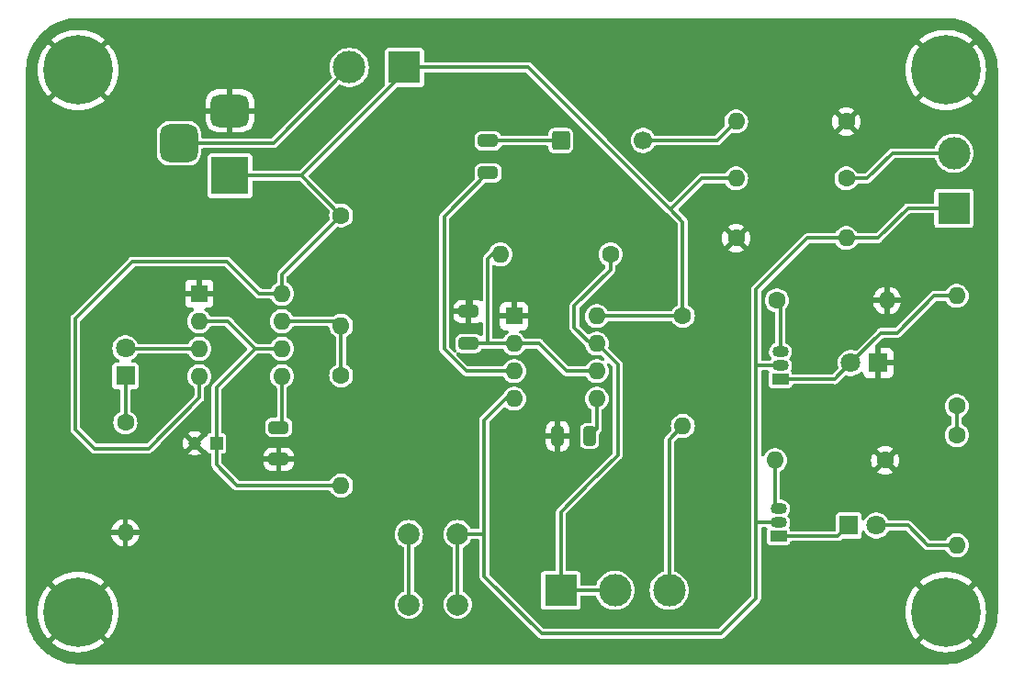
<source format=gbr>
%TF.GenerationSoftware,KiCad,Pcbnew,7.0.7*%
%TF.CreationDate,2024-02-27T23:19:37+01:00*%
%TF.ProjectId,BuzzWireGame,42757a7a-5769-4726-9547-616d652e6b69,v1.0*%
%TF.SameCoordinates,Original*%
%TF.FileFunction,Copper,L1,Top*%
%TF.FilePolarity,Positive*%
%FSLAX46Y46*%
G04 Gerber Fmt 4.6, Leading zero omitted, Abs format (unit mm)*
G04 Created by KiCad (PCBNEW 7.0.7) date 2024-02-27 23:19:37*
%MOMM*%
%LPD*%
G01*
G04 APERTURE LIST*
G04 Aperture macros list*
%AMRoundRect*
0 Rectangle with rounded corners*
0 $1 Rounding radius*
0 $2 $3 $4 $5 $6 $7 $8 $9 X,Y pos of 4 corners*
0 Add a 4 corners polygon primitive as box body*
4,1,4,$2,$3,$4,$5,$6,$7,$8,$9,$2,$3,0*
0 Add four circle primitives for the rounded corners*
1,1,$1+$1,$2,$3*
1,1,$1+$1,$4,$5*
1,1,$1+$1,$6,$7*
1,1,$1+$1,$8,$9*
0 Add four rect primitives between the rounded corners*
20,1,$1+$1,$2,$3,$4,$5,0*
20,1,$1+$1,$4,$5,$6,$7,0*
20,1,$1+$1,$6,$7,$8,$9,0*
20,1,$1+$1,$8,$9,$2,$3,0*%
G04 Aperture macros list end*
%TA.AperFunction,ComponentPad*%
%ADD10R,1.200000X1.200000*%
%TD*%
%TA.AperFunction,ComponentPad*%
%ADD11C,1.200000*%
%TD*%
%TA.AperFunction,ComponentPad*%
%ADD12C,0.800000*%
%TD*%
%TA.AperFunction,ComponentPad*%
%ADD13C,6.400000*%
%TD*%
%TA.AperFunction,ComponentPad*%
%ADD14C,1.600000*%
%TD*%
%TA.AperFunction,ComponentPad*%
%ADD15O,1.600000X1.600000*%
%TD*%
%TA.AperFunction,SMDPad,CuDef*%
%ADD16RoundRect,0.250000X0.650000X-0.325000X0.650000X0.325000X-0.650000X0.325000X-0.650000X-0.325000X0*%
%TD*%
%TA.AperFunction,ComponentPad*%
%ADD17R,1.500000X1.050000*%
%TD*%
%TA.AperFunction,ComponentPad*%
%ADD18O,1.500000X1.050000*%
%TD*%
%TA.AperFunction,ComponentPad*%
%ADD19C,2.000000*%
%TD*%
%TA.AperFunction,ComponentPad*%
%ADD20R,1.800000X1.800000*%
%TD*%
%TA.AperFunction,ComponentPad*%
%ADD21C,1.800000*%
%TD*%
%TA.AperFunction,ComponentPad*%
%ADD22R,3.500000X3.500000*%
%TD*%
%TA.AperFunction,ComponentPad*%
%ADD23RoundRect,0.750000X-1.000000X0.750000X-1.000000X-0.750000X1.000000X-0.750000X1.000000X0.750000X0*%
%TD*%
%TA.AperFunction,ComponentPad*%
%ADD24RoundRect,0.875000X-0.875000X0.875000X-0.875000X-0.875000X0.875000X-0.875000X0.875000X0.875000X0*%
%TD*%
%TA.AperFunction,SMDPad,CuDef*%
%ADD25RoundRect,0.250000X-0.650000X0.325000X-0.650000X-0.325000X0.650000X-0.325000X0.650000X0.325000X0*%
%TD*%
%TA.AperFunction,SMDPad,CuDef*%
%ADD26RoundRect,0.250000X0.325000X0.650000X-0.325000X0.650000X-0.325000X-0.650000X0.325000X-0.650000X0*%
%TD*%
%TA.AperFunction,ComponentPad*%
%ADD27R,1.600000X1.600000*%
%TD*%
%TA.AperFunction,ComponentPad*%
%ADD28R,3.000000X3.000000*%
%TD*%
%TA.AperFunction,ComponentPad*%
%ADD29C,3.000000*%
%TD*%
%TA.AperFunction,ComponentPad*%
%ADD30RoundRect,0.249900X-0.600100X-0.600100X0.600100X-0.600100X0.600100X0.600100X-0.600100X0.600100X0*%
%TD*%
%TA.AperFunction,ComponentPad*%
%ADD31C,1.700000*%
%TD*%
%TA.AperFunction,ViaPad*%
%ADD32C,0.500000*%
%TD*%
%TA.AperFunction,Conductor*%
%ADD33C,0.300000*%
%TD*%
G04 APERTURE END LIST*
D10*
%TO.P,C5,1*%
%TO.N,Net-(U2-THR)*%
X117750000Y-99430000D03*
D11*
%TO.P,C5,2*%
%TO.N,GND*%
X115750000Y-99430000D03*
%TD*%
D12*
%TO.P,H1,1,1*%
%TO.N,GND*%
X102600000Y-65000000D03*
X103302944Y-63302944D03*
X103302944Y-66697056D03*
X105000000Y-62600000D03*
D13*
X105000000Y-65000000D03*
D12*
X105000000Y-67400000D03*
X106697056Y-63302944D03*
X106697056Y-66697056D03*
X107400000Y-65000000D03*
%TD*%
D14*
%TO.P,R6,1*%
%TO.N,+9V*%
X186000000Y-98670000D03*
D15*
%TO.P,R6,2*%
%TO.N,Net-(D1-A)*%
X186000000Y-108830000D03*
%TD*%
D16*
%TO.P,C3,1*%
%TO.N,Net-(U1-THR)*%
X141000000Y-90225000D03*
%TO.P,C3,2*%
%TO.N,GND*%
X141000000Y-87275000D03*
%TD*%
D17*
%TO.P,Q1,1,C*%
%TO.N,Net-(D3-A)*%
X169750000Y-93520000D03*
D18*
%TO.P,Q1,2,B*%
%TO.N,TIMER_RESET*%
X169750000Y-92250000D03*
%TO.P,Q1,3,E*%
%TO.N,Net-(Q1-E)*%
X169750000Y-90980000D03*
%TD*%
D19*
%TO.P,SW1,1,1*%
%TO.N,Net-(J2-Pin_2)*%
X135500000Y-114300000D03*
X135500000Y-107800000D03*
%TO.P,SW1,2,2*%
%TO.N,TIMER_RESET*%
X140000000Y-114300000D03*
X140000000Y-107800000D03*
%TD*%
D14*
%TO.P,R12,1*%
%TO.N,Net-(D2-K)*%
X109360000Y-97510000D03*
D15*
%TO.P,R12,2*%
%TO.N,GND*%
X109360000Y-107670000D03*
%TD*%
D14*
%TO.P,R3,1*%
%TO.N,GND*%
X175830000Y-69750000D03*
D15*
%TO.P,R3,2*%
%TO.N,Net-(LS1-Pad2)*%
X165670000Y-69750000D03*
%TD*%
D20*
%TO.P,D1,1,K*%
%TO.N,Net-(D1-K)*%
X176055000Y-107000000D03*
D21*
%TO.P,D1,2,A*%
%TO.N,Net-(D1-A)*%
X178595000Y-107000000D03*
%TD*%
D12*
%TO.P,H2,1,1*%
%TO.N,GND*%
X182600000Y-65000000D03*
X183302944Y-63302944D03*
X183302944Y-66697056D03*
X185000000Y-62600000D03*
D13*
X185000000Y-65000000D03*
D12*
X185000000Y-67400000D03*
X186697056Y-63302944D03*
X186697056Y-66697056D03*
X187400000Y-65000000D03*
%TD*%
D14*
%TO.P,R10,1*%
%TO.N,GND*%
X179410000Y-101000000D03*
D15*
%TO.P,R10,2*%
%TO.N,Net-(Q2-E)*%
X169250000Y-101000000D03*
%TD*%
D14*
%TO.P,R8,1*%
%TO.N,+9V*%
X129250000Y-78420000D03*
D15*
%TO.P,R8,2*%
%TO.N,Net-(U2-DIS)*%
X129250000Y-88580000D03*
%TD*%
D12*
%TO.P,H3,1,1*%
%TO.N,GND*%
X102600000Y-115000000D03*
X103302944Y-113302944D03*
X103302944Y-116697056D03*
X105000000Y-112600000D03*
D13*
X105000000Y-115000000D03*
D12*
X105000000Y-117400000D03*
X106697056Y-113302944D03*
X106697056Y-116697056D03*
X107400000Y-115000000D03*
%TD*%
D22*
%TO.P,J1,1*%
%TO.N,+9V*%
X119000000Y-74750000D03*
D23*
%TO.P,J1,2*%
%TO.N,GND*%
X119000000Y-68750000D03*
D24*
%TO.P,J1,3*%
%TO.N,BATT_NEG*%
X114300000Y-71750000D03*
%TD*%
D25*
%TO.P,C4,1*%
%TO.N,Net-(U2-CV)*%
X123497400Y-97955000D03*
%TO.P,C4,2*%
%TO.N,GND*%
X123497400Y-100905000D03*
%TD*%
D16*
%TO.P,C2,1*%
%TO.N,Net-(U1-Q)*%
X142800000Y-74475000D03*
%TO.P,C2,2*%
%TO.N,Net-(C2-Pad2)*%
X142800000Y-71525000D03*
%TD*%
D26*
%TO.P,C1,1*%
%TO.N,Net-(U1-CV)*%
X152160000Y-98760000D03*
%TO.P,C1,2*%
%TO.N,GND*%
X149210000Y-98760000D03*
%TD*%
D27*
%TO.P,U2,1,GND*%
%TO.N,GND*%
X116170000Y-85630000D03*
D15*
%TO.P,U2,2,TR*%
%TO.N,Net-(U2-THR)*%
X116170000Y-88170000D03*
%TO.P,U2,3,Q*%
%TO.N,Net-(D2-A)*%
X116170000Y-90710000D03*
%TO.P,U2,4,R*%
%TO.N,+9V*%
X116170000Y-93250000D03*
%TO.P,U2,5,CV*%
%TO.N,Net-(U2-CV)*%
X123790000Y-93250000D03*
%TO.P,U2,6,THR*%
%TO.N,Net-(U2-THR)*%
X123790000Y-90710000D03*
%TO.P,U2,7,DIS*%
%TO.N,Net-(U2-DIS)*%
X123790000Y-88170000D03*
%TO.P,U2,8,VCC*%
%TO.N,+9V*%
X123790000Y-85630000D03*
%TD*%
D14*
%TO.P,R1,1*%
%TO.N,+9V*%
X160750000Y-87670000D03*
D15*
%TO.P,R1,2*%
%TO.N,Net-(R1-Pad2)*%
X160750000Y-97830000D03*
%TD*%
D28*
%TO.P,J2,1,Pin_1*%
%TO.N,TIMER_RESET*%
X185750000Y-77750000D03*
D29*
%TO.P,J2,2,Pin_2*%
%TO.N,Net-(J2-Pin_2)*%
X185750000Y-72670000D03*
%TD*%
D30*
%TO.P,LS1,1,1*%
%TO.N,Net-(C2-Pad2)*%
X149500000Y-71500000D03*
D31*
%TO.P,LS1,2,2*%
%TO.N,Net-(LS1-Pad2)*%
X157100000Y-71500000D03*
%TD*%
D14*
%TO.P,R9,1*%
%TO.N,Net-(Q1-E)*%
X169420000Y-86250000D03*
D15*
%TO.P,R9,2*%
%TO.N,GND*%
X179580000Y-86250000D03*
%TD*%
D14*
%TO.P,R5,1*%
%TO.N,GND*%
X165670000Y-80500000D03*
D15*
%TO.P,R5,2*%
%TO.N,TIMER_RESET*%
X175830000Y-80500000D03*
%TD*%
D14*
%TO.P,R4,1*%
%TO.N,Net-(U1-DIS)*%
X154080000Y-82000000D03*
D15*
%TO.P,R4,2*%
%TO.N,Net-(U1-THR)*%
X143920000Y-82000000D03*
%TD*%
D20*
%TO.P,D3,1,K*%
%TO.N,GND*%
X178775000Y-92020000D03*
D21*
%TO.P,D3,2,A*%
%TO.N,Net-(D3-A)*%
X176235000Y-92020000D03*
%TD*%
D27*
%TO.P,U1,1,GND*%
%TO.N,GND*%
X145200000Y-87700000D03*
D15*
%TO.P,U1,2,TR*%
%TO.N,Net-(U1-THR)*%
X145200000Y-90240000D03*
%TO.P,U1,3,Q*%
%TO.N,Net-(U1-Q)*%
X145200000Y-92780000D03*
%TO.P,U1,4,R*%
%TO.N,TIMER_RESET*%
X145200000Y-95320000D03*
%TO.P,U1,5,CV*%
%TO.N,Net-(U1-CV)*%
X152820000Y-95320000D03*
%TO.P,U1,6,THR*%
%TO.N,Net-(U1-THR)*%
X152820000Y-92780000D03*
%TO.P,U1,7,DIS*%
%TO.N,Net-(U1-DIS)*%
X152820000Y-90240000D03*
%TO.P,U1,8,VCC*%
%TO.N,+9V*%
X152820000Y-87700000D03*
%TD*%
D14*
%TO.P,R2,1*%
%TO.N,Net-(J2-Pin_2)*%
X175830000Y-75000000D03*
D15*
%TO.P,R2,2*%
%TO.N,+9V*%
X165670000Y-75000000D03*
%TD*%
D14*
%TO.P,R7,1*%
%TO.N,+9V*%
X186000000Y-96000000D03*
D15*
%TO.P,R7,2*%
%TO.N,Net-(D3-A)*%
X186000000Y-85840000D03*
%TD*%
D17*
%TO.P,Q2,1,C*%
%TO.N,Net-(D1-K)*%
X169580000Y-108000000D03*
D18*
%TO.P,Q2,2,B*%
%TO.N,TIMER_RESET*%
X169580000Y-106730000D03*
%TO.P,Q2,3,E*%
%TO.N,Net-(Q2-E)*%
X169580000Y-105460000D03*
%TD*%
D20*
%TO.P,D2,1,K*%
%TO.N,Net-(D2-K)*%
X109360000Y-93210000D03*
D21*
%TO.P,D2,2,A*%
%TO.N,Net-(D2-A)*%
X109360000Y-90670000D03*
%TD*%
D28*
%TO.P,BT1,1,+*%
%TO.N,+9V*%
X135080000Y-64750000D03*
D29*
%TO.P,BT1,2,-*%
%TO.N,BATT_NEG*%
X130000000Y-64750000D03*
%TD*%
D12*
%TO.P,H4,1,1*%
%TO.N,GND*%
X182600000Y-115000000D03*
X183302944Y-113302944D03*
X183302944Y-116697056D03*
X185000000Y-112600000D03*
D13*
X185000000Y-115000000D03*
D12*
X185000000Y-117400000D03*
X186697056Y-113302944D03*
X186697056Y-116697056D03*
X187400000Y-115000000D03*
%TD*%
D28*
%TO.P,RV1,1,1*%
%TO.N,Net-(U1-DIS)*%
X149500000Y-113000000D03*
D29*
%TO.P,RV1,2,2*%
X154500000Y-113000000D03*
%TO.P,RV1,3,3*%
%TO.N,Net-(R1-Pad2)*%
X159500000Y-113000000D03*
%TD*%
D14*
%TO.P,R11,1*%
%TO.N,Net-(U2-DIS)*%
X129250000Y-93170000D03*
D15*
%TO.P,R11,2*%
%TO.N,Net-(U2-THR)*%
X129250000Y-103330000D03*
%TD*%
D32*
%TO.N,GND*%
X148000000Y-98750000D03*
X123500000Y-102160000D03*
X141250000Y-86000000D03*
%TD*%
D33*
%TO.N,+9V*%
X118750000Y-82660000D02*
X121720000Y-85630000D01*
X186000000Y-96000000D02*
X186000000Y-98670000D01*
X110000000Y-82660000D02*
X118750000Y-82660000D01*
X146500000Y-64750000D02*
X135080000Y-64750000D01*
X159625000Y-77875000D02*
X146500000Y-64750000D01*
X160750000Y-87670000D02*
X160750000Y-79000000D01*
X135080000Y-65250000D02*
X135080000Y-64750000D01*
X123790000Y-83880000D02*
X129250000Y-78420000D01*
X116170000Y-93250000D02*
X116170000Y-95240000D01*
X106500000Y-99910000D02*
X104750000Y-98160000D01*
X125580000Y-74750000D02*
X135080000Y-65250000D01*
X123790000Y-85630000D02*
X123790000Y-83880000D01*
X160750000Y-79000000D02*
X159625000Y-77875000D01*
X129250000Y-78420000D02*
X125580000Y-74750000D01*
X104750000Y-87910000D02*
X110000000Y-82660000D01*
X165670000Y-75000000D02*
X162500000Y-75000000D01*
X121720000Y-85630000D02*
X123790000Y-85630000D01*
X111500000Y-99910000D02*
X106500000Y-99910000D01*
X162500000Y-75000000D02*
X159625000Y-77875000D01*
X125580000Y-74750000D02*
X119000000Y-74750000D01*
X116170000Y-95240000D02*
X111500000Y-99910000D01*
X152820000Y-87700000D02*
X160720000Y-87700000D01*
X160720000Y-87700000D02*
X160750000Y-87670000D01*
X104750000Y-98160000D02*
X104750000Y-87910000D01*
%TO.N,BATT_NEG*%
X130000000Y-64750000D02*
X123000000Y-71750000D01*
X123000000Y-71750000D02*
X114300000Y-71750000D01*
%TO.N,Net-(U1-CV)*%
X152820000Y-98100000D02*
X152160000Y-98760000D01*
X152820000Y-95320000D02*
X152820000Y-98100000D01*
%TO.N,GND*%
X149210000Y-98760000D02*
X148010000Y-98760000D01*
X123497400Y-102157400D02*
X123500000Y-102160000D01*
X141250000Y-87275000D02*
X141250000Y-86000000D01*
X123497400Y-100905000D02*
X123497400Y-102157400D01*
X148010000Y-98760000D02*
X148000000Y-98750000D01*
%TO.N,Net-(U1-Q)*%
X140780000Y-92780000D02*
X145200000Y-92780000D01*
X138750000Y-78525000D02*
X138750000Y-90750000D01*
X142800000Y-74475000D02*
X138750000Y-78525000D01*
X138750000Y-90750000D02*
X140780000Y-92780000D01*
%TO.N,Net-(C2-Pad2)*%
X142825000Y-71500000D02*
X142800000Y-71525000D01*
X149500000Y-71500000D02*
X142825000Y-71500000D01*
%TO.N,Net-(U1-THR)*%
X141000000Y-90225000D02*
X141015000Y-90240000D01*
X141250000Y-90225000D02*
X141265000Y-90240000D01*
X142750000Y-82420000D02*
X142750000Y-90240000D01*
X145200000Y-90240000D02*
X147490000Y-90240000D01*
X142750000Y-90240000D02*
X145200000Y-90240000D01*
X147490000Y-90240000D02*
X150030000Y-92780000D01*
X143920000Y-82000000D02*
X143170000Y-82000000D01*
X141265000Y-90240000D02*
X145200000Y-90240000D01*
X150030000Y-92780000D02*
X152820000Y-92780000D01*
X143170000Y-82000000D02*
X142750000Y-82420000D01*
%TO.N,Net-(U2-CV)*%
X123790000Y-97662400D02*
X123497400Y-97955000D01*
X123790000Y-93250000D02*
X123790000Y-97662400D01*
%TO.N,Net-(U2-THR)*%
X119670000Y-103330000D02*
X117750000Y-101410000D01*
X121300000Y-90710000D02*
X118760000Y-88170000D01*
X117750000Y-99430000D02*
X117750000Y-94260000D01*
X117750000Y-101410000D02*
X117750000Y-99430000D01*
X129250000Y-103330000D02*
X119670000Y-103330000D01*
X117750000Y-94260000D02*
X121300000Y-90710000D01*
X123790000Y-90710000D02*
X121300000Y-90710000D01*
X118760000Y-88170000D02*
X116170000Y-88170000D01*
%TO.N,Net-(D1-K)*%
X175055000Y-108000000D02*
X169580000Y-108000000D01*
X176055000Y-107000000D02*
X175055000Y-108000000D01*
%TO.N,Net-(D1-A)*%
X183330000Y-108830000D02*
X186000000Y-108830000D01*
X181500000Y-107000000D02*
X183330000Y-108830000D01*
X178595000Y-107000000D02*
X181500000Y-107000000D01*
%TO.N,Net-(D2-K)*%
X109360000Y-93210000D02*
X109360000Y-97510000D01*
%TO.N,Net-(D2-A)*%
X116170000Y-90710000D02*
X109400000Y-90710000D01*
X109400000Y-90710000D02*
X109360000Y-90670000D01*
%TO.N,Net-(D3-A)*%
X176235000Y-92020000D02*
X179005000Y-89250000D01*
X183910000Y-85840000D02*
X186000000Y-85840000D01*
X179005000Y-89250000D02*
X180500000Y-89250000D01*
X169750000Y-93520000D02*
X174735000Y-93520000D01*
X180500000Y-89250000D02*
X183910000Y-85840000D01*
X174735000Y-93520000D02*
X176235000Y-92020000D01*
%TO.N,TIMER_RESET*%
X167520000Y-104730000D02*
X167500000Y-104710000D01*
X178750000Y-80500000D02*
X181500000Y-77750000D01*
X169580000Y-106730000D02*
X167520000Y-106730000D01*
X172250000Y-80500000D02*
X167500000Y-85250000D01*
X169750000Y-92250000D02*
X167500000Y-92250000D01*
X147750000Y-117000000D02*
X142450000Y-111700000D01*
X142450000Y-111700000D02*
X142450000Y-108000000D01*
X167500000Y-85250000D02*
X167500000Y-92250000D01*
X167500000Y-113750000D02*
X164250000Y-117000000D01*
X142250000Y-107800000D02*
X142450000Y-108000000D01*
X167500000Y-104710000D02*
X167500000Y-92250000D01*
X140000000Y-107800000D02*
X142250000Y-107800000D01*
X140000000Y-114300000D02*
X140000000Y-107800000D01*
X175830000Y-80500000D02*
X178750000Y-80500000D01*
X167500000Y-106750000D02*
X167500000Y-113750000D01*
X167520000Y-104730000D02*
X167500000Y-104750000D01*
X167520000Y-106730000D02*
X167500000Y-106750000D01*
X164250000Y-117000000D02*
X147750000Y-117000000D01*
X142450000Y-108000000D02*
X142450000Y-97300000D01*
X144430000Y-95320000D02*
X145200000Y-95320000D01*
X142450000Y-97300000D02*
X144430000Y-95320000D01*
X167500000Y-106750000D02*
X167500000Y-104750000D01*
X175830000Y-80500000D02*
X172250000Y-80500000D01*
X181500000Y-77750000D02*
X185750000Y-77750000D01*
%TO.N,Net-(J2-Pin_2)*%
X180080000Y-72670000D02*
X185750000Y-72670000D01*
X177750000Y-75000000D02*
X180080000Y-72670000D01*
X175830000Y-75000000D02*
X177750000Y-75000000D01*
X135500000Y-107800000D02*
X135500000Y-114300000D01*
%TO.N,Net-(LS1-Pad2)*%
X157100000Y-71500000D02*
X163920000Y-71500000D01*
X163920000Y-71500000D02*
X165670000Y-69750000D01*
%TO.N,Net-(Q1-E)*%
X169750000Y-90980000D02*
X169750000Y-86580000D01*
X169750000Y-86580000D02*
X169420000Y-86250000D01*
%TO.N,Net-(Q2-E)*%
X169250000Y-101000000D02*
X169250000Y-105130000D01*
X169250000Y-105130000D02*
X169580000Y-105460000D01*
%TO.N,Net-(R1-Pad2)*%
X159500000Y-99080000D02*
X159500000Y-113000000D01*
X160750000Y-97830000D02*
X159500000Y-99080000D01*
%TO.N,Net-(U1-DIS)*%
X154750000Y-100500000D02*
X152250000Y-103000000D01*
X154750000Y-112750000D02*
X154500000Y-113000000D01*
X154080000Y-82000000D02*
X154080000Y-83420000D01*
X154750000Y-92170000D02*
X154750000Y-100500000D01*
X152820000Y-90240000D02*
X154750000Y-92170000D01*
X154080000Y-83420000D02*
X150750000Y-86750000D01*
X150750000Y-86750000D02*
X150750000Y-88750000D01*
X149500000Y-105750000D02*
X149500000Y-113000000D01*
X152250000Y-103000000D02*
X149500000Y-105750000D01*
X152240000Y-90240000D02*
X152820000Y-90240000D01*
X154500000Y-113000000D02*
X149500000Y-113000000D01*
X150750000Y-88750000D02*
X152240000Y-90240000D01*
%TO.N,Net-(U2-DIS)*%
X129250000Y-93170000D02*
X129250000Y-88580000D01*
X128840000Y-88170000D02*
X129250000Y-88580000D01*
X123790000Y-88170000D02*
X128840000Y-88170000D01*
%TD*%
%TA.AperFunction,Conductor*%
%TO.N,GND*%
G36*
X106403118Y-116050215D02*
G01*
X106411710Y-116058157D01*
X106600375Y-116246822D01*
X106638939Y-116313617D01*
X106638939Y-116390745D01*
X106600375Y-116457540D01*
X106577796Y-116476070D01*
X106516816Y-116516815D01*
X106516815Y-116516816D01*
X106476070Y-116577796D01*
X106418082Y-116628650D01*
X106342435Y-116643697D01*
X106269401Y-116618905D01*
X106246822Y-116600375D01*
X106058157Y-116411710D01*
X106019593Y-116344915D01*
X106019593Y-116267787D01*
X106058157Y-116200992D01*
X106066740Y-116193057D01*
X106134870Y-116134870D01*
X106193051Y-116066748D01*
X106256612Y-116023063D01*
X106333503Y-116017011D01*
X106403118Y-116050215D01*
G37*
%TD.AperFunction*%
%TA.AperFunction,Conductor*%
G36*
X103799006Y-116058157D02*
G01*
X103806947Y-116066748D01*
X103865125Y-116134865D01*
X103865127Y-116134867D01*
X103865130Y-116134870D01*
X103933252Y-116193052D01*
X103976936Y-116256611D01*
X103982988Y-116333502D01*
X103949785Y-116403117D01*
X103941842Y-116411709D01*
X103753177Y-116600374D01*
X103686382Y-116638938D01*
X103609254Y-116638938D01*
X103542459Y-116600374D01*
X103523929Y-116577795D01*
X103483184Y-116516816D01*
X103483182Y-116516814D01*
X103422202Y-116476068D01*
X103371349Y-116418080D01*
X103356302Y-116342434D01*
X103381095Y-116269399D01*
X103399624Y-116246821D01*
X103588288Y-116058157D01*
X103655083Y-116019593D01*
X103732211Y-116019593D01*
X103799006Y-116058157D01*
G37*
%TD.AperFunction*%
%TA.AperFunction,Conductor*%
G36*
X103730596Y-113381093D02*
G01*
X103753177Y-113399624D01*
X103941842Y-113588289D01*
X103980406Y-113655084D01*
X103980406Y-113732212D01*
X103941842Y-113799007D01*
X103933252Y-113806947D01*
X103865135Y-113865125D01*
X103865125Y-113865135D01*
X103806947Y-113933252D01*
X103743383Y-113976937D01*
X103666493Y-113982988D01*
X103596879Y-113949782D01*
X103588289Y-113941842D01*
X103399624Y-113753177D01*
X103361060Y-113686382D01*
X103361060Y-113609254D01*
X103399624Y-113542459D01*
X103422199Y-113523932D01*
X103483184Y-113483184D01*
X103523931Y-113422202D01*
X103581915Y-113371350D01*
X103657561Y-113356302D01*
X103730596Y-113381093D01*
G37*
%TD.AperFunction*%
%TA.AperFunction,Conductor*%
G36*
X106457539Y-113399624D02*
G01*
X106476068Y-113422202D01*
X106516814Y-113483182D01*
X106516816Y-113483184D01*
X106577795Y-113523929D01*
X106628649Y-113581917D01*
X106643696Y-113657563D01*
X106618904Y-113730598D01*
X106600374Y-113753177D01*
X106411709Y-113941842D01*
X106344914Y-113980406D01*
X106267786Y-113980406D01*
X106200991Y-113941842D01*
X106193070Y-113933274D01*
X106134870Y-113865130D01*
X106134867Y-113865127D01*
X106134865Y-113865125D01*
X106066748Y-113806947D01*
X106023062Y-113743383D01*
X106017011Y-113666493D01*
X106050216Y-113596879D01*
X106058157Y-113588288D01*
X106246821Y-113399624D01*
X106313616Y-113361060D01*
X106390744Y-113361060D01*
X106457539Y-113399624D01*
G37*
%TD.AperFunction*%
%TA.AperFunction,Conductor*%
G36*
X186403118Y-116050215D02*
G01*
X186411710Y-116058157D01*
X186600375Y-116246822D01*
X186638939Y-116313617D01*
X186638939Y-116390745D01*
X186600375Y-116457540D01*
X186577796Y-116476070D01*
X186516816Y-116516815D01*
X186516815Y-116516816D01*
X186476070Y-116577796D01*
X186418082Y-116628650D01*
X186342435Y-116643697D01*
X186269401Y-116618905D01*
X186246822Y-116600375D01*
X186058157Y-116411710D01*
X186019593Y-116344915D01*
X186019593Y-116267787D01*
X186058157Y-116200992D01*
X186066740Y-116193057D01*
X186134870Y-116134870D01*
X186193051Y-116066748D01*
X186256612Y-116023063D01*
X186333503Y-116017011D01*
X186403118Y-116050215D01*
G37*
%TD.AperFunction*%
%TA.AperFunction,Conductor*%
G36*
X183799006Y-116058157D02*
G01*
X183806947Y-116066748D01*
X183865125Y-116134865D01*
X183865127Y-116134867D01*
X183865130Y-116134870D01*
X183933252Y-116193052D01*
X183976936Y-116256611D01*
X183982988Y-116333502D01*
X183949785Y-116403117D01*
X183941842Y-116411709D01*
X183753177Y-116600374D01*
X183686382Y-116638938D01*
X183609254Y-116638938D01*
X183542459Y-116600374D01*
X183523929Y-116577795D01*
X183483184Y-116516816D01*
X183483182Y-116516814D01*
X183422202Y-116476068D01*
X183371349Y-116418080D01*
X183356302Y-116342434D01*
X183381095Y-116269399D01*
X183399624Y-116246821D01*
X183588288Y-116058157D01*
X183655083Y-116019593D01*
X183732211Y-116019593D01*
X183799006Y-116058157D01*
G37*
%TD.AperFunction*%
%TA.AperFunction,Conductor*%
G36*
X183730596Y-113381093D02*
G01*
X183753177Y-113399624D01*
X183941842Y-113588289D01*
X183980406Y-113655084D01*
X183980406Y-113732212D01*
X183941842Y-113799007D01*
X183933252Y-113806947D01*
X183865135Y-113865125D01*
X183865125Y-113865135D01*
X183806947Y-113933252D01*
X183743383Y-113976937D01*
X183666493Y-113982988D01*
X183596879Y-113949782D01*
X183588289Y-113941842D01*
X183399624Y-113753177D01*
X183361060Y-113686382D01*
X183361060Y-113609254D01*
X183399624Y-113542459D01*
X183422199Y-113523932D01*
X183483184Y-113483184D01*
X183523931Y-113422202D01*
X183581915Y-113371350D01*
X183657561Y-113356302D01*
X183730596Y-113381093D01*
G37*
%TD.AperFunction*%
%TA.AperFunction,Conductor*%
G36*
X186457539Y-113399624D02*
G01*
X186476068Y-113422202D01*
X186516814Y-113483182D01*
X186516816Y-113483184D01*
X186577795Y-113523929D01*
X186628649Y-113581917D01*
X186643696Y-113657563D01*
X186618904Y-113730598D01*
X186600374Y-113753177D01*
X186411709Y-113941842D01*
X186344914Y-113980406D01*
X186267786Y-113980406D01*
X186200991Y-113941842D01*
X186193070Y-113933274D01*
X186134870Y-113865130D01*
X186134867Y-113865127D01*
X186134865Y-113865125D01*
X186066748Y-113806947D01*
X186023062Y-113743383D01*
X186017011Y-113666493D01*
X186050216Y-113596879D01*
X186058157Y-113588288D01*
X186246821Y-113399624D01*
X186313616Y-113361060D01*
X186390744Y-113361060D01*
X186457539Y-113399624D01*
G37*
%TD.AperFunction*%
%TA.AperFunction,Conductor*%
G36*
X106403118Y-66050215D02*
G01*
X106411710Y-66058157D01*
X106600375Y-66246822D01*
X106638939Y-66313617D01*
X106638939Y-66390745D01*
X106600375Y-66457540D01*
X106577796Y-66476070D01*
X106516816Y-66516815D01*
X106516815Y-66516816D01*
X106476070Y-66577796D01*
X106418082Y-66628650D01*
X106342435Y-66643697D01*
X106269401Y-66618905D01*
X106246822Y-66600375D01*
X106058157Y-66411710D01*
X106019593Y-66344915D01*
X106019593Y-66267787D01*
X106058157Y-66200992D01*
X106066740Y-66193057D01*
X106134870Y-66134870D01*
X106193051Y-66066748D01*
X106256612Y-66023063D01*
X106333503Y-66017011D01*
X106403118Y-66050215D01*
G37*
%TD.AperFunction*%
%TA.AperFunction,Conductor*%
G36*
X103799006Y-66058157D02*
G01*
X103806947Y-66066748D01*
X103865125Y-66134865D01*
X103865127Y-66134867D01*
X103865130Y-66134870D01*
X103933252Y-66193052D01*
X103976936Y-66256611D01*
X103982988Y-66333502D01*
X103949785Y-66403117D01*
X103941842Y-66411709D01*
X103753177Y-66600374D01*
X103686382Y-66638938D01*
X103609254Y-66638938D01*
X103542459Y-66600374D01*
X103523929Y-66577795D01*
X103483184Y-66516816D01*
X103483182Y-66516814D01*
X103422202Y-66476068D01*
X103371349Y-66418080D01*
X103356302Y-66342434D01*
X103381095Y-66269399D01*
X103399624Y-66246821D01*
X103588288Y-66058157D01*
X103655083Y-66019593D01*
X103732211Y-66019593D01*
X103799006Y-66058157D01*
G37*
%TD.AperFunction*%
%TA.AperFunction,Conductor*%
G36*
X103730596Y-63381093D02*
G01*
X103753177Y-63399624D01*
X103941842Y-63588289D01*
X103980406Y-63655084D01*
X103980406Y-63732212D01*
X103941842Y-63799007D01*
X103933252Y-63806947D01*
X103865135Y-63865125D01*
X103865125Y-63865135D01*
X103806947Y-63933252D01*
X103743383Y-63976937D01*
X103666493Y-63982988D01*
X103596879Y-63949782D01*
X103588289Y-63941842D01*
X103399624Y-63753177D01*
X103361060Y-63686382D01*
X103361060Y-63609254D01*
X103399624Y-63542459D01*
X103422199Y-63523932D01*
X103483184Y-63483184D01*
X103523931Y-63422202D01*
X103581915Y-63371350D01*
X103657561Y-63356302D01*
X103730596Y-63381093D01*
G37*
%TD.AperFunction*%
%TA.AperFunction,Conductor*%
G36*
X106457539Y-63399624D02*
G01*
X106476068Y-63422202D01*
X106516814Y-63483182D01*
X106516816Y-63483184D01*
X106577795Y-63523929D01*
X106628649Y-63581917D01*
X106643696Y-63657563D01*
X106618904Y-63730598D01*
X106600374Y-63753177D01*
X106411709Y-63941842D01*
X106344914Y-63980406D01*
X106267786Y-63980406D01*
X106200991Y-63941842D01*
X106193070Y-63933274D01*
X106134870Y-63865130D01*
X106134867Y-63865127D01*
X106134865Y-63865125D01*
X106066748Y-63806947D01*
X106023062Y-63743383D01*
X106017011Y-63666493D01*
X106050216Y-63596879D01*
X106058157Y-63588288D01*
X106246821Y-63399624D01*
X106313616Y-63361060D01*
X106390744Y-63361060D01*
X106457539Y-63399624D01*
G37*
%TD.AperFunction*%
%TA.AperFunction,Conductor*%
G36*
X186403118Y-66050215D02*
G01*
X186411710Y-66058157D01*
X186600375Y-66246822D01*
X186638939Y-66313617D01*
X186638939Y-66390745D01*
X186600375Y-66457540D01*
X186577796Y-66476070D01*
X186516816Y-66516815D01*
X186516815Y-66516816D01*
X186476070Y-66577796D01*
X186418082Y-66628650D01*
X186342435Y-66643697D01*
X186269401Y-66618905D01*
X186246822Y-66600375D01*
X186058157Y-66411710D01*
X186019593Y-66344915D01*
X186019593Y-66267787D01*
X186058157Y-66200992D01*
X186066740Y-66193057D01*
X186134870Y-66134870D01*
X186193051Y-66066748D01*
X186256612Y-66023063D01*
X186333503Y-66017011D01*
X186403118Y-66050215D01*
G37*
%TD.AperFunction*%
%TA.AperFunction,Conductor*%
G36*
X183799006Y-66058157D02*
G01*
X183806947Y-66066748D01*
X183865125Y-66134865D01*
X183865127Y-66134867D01*
X183865130Y-66134870D01*
X183933252Y-66193052D01*
X183976936Y-66256611D01*
X183982988Y-66333502D01*
X183949785Y-66403117D01*
X183941842Y-66411709D01*
X183753177Y-66600374D01*
X183686382Y-66638938D01*
X183609254Y-66638938D01*
X183542459Y-66600374D01*
X183523929Y-66577795D01*
X183483184Y-66516816D01*
X183483182Y-66516814D01*
X183422202Y-66476068D01*
X183371349Y-66418080D01*
X183356302Y-66342434D01*
X183381095Y-66269399D01*
X183399624Y-66246821D01*
X183588288Y-66058157D01*
X183655083Y-66019593D01*
X183732211Y-66019593D01*
X183799006Y-66058157D01*
G37*
%TD.AperFunction*%
%TA.AperFunction,Conductor*%
G36*
X183730596Y-63381093D02*
G01*
X183753177Y-63399624D01*
X183941842Y-63588289D01*
X183980406Y-63655084D01*
X183980406Y-63732212D01*
X183941842Y-63799007D01*
X183933252Y-63806947D01*
X183865135Y-63865125D01*
X183865125Y-63865135D01*
X183806947Y-63933252D01*
X183743383Y-63976937D01*
X183666493Y-63982988D01*
X183596879Y-63949782D01*
X183588289Y-63941842D01*
X183399624Y-63753177D01*
X183361060Y-63686382D01*
X183361060Y-63609254D01*
X183399624Y-63542459D01*
X183422199Y-63523932D01*
X183483184Y-63483184D01*
X183523931Y-63422202D01*
X183581915Y-63371350D01*
X183657561Y-63356302D01*
X183730596Y-63381093D01*
G37*
%TD.AperFunction*%
%TA.AperFunction,Conductor*%
G36*
X186457539Y-63399624D02*
G01*
X186476068Y-63422202D01*
X186516814Y-63483182D01*
X186516816Y-63483184D01*
X186577795Y-63523929D01*
X186628649Y-63581917D01*
X186643696Y-63657563D01*
X186618904Y-63730598D01*
X186600374Y-63753177D01*
X186411709Y-63941842D01*
X186344914Y-63980406D01*
X186267786Y-63980406D01*
X186200991Y-63941842D01*
X186193070Y-63933274D01*
X186134870Y-63865130D01*
X186134867Y-63865127D01*
X186134865Y-63865125D01*
X186066748Y-63806947D01*
X186023062Y-63743383D01*
X186017011Y-63666493D01*
X186050216Y-63596879D01*
X186058157Y-63588288D01*
X186246821Y-63399624D01*
X186313616Y-63361060D01*
X186390744Y-63361060D01*
X186457539Y-63399624D01*
G37*
%TD.AperFunction*%
%TA.AperFunction,Conductor*%
G36*
X185415056Y-60218622D02*
G01*
X185421510Y-60219186D01*
X185830211Y-60272992D01*
X185836587Y-60274116D01*
X186239033Y-60363336D01*
X186245297Y-60365014D01*
X186441864Y-60426992D01*
X186638423Y-60488967D01*
X186644533Y-60491191D01*
X186735018Y-60528671D01*
X187025357Y-60648934D01*
X187031235Y-60651674D01*
X187214053Y-60746843D01*
X187396864Y-60842009D01*
X187402489Y-60845256D01*
X187576315Y-60955995D01*
X187750134Y-61066731D01*
X187755460Y-61070460D01*
X188082497Y-61321404D01*
X188087445Y-61325556D01*
X188251916Y-61476266D01*
X188391359Y-61604042D01*
X188395957Y-61608640D01*
X188674441Y-61912552D01*
X188678597Y-61917505D01*
X188846227Y-62135964D01*
X188929539Y-62244539D01*
X188933268Y-62249865D01*
X189154739Y-62597503D01*
X189157990Y-62603135D01*
X189348321Y-62968757D01*
X189351069Y-62974650D01*
X189508808Y-63355466D01*
X189511032Y-63361576D01*
X189634982Y-63754694D01*
X189636665Y-63760975D01*
X189725881Y-64163402D01*
X189727010Y-64169805D01*
X189780811Y-64578467D01*
X189781377Y-64584944D01*
X189799500Y-64999999D01*
X189799500Y-115000000D01*
X189781377Y-115415055D01*
X189780811Y-115421532D01*
X189727010Y-115830194D01*
X189725881Y-115836597D01*
X189636665Y-116239024D01*
X189634982Y-116245305D01*
X189511032Y-116638423D01*
X189508808Y-116644533D01*
X189351069Y-117025349D01*
X189348321Y-117031242D01*
X189157990Y-117396864D01*
X189154739Y-117402496D01*
X188933268Y-117750134D01*
X188929539Y-117755460D01*
X188678610Y-118082479D01*
X188674430Y-118087460D01*
X188395957Y-118391359D01*
X188391359Y-118395957D01*
X188087460Y-118674430D01*
X188082483Y-118678606D01*
X188047986Y-118705077D01*
X187755460Y-118929539D01*
X187750134Y-118933268D01*
X187402496Y-119154739D01*
X187396864Y-119157990D01*
X187031242Y-119348321D01*
X187025349Y-119351069D01*
X186644533Y-119508808D01*
X186638423Y-119511032D01*
X186245305Y-119634982D01*
X186239024Y-119636665D01*
X185836597Y-119725881D01*
X185830194Y-119727010D01*
X185421532Y-119780811D01*
X185415055Y-119781377D01*
X185000000Y-119799500D01*
X105000000Y-119799500D01*
X104584944Y-119781377D01*
X104578469Y-119780811D01*
X104374135Y-119753910D01*
X104169805Y-119727010D01*
X104163402Y-119725881D01*
X103760975Y-119636665D01*
X103754694Y-119634982D01*
X103361576Y-119511032D01*
X103355466Y-119508808D01*
X102974650Y-119351069D01*
X102968757Y-119348321D01*
X102603135Y-119157990D01*
X102597503Y-119154739D01*
X102249865Y-118933268D01*
X102244539Y-118929539D01*
X102135964Y-118846227D01*
X101917505Y-118678597D01*
X101912552Y-118674441D01*
X101608640Y-118395957D01*
X101604042Y-118391359D01*
X101563007Y-118346577D01*
X101325556Y-118087445D01*
X101321404Y-118082497D01*
X101117083Y-117816221D01*
X101070460Y-117755460D01*
X101066731Y-117750134D01*
X100878881Y-117455270D01*
X100845256Y-117402489D01*
X100842009Y-117396864D01*
X100727964Y-117177785D01*
X100651674Y-117031235D01*
X100648930Y-117025349D01*
X100639824Y-117003366D01*
X100535048Y-116750414D01*
X100491191Y-116644533D01*
X100488967Y-116638423D01*
X100419493Y-116418080D01*
X100365014Y-116245297D01*
X100363334Y-116239024D01*
X100353141Y-116193048D01*
X100274116Y-115836587D01*
X100272992Y-115830211D01*
X100219186Y-115421510D01*
X100218622Y-115415054D01*
X100211415Y-115250000D01*
X100200500Y-115000000D01*
X100200500Y-114999999D01*
X101294922Y-114999999D01*
X101315218Y-115387280D01*
X101375888Y-115770335D01*
X101375889Y-115770338D01*
X101476259Y-116144927D01*
X101476266Y-116144947D01*
X101615237Y-116506977D01*
X101615248Y-116507001D01*
X101791300Y-116852525D01*
X101791311Y-116852545D01*
X102002528Y-117177789D01*
X102211095Y-117435349D01*
X102852709Y-116793736D01*
X102919504Y-116755172D01*
X102996632Y-116755172D01*
X103063427Y-116793736D01*
X103081956Y-116816314D01*
X103122702Y-116877294D01*
X103122704Y-116877296D01*
X103183683Y-116918041D01*
X103234537Y-116976029D01*
X103249584Y-117051675D01*
X103224792Y-117124710D01*
X103206262Y-117147289D01*
X102564648Y-117788902D01*
X102564649Y-117788903D01*
X102822213Y-117997473D01*
X102822215Y-117997475D01*
X103147454Y-118208688D01*
X103147474Y-118208699D01*
X103492998Y-118384751D01*
X103493022Y-118384762D01*
X103855052Y-118523733D01*
X103855072Y-118523740D01*
X104229661Y-118624110D01*
X104229664Y-118624111D01*
X104612719Y-118684781D01*
X104999999Y-118705077D01*
X105387280Y-118684781D01*
X105770335Y-118624111D01*
X105770338Y-118624110D01*
X106144927Y-118523740D01*
X106144947Y-118523733D01*
X106506977Y-118384762D01*
X106507001Y-118384751D01*
X106852525Y-118208699D01*
X106852545Y-118208688D01*
X107177785Y-117997474D01*
X107435350Y-117788902D01*
X106793736Y-117147289D01*
X106755172Y-117080494D01*
X106755172Y-117003366D01*
X106793736Y-116936571D01*
X106816311Y-116918044D01*
X106877296Y-116877296D01*
X106918043Y-116816314D01*
X106976027Y-116765462D01*
X107051673Y-116750414D01*
X107124708Y-116775205D01*
X107147289Y-116793736D01*
X107788902Y-117435349D01*
X107997474Y-117177785D01*
X108208688Y-116852545D01*
X108208699Y-116852525D01*
X108384751Y-116507001D01*
X108384762Y-116506977D01*
X108523733Y-116144947D01*
X108523740Y-116144927D01*
X108624110Y-115770338D01*
X108624111Y-115770335D01*
X108684781Y-115387280D01*
X108705077Y-114999999D01*
X108684781Y-114612719D01*
X108635251Y-114300000D01*
X134194532Y-114300000D01*
X134214365Y-114526693D01*
X134237416Y-114612719D01*
X134273261Y-114746496D01*
X134369432Y-114952734D01*
X134369435Y-114952738D01*
X134369437Y-114952741D01*
X134499951Y-115139137D01*
X134499953Y-115139139D01*
X134660861Y-115300047D01*
X134847266Y-115430568D01*
X135053504Y-115526739D01*
X135273308Y-115585635D01*
X135500000Y-115605468D01*
X135726692Y-115585635D01*
X135946496Y-115526739D01*
X136152734Y-115430568D01*
X136339139Y-115300047D01*
X136500047Y-115139139D01*
X136630568Y-114952734D01*
X136726739Y-114746496D01*
X136785635Y-114526692D01*
X136805468Y-114300000D01*
X138694532Y-114300000D01*
X138714365Y-114526693D01*
X138737416Y-114612719D01*
X138773261Y-114746496D01*
X138869432Y-114952734D01*
X138869435Y-114952738D01*
X138869437Y-114952741D01*
X138999951Y-115139137D01*
X138999952Y-115139138D01*
X138999953Y-115139139D01*
X139160861Y-115300047D01*
X139347266Y-115430568D01*
X139553504Y-115526739D01*
X139773308Y-115585635D01*
X140000000Y-115605468D01*
X140226692Y-115585635D01*
X140446496Y-115526739D01*
X140652734Y-115430568D01*
X140839139Y-115300047D01*
X141000047Y-115139139D01*
X141130568Y-114952734D01*
X141226739Y-114746496D01*
X141285635Y-114526692D01*
X141305468Y-114300000D01*
X141285635Y-114073308D01*
X141226739Y-113853504D01*
X141130568Y-113647266D01*
X141022566Y-113493022D01*
X141000048Y-113460862D01*
X140839137Y-113299951D01*
X140652741Y-113169437D01*
X140652734Y-113169432D01*
X140652732Y-113169431D01*
X140536528Y-113115243D01*
X140477445Y-113065665D01*
X140451067Y-112993188D01*
X140450500Y-112980204D01*
X140450500Y-109119794D01*
X140470462Y-109045294D01*
X140525000Y-108990756D01*
X140536531Y-108984754D01*
X140652734Y-108930568D01*
X140839139Y-108800047D01*
X141000047Y-108639139D01*
X141130568Y-108452734D01*
X141184756Y-108336527D01*
X141234333Y-108277446D01*
X141306810Y-108251067D01*
X141319795Y-108250500D01*
X141850500Y-108250500D01*
X141925000Y-108270462D01*
X141979538Y-108325000D01*
X141999500Y-108399500D01*
X141999500Y-111670513D01*
X141999031Y-111678861D01*
X141994730Y-111717031D01*
X141994730Y-111717039D01*
X142005788Y-111775479D01*
X142014653Y-111834291D01*
X142017169Y-111842448D01*
X142019977Y-111850474D01*
X142047777Y-111903072D01*
X142073572Y-111956638D01*
X142078384Y-111963696D01*
X142083435Y-111970539D01*
X142125495Y-112012600D01*
X142165945Y-112056194D01*
X142174675Y-112063156D01*
X142173907Y-112064118D01*
X142187257Y-112074361D01*
X147410596Y-117297699D01*
X147416167Y-117303933D01*
X147440120Y-117333970D01*
X147440123Y-117333972D01*
X147489270Y-117367480D01*
X147513194Y-117385136D01*
X147537118Y-117402793D01*
X147537120Y-117402794D01*
X147544678Y-117406789D01*
X147552323Y-117410470D01*
X147552324Y-117410470D01*
X147552327Y-117410472D01*
X147609177Y-117428007D01*
X147665301Y-117447646D01*
X147665305Y-117447646D01*
X147673685Y-117449232D01*
X147682096Y-117450500D01*
X147682098Y-117450500D01*
X147741573Y-117450500D01*
X147743389Y-117450567D01*
X147801010Y-117452724D01*
X147801013Y-117452722D01*
X147801015Y-117452723D01*
X147812109Y-117451474D01*
X147812246Y-117452697D01*
X147828927Y-117450500D01*
X164220514Y-117450500D01*
X164228861Y-117450968D01*
X164267035Y-117455270D01*
X164267040Y-117455269D01*
X164325479Y-117444212D01*
X164354882Y-117439779D01*
X164384287Y-117435348D01*
X164384292Y-117435345D01*
X164392461Y-117432825D01*
X164400466Y-117430025D01*
X164400468Y-117430023D01*
X164400472Y-117430023D01*
X164453072Y-117402222D01*
X164506642Y-117376425D01*
X164506645Y-117376421D01*
X164513695Y-117371616D01*
X164520536Y-117366567D01*
X164520535Y-117366567D01*
X164520538Y-117366566D01*
X164562599Y-117324504D01*
X164606194Y-117284055D01*
X164606196Y-117284050D01*
X164613157Y-117275324D01*
X164614142Y-117276109D01*
X164624361Y-117262741D01*
X166887102Y-114999999D01*
X181294922Y-114999999D01*
X181315218Y-115387280D01*
X181375888Y-115770335D01*
X181375889Y-115770338D01*
X181476259Y-116144927D01*
X181476266Y-116144947D01*
X181615237Y-116506977D01*
X181615248Y-116507001D01*
X181791300Y-116852525D01*
X181791311Y-116852545D01*
X182002528Y-117177789D01*
X182211095Y-117435349D01*
X182852709Y-116793736D01*
X182919504Y-116755172D01*
X182996632Y-116755172D01*
X183063427Y-116793736D01*
X183081956Y-116816314D01*
X183122702Y-116877294D01*
X183122704Y-116877296D01*
X183183683Y-116918041D01*
X183234537Y-116976029D01*
X183249584Y-117051675D01*
X183224792Y-117124710D01*
X183206262Y-117147289D01*
X182564648Y-117788902D01*
X182564649Y-117788903D01*
X182822213Y-117997473D01*
X182822215Y-117997475D01*
X183147454Y-118208688D01*
X183147474Y-118208699D01*
X183492998Y-118384751D01*
X183493022Y-118384762D01*
X183855052Y-118523733D01*
X183855072Y-118523740D01*
X184229661Y-118624110D01*
X184229664Y-118624111D01*
X184612719Y-118684781D01*
X185000000Y-118705077D01*
X185387280Y-118684781D01*
X185770335Y-118624111D01*
X185770338Y-118624110D01*
X186144927Y-118523740D01*
X186144947Y-118523733D01*
X186506977Y-118384762D01*
X186507001Y-118384751D01*
X186852525Y-118208699D01*
X186852545Y-118208688D01*
X187177785Y-117997474D01*
X187435350Y-117788902D01*
X186793736Y-117147289D01*
X186755172Y-117080494D01*
X186755172Y-117003366D01*
X186793736Y-116936571D01*
X186816311Y-116918044D01*
X186877296Y-116877296D01*
X186918043Y-116816314D01*
X186976027Y-116765462D01*
X187051673Y-116750414D01*
X187124708Y-116775205D01*
X187147289Y-116793736D01*
X187788902Y-117435349D01*
X187997474Y-117177785D01*
X188208688Y-116852545D01*
X188208699Y-116852525D01*
X188384751Y-116507001D01*
X188384762Y-116506977D01*
X188523733Y-116144947D01*
X188523740Y-116144927D01*
X188624110Y-115770338D01*
X188624111Y-115770335D01*
X188684781Y-115387280D01*
X188705077Y-114999999D01*
X188684781Y-114612719D01*
X188624111Y-114229664D01*
X188624110Y-114229661D01*
X188523740Y-113855072D01*
X188523733Y-113855052D01*
X188384762Y-113493022D01*
X188384751Y-113492998D01*
X188208699Y-113147474D01*
X188208688Y-113147454D01*
X187997475Y-112822215D01*
X187997473Y-112822213D01*
X187788903Y-112564649D01*
X187788902Y-112564648D01*
X187147289Y-113206262D01*
X187080494Y-113244826D01*
X187003366Y-113244826D01*
X186936571Y-113206262D01*
X186918041Y-113183683D01*
X186877296Y-113122704D01*
X186877294Y-113122702D01*
X186816314Y-113081956D01*
X186765461Y-113023968D01*
X186750414Y-112948322D01*
X186775207Y-112875287D01*
X186793736Y-112852709D01*
X187435349Y-112211095D01*
X187177789Y-112002528D01*
X186852545Y-111791311D01*
X186852525Y-111791300D01*
X186507001Y-111615248D01*
X186506977Y-111615237D01*
X186144947Y-111476266D01*
X186144927Y-111476259D01*
X185770338Y-111375889D01*
X185770335Y-111375888D01*
X185387280Y-111315218D01*
X185000000Y-111294922D01*
X184612719Y-111315218D01*
X184229664Y-111375888D01*
X184229661Y-111375889D01*
X183855072Y-111476259D01*
X183855052Y-111476266D01*
X183493022Y-111615237D01*
X183492998Y-111615248D01*
X183147474Y-111791300D01*
X183147454Y-111791311D01*
X182822210Y-112002528D01*
X182564649Y-112211095D01*
X182564648Y-112211095D01*
X183206263Y-112852710D01*
X183244827Y-112919505D01*
X183244827Y-112996633D01*
X183206263Y-113063428D01*
X183183684Y-113081958D01*
X183122704Y-113122703D01*
X183122703Y-113122704D01*
X183081958Y-113183684D01*
X183023970Y-113234538D01*
X182948323Y-113249585D01*
X182875289Y-113224793D01*
X182852710Y-113206263D01*
X182211095Y-112564648D01*
X182211095Y-112564649D01*
X182002528Y-112822210D01*
X181791311Y-113147454D01*
X181791300Y-113147474D01*
X181615248Y-113492998D01*
X181615237Y-113493022D01*
X181476266Y-113855052D01*
X181476259Y-113855072D01*
X181375889Y-114229661D01*
X181375888Y-114229664D01*
X181315218Y-114612719D01*
X181294922Y-114999999D01*
X166887102Y-114999999D01*
X167797711Y-114089390D01*
X167803926Y-114083836D01*
X167833970Y-114059879D01*
X167863134Y-114017102D01*
X167867481Y-114010727D01*
X167902795Y-113962879D01*
X167906774Y-113955350D01*
X167910468Y-113947677D01*
X167910472Y-113947673D01*
X167928007Y-113890822D01*
X167947646Y-113834699D01*
X167947646Y-113834697D01*
X167949227Y-113826339D01*
X167950500Y-113817899D01*
X167950500Y-113758427D01*
X167951063Y-113743383D01*
X167952724Y-113698990D01*
X167952722Y-113698985D01*
X167951474Y-113687897D01*
X167952682Y-113687760D01*
X167950500Y-113671076D01*
X167950500Y-107329500D01*
X167970462Y-107255000D01*
X168025000Y-107200462D01*
X168099500Y-107180500D01*
X168402877Y-107180500D01*
X168477377Y-107200462D01*
X168531915Y-107255000D01*
X168551877Y-107329500D01*
X168539182Y-107389683D01*
X168532415Y-107405007D01*
X168532415Y-107405008D01*
X168532415Y-107405009D01*
X168529500Y-107430135D01*
X168529500Y-107430136D01*
X168529500Y-107430140D01*
X168529500Y-108569866D01*
X168532414Y-108594989D01*
X168532415Y-108594992D01*
X168577793Y-108697764D01*
X168577794Y-108697765D01*
X168657235Y-108777206D01*
X168760009Y-108822585D01*
X168785135Y-108825500D01*
X170374864Y-108825499D01*
X170374866Y-108825499D01*
X170387427Y-108824042D01*
X170399991Y-108822585D01*
X170502765Y-108777206D01*
X170582206Y-108697765D01*
X170627585Y-108594991D01*
X170629053Y-108582329D01*
X170657466Y-108510629D01*
X170717925Y-108462738D01*
X170777061Y-108450500D01*
X175025514Y-108450500D01*
X175033861Y-108450968D01*
X175072035Y-108455270D01*
X175072040Y-108455269D01*
X175130479Y-108444212D01*
X175159882Y-108439779D01*
X175189287Y-108435348D01*
X175189292Y-108435345D01*
X175197461Y-108432825D01*
X175205466Y-108430025D01*
X175205468Y-108430023D01*
X175205472Y-108430023D01*
X175258072Y-108402222D01*
X175311642Y-108376425D01*
X175311645Y-108376421D01*
X175318695Y-108371616D01*
X175325536Y-108366567D01*
X175325535Y-108366567D01*
X175325538Y-108366566D01*
X175367599Y-108324504D01*
X175411194Y-108284055D01*
X175411196Y-108284050D01*
X175418157Y-108275324D01*
X175419142Y-108276109D01*
X175429364Y-108262738D01*
X175447966Y-108244137D01*
X175514762Y-108205575D01*
X175553322Y-108200499D01*
X176999867Y-108200499D01*
X177014940Y-108198750D01*
X177024991Y-108197585D01*
X177127765Y-108152206D01*
X177207206Y-108072765D01*
X177252585Y-107969991D01*
X177255500Y-107944865D01*
X177255499Y-107636710D01*
X177275461Y-107562214D01*
X177329999Y-107507676D01*
X177404499Y-107487714D01*
X177478999Y-107507676D01*
X177533537Y-107562214D01*
X177537878Y-107570298D01*
X177569940Y-107634687D01*
X177641540Y-107729500D01*
X177704019Y-107812236D01*
X177868438Y-107962124D01*
X178057599Y-108079247D01*
X178057601Y-108079247D01*
X178057603Y-108079249D01*
X178057605Y-108079250D01*
X178245927Y-108152206D01*
X178265060Y-108159618D01*
X178483757Y-108200500D01*
X178483759Y-108200500D01*
X178706241Y-108200500D01*
X178706243Y-108200500D01*
X178924940Y-108159618D01*
X179051449Y-108110607D01*
X179132394Y-108079250D01*
X179132396Y-108079249D01*
X179132396Y-108079248D01*
X179132401Y-108079247D01*
X179321562Y-107962124D01*
X179485981Y-107812236D01*
X179620058Y-107634689D01*
X179620060Y-107634685D01*
X179670652Y-107533085D01*
X179721729Y-107475293D01*
X179794859Y-107450783D01*
X179804031Y-107450500D01*
X181251678Y-107450500D01*
X181326178Y-107470462D01*
X181357037Y-107494141D01*
X182990596Y-109127699D01*
X182996167Y-109133933D01*
X183020120Y-109163970D01*
X183020123Y-109163972D01*
X183069270Y-109197480D01*
X183093194Y-109215136D01*
X183117118Y-109232793D01*
X183117120Y-109232794D01*
X183124678Y-109236789D01*
X183132323Y-109240470D01*
X183132324Y-109240470D01*
X183132327Y-109240472D01*
X183189177Y-109258007D01*
X183245301Y-109277646D01*
X183245305Y-109277646D01*
X183253660Y-109279227D01*
X183262095Y-109280499D01*
X183262098Y-109280500D01*
X183262101Y-109280500D01*
X183321559Y-109280500D01*
X183381010Y-109282725D01*
X183381014Y-109282724D01*
X183392108Y-109281475D01*
X183392245Y-109282693D01*
X183408930Y-109280500D01*
X184902680Y-109280500D01*
X184977180Y-109300462D01*
X185031718Y-109355000D01*
X185036059Y-109363085D01*
X185060325Y-109411819D01*
X185140023Y-109517355D01*
X185183236Y-109574579D01*
X185333958Y-109711980D01*
X185333963Y-109711984D01*
X185507356Y-109819344D01*
X185507367Y-109819350D01*
X185623332Y-109864274D01*
X185697544Y-109893024D01*
X185898024Y-109930500D01*
X185898027Y-109930500D01*
X186101973Y-109930500D01*
X186101976Y-109930500D01*
X186302456Y-109893024D01*
X186492637Y-109819348D01*
X186666041Y-109711981D01*
X186816764Y-109574579D01*
X186939673Y-109411821D01*
X187030582Y-109229250D01*
X187086397Y-109033083D01*
X187105215Y-108830000D01*
X187086397Y-108626917D01*
X187030582Y-108430750D01*
X186939673Y-108248179D01*
X186816764Y-108085421D01*
X186666041Y-107948019D01*
X186666036Y-107948015D01*
X186492643Y-107840655D01*
X186492632Y-107840649D01*
X186302462Y-107766978D01*
X186302458Y-107766977D01*
X186302456Y-107766976D01*
X186262360Y-107759480D01*
X186101980Y-107729500D01*
X186101976Y-107729500D01*
X185898024Y-107729500D01*
X185898019Y-107729500D01*
X185697544Y-107766976D01*
X185697537Y-107766978D01*
X185507367Y-107840649D01*
X185507356Y-107840655D01*
X185333963Y-107948015D01*
X185333958Y-107948019D01*
X185244594Y-108029486D01*
X185190007Y-108079249D01*
X185183234Y-108085423D01*
X185060325Y-108248180D01*
X185036059Y-108296915D01*
X184984982Y-108354707D01*
X184911852Y-108379217D01*
X184902680Y-108379500D01*
X183578322Y-108379500D01*
X183503822Y-108359538D01*
X183472963Y-108335859D01*
X181839402Y-106702299D01*
X181833830Y-106696064D01*
X181809879Y-106666030D01*
X181760727Y-106632518D01*
X181712882Y-106597207D01*
X181705324Y-106593212D01*
X181697672Y-106589527D01*
X181658356Y-106577400D01*
X181640822Y-106571992D01*
X181629597Y-106568064D01*
X181584703Y-106552354D01*
X181576330Y-106550770D01*
X181567902Y-106549500D01*
X181567901Y-106549500D01*
X181508427Y-106549500D01*
X181499935Y-106549182D01*
X181448990Y-106547276D01*
X181448989Y-106547276D01*
X181448984Y-106547276D01*
X181437891Y-106548526D01*
X181437753Y-106547302D01*
X181421073Y-106549500D01*
X179804031Y-106549500D01*
X179729531Y-106529538D01*
X179674993Y-106475000D01*
X179670652Y-106466915D01*
X179620060Y-106365314D01*
X179555256Y-106279500D01*
X179485981Y-106187764D01*
X179321562Y-106037876D01*
X179132401Y-105920753D01*
X179132400Y-105920752D01*
X179132396Y-105920750D01*
X179132394Y-105920749D01*
X178924944Y-105840383D01*
X178924941Y-105840382D01*
X178924940Y-105840382D01*
X178863662Y-105828927D01*
X178706247Y-105799500D01*
X178706243Y-105799500D01*
X178483757Y-105799500D01*
X178483752Y-105799500D01*
X178265055Y-105840383D01*
X178057605Y-105920749D01*
X178057603Y-105920750D01*
X177868436Y-106037877D01*
X177704019Y-106187763D01*
X177569940Y-106365312D01*
X177537878Y-106429702D01*
X177486800Y-106487493D01*
X177413670Y-106512003D01*
X177338083Y-106496665D01*
X177280292Y-106445587D01*
X177255782Y-106372457D01*
X177255499Y-106363286D01*
X177255499Y-106055133D01*
X177252585Y-106030010D01*
X177252584Y-106030008D01*
X177207206Y-105927235D01*
X177127765Y-105847794D01*
X177127764Y-105847793D01*
X177024994Y-105802416D01*
X177024991Y-105802415D01*
X177024982Y-105802414D01*
X176999865Y-105799500D01*
X176999859Y-105799500D01*
X175110133Y-105799500D01*
X175085010Y-105802414D01*
X175085007Y-105802415D01*
X174982235Y-105847793D01*
X174902793Y-105927235D01*
X174857416Y-106030005D01*
X174857415Y-106030008D01*
X174857415Y-106030009D01*
X174854500Y-106055135D01*
X174854500Y-106801015D01*
X174854501Y-107400500D01*
X174834539Y-107475000D01*
X174780001Y-107529538D01*
X174705501Y-107549500D01*
X170777061Y-107549500D01*
X170702561Y-107529538D01*
X170648023Y-107475000D01*
X170629053Y-107417665D01*
X170627585Y-107405009D01*
X170627584Y-107405007D01*
X170582206Y-107302235D01*
X170568094Y-107288123D01*
X170529530Y-107221328D01*
X170529530Y-107144200D01*
X170536394Y-107126752D01*
X170535650Y-107126456D01*
X170579055Y-107017517D01*
X170605101Y-106952147D01*
X170634150Y-106774955D01*
X170624429Y-106595661D01*
X170576393Y-106422649D01*
X170528939Y-106333142D01*
X170492288Y-106264011D01*
X170492286Y-106264009D01*
X170492286Y-106264008D01*
X170433855Y-106195218D01*
X170400841Y-106125514D01*
X170407101Y-106048641D01*
X170433864Y-106002290D01*
X170437869Y-105997574D01*
X170437875Y-105997569D01*
X170538640Y-105848951D01*
X170605101Y-105682147D01*
X170634150Y-105504955D01*
X170624429Y-105325661D01*
X170576393Y-105152649D01*
X170492286Y-104994008D01*
X170431484Y-104922426D01*
X170376046Y-104857159D01*
X170376045Y-104857158D01*
X170376044Y-104857157D01*
X170281177Y-104785041D01*
X170233101Y-104748494D01*
X170233100Y-104748493D01*
X170070138Y-104673099D01*
X169894779Y-104634500D01*
X169849500Y-104634500D01*
X169775000Y-104614538D01*
X169720462Y-104560000D01*
X169700500Y-104485500D01*
X169700500Y-102098430D01*
X169720462Y-102023930D01*
X169771059Y-101971749D01*
X169916041Y-101881981D01*
X170066764Y-101744579D01*
X170189673Y-101581821D01*
X170280582Y-101399250D01*
X170336397Y-101203083D01*
X170355215Y-101000000D01*
X178105034Y-101000000D01*
X178124859Y-101226606D01*
X178183732Y-101446323D01*
X178183733Y-101446325D01*
X178279862Y-101652477D01*
X178279865Y-101652482D01*
X178330973Y-101725471D01*
X178848248Y-101208197D01*
X178915043Y-101169633D01*
X178992171Y-101169633D01*
X179058966Y-101208197D01*
X179074351Y-101229370D01*
X179075468Y-101228560D01*
X179082359Y-101238045D01*
X179171954Y-101327640D01*
X179181440Y-101334532D01*
X179179363Y-101337390D01*
X179221390Y-101375218D01*
X179245236Y-101448567D01*
X179229214Y-101524012D01*
X179201801Y-101561750D01*
X178684527Y-102079025D01*
X178757517Y-102130134D01*
X178757522Y-102130137D01*
X178963674Y-102226266D01*
X178963676Y-102226267D01*
X179183394Y-102285140D01*
X179183393Y-102285140D01*
X179409999Y-102304965D01*
X179636606Y-102285140D01*
X179856323Y-102226267D01*
X179856325Y-102226266D01*
X180062483Y-102130133D01*
X180062492Y-102130127D01*
X180135472Y-102079026D01*
X179618197Y-101561751D01*
X179579633Y-101494956D01*
X179579633Y-101417828D01*
X179618197Y-101351033D01*
X179639373Y-101335651D01*
X179638560Y-101334532D01*
X179648040Y-101327643D01*
X179648045Y-101327641D01*
X179737641Y-101238045D01*
X179737643Y-101238040D01*
X179744532Y-101228560D01*
X179747390Y-101230636D01*
X179785218Y-101188609D01*
X179858567Y-101164762D01*
X179934012Y-101180784D01*
X179971751Y-101208197D01*
X180489026Y-101725471D01*
X180540127Y-101652492D01*
X180540133Y-101652483D01*
X180636266Y-101446325D01*
X180636267Y-101446323D01*
X180695140Y-101226606D01*
X180714965Y-100999999D01*
X180695140Y-100773393D01*
X180636267Y-100553676D01*
X180636266Y-100553674D01*
X180540137Y-100347522D01*
X180540134Y-100347517D01*
X180489025Y-100274527D01*
X179971750Y-100791801D01*
X179904955Y-100830365D01*
X179827827Y-100830365D01*
X179761032Y-100791801D01*
X179745651Y-100770626D01*
X179744532Y-100771440D01*
X179737640Y-100761954D01*
X179648045Y-100672359D01*
X179638560Y-100665468D01*
X179640633Y-100662614D01*
X179598584Y-100624743D01*
X179574759Y-100551387D01*
X179590804Y-100475946D01*
X179618197Y-100438248D01*
X180135471Y-99920973D01*
X180135472Y-99920973D01*
X180062482Y-99869865D01*
X180062477Y-99869862D01*
X179856325Y-99773733D01*
X179856323Y-99773732D01*
X179636605Y-99714859D01*
X179636606Y-99714859D01*
X179410000Y-99695034D01*
X179183393Y-99714859D01*
X178963676Y-99773732D01*
X178963674Y-99773733D01*
X178757518Y-99869865D01*
X178757513Y-99869867D01*
X178684527Y-99920972D01*
X178684526Y-99920972D01*
X179201802Y-100438248D01*
X179240366Y-100505043D01*
X179240366Y-100582171D01*
X179201802Y-100648966D01*
X179180629Y-100664352D01*
X179181440Y-100665468D01*
X179171954Y-100672359D01*
X179082359Y-100761954D01*
X179075468Y-100771440D01*
X179072615Y-100769367D01*
X179034723Y-100811428D01*
X178961363Y-100835241D01*
X178885925Y-100819184D01*
X178848248Y-100791802D01*
X178330973Y-100274527D01*
X178330972Y-100274527D01*
X178279867Y-100347513D01*
X178279865Y-100347518D01*
X178183733Y-100553674D01*
X178183732Y-100553676D01*
X178124859Y-100773393D01*
X178105034Y-101000000D01*
X170355215Y-101000000D01*
X170336397Y-100796917D01*
X170280582Y-100600750D01*
X170189673Y-100418179D01*
X170066764Y-100255421D01*
X169916041Y-100118019D01*
X169916036Y-100118015D01*
X169742643Y-100010655D01*
X169742632Y-100010649D01*
X169552462Y-99936978D01*
X169552458Y-99936977D01*
X169552456Y-99936976D01*
X169512359Y-99929480D01*
X169351980Y-99899500D01*
X169351976Y-99899500D01*
X169148024Y-99899500D01*
X169148019Y-99899500D01*
X168947544Y-99936976D01*
X168947537Y-99936978D01*
X168757367Y-100010649D01*
X168757356Y-100010655D01*
X168583963Y-100118015D01*
X168583958Y-100118019D01*
X168433234Y-100255423D01*
X168310328Y-100418176D01*
X168300334Y-100438248D01*
X168232878Y-100573717D01*
X168181803Y-100631508D01*
X168108673Y-100656018D01*
X168033085Y-100640681D01*
X167975293Y-100589604D01*
X167950783Y-100516474D01*
X167950500Y-100507301D01*
X167950500Y-98670004D01*
X184894785Y-98670004D01*
X184913602Y-98873078D01*
X184913602Y-98873080D01*
X184913603Y-98873083D01*
X184937191Y-98955985D01*
X184969416Y-99069245D01*
X184969417Y-99069247D01*
X184969418Y-99069250D01*
X185007342Y-99145412D01*
X185060328Y-99251823D01*
X185131809Y-99346479D01*
X185183236Y-99414579D01*
X185300319Y-99521314D01*
X185333958Y-99551980D01*
X185333963Y-99551984D01*
X185507356Y-99659344D01*
X185507367Y-99659350D01*
X185612719Y-99700163D01*
X185697544Y-99733024D01*
X185898024Y-99770500D01*
X185898027Y-99770500D01*
X186101973Y-99770500D01*
X186101976Y-99770500D01*
X186302456Y-99733024D01*
X186492637Y-99659348D01*
X186666041Y-99551981D01*
X186816764Y-99414579D01*
X186939673Y-99251821D01*
X187030582Y-99069250D01*
X187086397Y-98873083D01*
X187101325Y-98711980D01*
X187105215Y-98670004D01*
X187105215Y-98669995D01*
X187089069Y-98495757D01*
X187086397Y-98466917D01*
X187030582Y-98270750D01*
X186939673Y-98088179D01*
X186923602Y-98066898D01*
X186835508Y-97950242D01*
X186816764Y-97925421D01*
X186666041Y-97788019D01*
X186666036Y-97788015D01*
X186521061Y-97698251D01*
X186468228Y-97642060D01*
X186450500Y-97571572D01*
X186450500Y-97098426D01*
X186470461Y-97023930D01*
X186521057Y-96971751D01*
X186666041Y-96881981D01*
X186816764Y-96744579D01*
X186939673Y-96581821D01*
X187030582Y-96399250D01*
X187086397Y-96203083D01*
X187099231Y-96064576D01*
X187105215Y-96000004D01*
X187105215Y-95999995D01*
X187086397Y-95796921D01*
X187086397Y-95796917D01*
X187030582Y-95600750D01*
X186939673Y-95418179D01*
X186816764Y-95255421D01*
X186666041Y-95118019D01*
X186666036Y-95118015D01*
X186492643Y-95010655D01*
X186492632Y-95010649D01*
X186302462Y-94936978D01*
X186302458Y-94936977D01*
X186302456Y-94936976D01*
X186249993Y-94927169D01*
X186101980Y-94899500D01*
X186101976Y-94899500D01*
X185898024Y-94899500D01*
X185898019Y-94899500D01*
X185697544Y-94936976D01*
X185697537Y-94936978D01*
X185507367Y-95010649D01*
X185507356Y-95010655D01*
X185333963Y-95118015D01*
X185333958Y-95118019D01*
X185183234Y-95255423D01*
X185060328Y-95418176D01*
X184969416Y-95600754D01*
X184913602Y-95796921D01*
X184894785Y-95999995D01*
X184894785Y-96000004D01*
X184913602Y-96203078D01*
X184969416Y-96399245D01*
X184969417Y-96399247D01*
X184969418Y-96399250D01*
X185029869Y-96520652D01*
X185060328Y-96581823D01*
X185095214Y-96628019D01*
X185183236Y-96744579D01*
X185333959Y-96881981D01*
X185478940Y-96971749D01*
X185531771Y-97027939D01*
X185549500Y-97098430D01*
X185549500Y-97571569D01*
X185529538Y-97646069D01*
X185478939Y-97698251D01*
X185333959Y-97788019D01*
X185333958Y-97788019D01*
X185183234Y-97925423D01*
X185060328Y-98088176D01*
X184969416Y-98270754D01*
X184913602Y-98466921D01*
X184894785Y-98669995D01*
X184894785Y-98670004D01*
X167950500Y-98670004D01*
X167950500Y-92849500D01*
X167970462Y-92775000D01*
X168025000Y-92720462D01*
X168099500Y-92700500D01*
X168572877Y-92700500D01*
X168647377Y-92720462D01*
X168701915Y-92775000D01*
X168721877Y-92849500D01*
X168709182Y-92909683D01*
X168702415Y-92925007D01*
X168702415Y-92925008D01*
X168702415Y-92925009D01*
X168699500Y-92950135D01*
X168699500Y-92950136D01*
X168699500Y-92950140D01*
X168699500Y-94089866D01*
X168702414Y-94114989D01*
X168702415Y-94114992D01*
X168747793Y-94217764D01*
X168747794Y-94217765D01*
X168827235Y-94297206D01*
X168930009Y-94342585D01*
X168955135Y-94345500D01*
X170544864Y-94345499D01*
X170544866Y-94345499D01*
X170557427Y-94344042D01*
X170569991Y-94342585D01*
X170672765Y-94297206D01*
X170752206Y-94217765D01*
X170797585Y-94114991D01*
X170799053Y-94102329D01*
X170827466Y-94030629D01*
X170887925Y-93982738D01*
X170947061Y-93970500D01*
X174705514Y-93970500D01*
X174713861Y-93970968D01*
X174752035Y-93975270D01*
X174752040Y-93975269D01*
X174810479Y-93964212D01*
X174839882Y-93959779D01*
X174869287Y-93955348D01*
X174869292Y-93955345D01*
X174877461Y-93952825D01*
X174885466Y-93950025D01*
X174885468Y-93950023D01*
X174885472Y-93950023D01*
X174938072Y-93922222D01*
X174991642Y-93896425D01*
X174991645Y-93896421D01*
X174998695Y-93891616D01*
X175005536Y-93886567D01*
X175005535Y-93886567D01*
X175005538Y-93886566D01*
X175047600Y-93844503D01*
X175091194Y-93804055D01*
X175098157Y-93795324D01*
X175099142Y-93796109D01*
X175109361Y-93782741D01*
X175697607Y-93194495D01*
X175764400Y-93155933D01*
X175841528Y-93155933D01*
X175856790Y-93160918D01*
X175905057Y-93179617D01*
X175905060Y-93179618D01*
X176123757Y-93220500D01*
X176123759Y-93220500D01*
X176346241Y-93220500D01*
X176346243Y-93220500D01*
X176564940Y-93179618D01*
X176703744Y-93125845D01*
X176772394Y-93099250D01*
X176772396Y-93099249D01*
X176772396Y-93099248D01*
X176772401Y-93099247D01*
X176961562Y-92982124D01*
X177125619Y-92832565D01*
X177194124Y-92797128D01*
X177271170Y-92800690D01*
X177336112Y-92842297D01*
X177371550Y-92910802D01*
X177375000Y-92942678D01*
X177375000Y-92967822D01*
X177375001Y-92967842D01*
X177381401Y-93027377D01*
X177431645Y-93162084D01*
X177431650Y-93162094D01*
X177517809Y-93277187D01*
X177517812Y-93277190D01*
X177632905Y-93363349D01*
X177632915Y-93363354D01*
X177767623Y-93413598D01*
X177767621Y-93413598D01*
X177827157Y-93419998D01*
X177827177Y-93420000D01*
X178525000Y-93420000D01*
X178525000Y-92615683D01*
X178544962Y-92541183D01*
X178599500Y-92486645D01*
X178674000Y-92466683D01*
X178696207Y-92468347D01*
X178707172Y-92469999D01*
X178707173Y-92470000D01*
X178707174Y-92470000D01*
X178808721Y-92470000D01*
X178808724Y-92470000D01*
X178853793Y-92463207D01*
X178930436Y-92471843D01*
X178992493Y-92517643D01*
X179023336Y-92588336D01*
X179025000Y-92610543D01*
X179025000Y-93420000D01*
X179722823Y-93420000D01*
X179722842Y-93419998D01*
X179782377Y-93413598D01*
X179917084Y-93363354D01*
X179917094Y-93363349D01*
X180032187Y-93277190D01*
X180032190Y-93277187D01*
X180118349Y-93162094D01*
X180118354Y-93162084D01*
X180168598Y-93027377D01*
X180174998Y-92967842D01*
X180175000Y-92967822D01*
X180175000Y-92270000D01*
X179366352Y-92270000D01*
X179291852Y-92250038D01*
X179237314Y-92195500D01*
X179217352Y-92121000D01*
X179221087Y-92087847D01*
X179226179Y-92065536D01*
X179228810Y-92054008D01*
X179227439Y-92035713D01*
X179219528Y-91930134D01*
X179233867Y-91854351D01*
X179284177Y-91795890D01*
X179356977Y-91770417D01*
X179368111Y-91770000D01*
X180175000Y-91770000D01*
X180175000Y-91072177D01*
X180174998Y-91072157D01*
X180168598Y-91012622D01*
X180118354Y-90877915D01*
X180118349Y-90877905D01*
X180032190Y-90762812D01*
X180032187Y-90762809D01*
X179917094Y-90676650D01*
X179917084Y-90676645D01*
X179782376Y-90626401D01*
X179782378Y-90626401D01*
X179722842Y-90620001D01*
X179722823Y-90620000D01*
X179025000Y-90620000D01*
X179025000Y-91424316D01*
X179005038Y-91498816D01*
X178950500Y-91553354D01*
X178876000Y-91573316D01*
X178853799Y-91571653D01*
X178842829Y-91570000D01*
X178842827Y-91570000D01*
X178741276Y-91570000D01*
X178741273Y-91570000D01*
X178741264Y-91570001D01*
X178696204Y-91576792D01*
X178619561Y-91568155D01*
X178557505Y-91522354D01*
X178526664Y-91451660D01*
X178525000Y-91429456D01*
X178525000Y-90620000D01*
X178503910Y-90598910D01*
X178465346Y-90532115D01*
X178465346Y-90454987D01*
X178503908Y-90388194D01*
X179147962Y-89744141D01*
X179214757Y-89705577D01*
X179253321Y-89700500D01*
X180470514Y-89700500D01*
X180478861Y-89700968D01*
X180517035Y-89705270D01*
X180517040Y-89705269D01*
X180575479Y-89694212D01*
X180604882Y-89689779D01*
X180634287Y-89685348D01*
X180634292Y-89685345D01*
X180642461Y-89682825D01*
X180650466Y-89680025D01*
X180650468Y-89680023D01*
X180650472Y-89680023D01*
X180703072Y-89652222D01*
X180756642Y-89626425D01*
X180756645Y-89626421D01*
X180763695Y-89621616D01*
X180770536Y-89616567D01*
X180770535Y-89616567D01*
X180770538Y-89616566D01*
X180812599Y-89574504D01*
X180856194Y-89534055D01*
X180856196Y-89534050D01*
X180863157Y-89525324D01*
X180864142Y-89526109D01*
X180874361Y-89512741D01*
X184052961Y-86334141D01*
X184119757Y-86295577D01*
X184158321Y-86290500D01*
X184902680Y-86290500D01*
X184977180Y-86310462D01*
X185031718Y-86365000D01*
X185036059Y-86373085D01*
X185060325Y-86421819D01*
X185117980Y-86498166D01*
X185183236Y-86584579D01*
X185321532Y-86710652D01*
X185333958Y-86721980D01*
X185333963Y-86721984D01*
X185507356Y-86829344D01*
X185507367Y-86829350D01*
X185620943Y-86873349D01*
X185697544Y-86903024D01*
X185898024Y-86940500D01*
X185898027Y-86940500D01*
X186101973Y-86940500D01*
X186101976Y-86940500D01*
X186302456Y-86903024D01*
X186486248Y-86831823D01*
X186492632Y-86829350D01*
X186492632Y-86829349D01*
X186492637Y-86829348D01*
X186666041Y-86721981D01*
X186816764Y-86584579D01*
X186939673Y-86421821D01*
X187030582Y-86239250D01*
X187086397Y-86043083D01*
X187097089Y-85927699D01*
X187105215Y-85840004D01*
X187105215Y-85839995D01*
X187089294Y-85668179D01*
X187086397Y-85636917D01*
X187030582Y-85440750D01*
X186939673Y-85258179D01*
X186816764Y-85095421D01*
X186666041Y-84958019D01*
X186666036Y-84958015D01*
X186492643Y-84850655D01*
X186492632Y-84850649D01*
X186302462Y-84776978D01*
X186302458Y-84776977D01*
X186302456Y-84776976D01*
X186262360Y-84769480D01*
X186101980Y-84739500D01*
X186101976Y-84739500D01*
X185898024Y-84739500D01*
X185898019Y-84739500D01*
X185697544Y-84776976D01*
X185697537Y-84776978D01*
X185507367Y-84850649D01*
X185507356Y-84850655D01*
X185333963Y-84958015D01*
X185333958Y-84958019D01*
X185183234Y-85095423D01*
X185060325Y-85258180D01*
X185036059Y-85306915D01*
X184984982Y-85364707D01*
X184911852Y-85389217D01*
X184902680Y-85389500D01*
X183939487Y-85389500D01*
X183931139Y-85389031D01*
X183892968Y-85384730D01*
X183892966Y-85384730D01*
X183892965Y-85384730D01*
X183834520Y-85395788D01*
X183809547Y-85399552D01*
X183775712Y-85404651D01*
X183767561Y-85407165D01*
X183759526Y-85409977D01*
X183706936Y-85437773D01*
X183653361Y-85463573D01*
X183646318Y-85468374D01*
X183639463Y-85473434D01*
X183597413Y-85515482D01*
X183553806Y-85555945D01*
X183546843Y-85564676D01*
X183545907Y-85563929D01*
X183535641Y-85577254D01*
X180357038Y-88755859D01*
X180290243Y-88794423D01*
X180251679Y-88799500D01*
X179034487Y-88799500D01*
X179026139Y-88799031D01*
X178987968Y-88794730D01*
X178987961Y-88794730D01*
X178929511Y-88805789D01*
X178870713Y-88814651D01*
X178862534Y-88817173D01*
X178854529Y-88819974D01*
X178801926Y-88847777D01*
X178748357Y-88873574D01*
X178741325Y-88878368D01*
X178734462Y-88883434D01*
X178692414Y-88925482D01*
X178648806Y-88965945D01*
X178641843Y-88974676D01*
X178640907Y-88973929D01*
X178630641Y-88987254D01*
X176772393Y-90845502D01*
X176705598Y-90884066D01*
X176628470Y-90884066D01*
X176613218Y-90879084D01*
X176564943Y-90860383D01*
X176564938Y-90860381D01*
X176346247Y-90819500D01*
X176346243Y-90819500D01*
X176123757Y-90819500D01*
X176123752Y-90819500D01*
X175919342Y-90857712D01*
X175905066Y-90860381D01*
X175905055Y-90860383D01*
X175697605Y-90940749D01*
X175697603Y-90940750D01*
X175508436Y-91057877D01*
X175344019Y-91207763D01*
X175209939Y-91385314D01*
X175110770Y-91584471D01*
X175049884Y-91798465D01*
X175049884Y-91798468D01*
X175029357Y-92019995D01*
X175029357Y-92020004D01*
X175049884Y-92241531D01*
X175049884Y-92241533D01*
X175049885Y-92241536D01*
X175074913Y-92329500D01*
X175098237Y-92411476D01*
X175099425Y-92488595D01*
X175061894Y-92555976D01*
X175060284Y-92557611D01*
X174592038Y-93025859D01*
X174525243Y-93064423D01*
X174486679Y-93069500D01*
X170947061Y-93069500D01*
X170872561Y-93049538D01*
X170818023Y-92995000D01*
X170799053Y-92937665D01*
X170797585Y-92925009D01*
X170797584Y-92925007D01*
X170752206Y-92822235D01*
X170738094Y-92808123D01*
X170699530Y-92741328D01*
X170699530Y-92664200D01*
X170706394Y-92646752D01*
X170705650Y-92646456D01*
X170747594Y-92541183D01*
X170775101Y-92472147D01*
X170804150Y-92294955D01*
X170802533Y-92265140D01*
X170798296Y-92186978D01*
X170794429Y-92115661D01*
X170746393Y-91942649D01*
X170686467Y-91829618D01*
X170662288Y-91784011D01*
X170662286Y-91784009D01*
X170662286Y-91784008D01*
X170603855Y-91715218D01*
X170570841Y-91645514D01*
X170577101Y-91568641D01*
X170603864Y-91522290D01*
X170607869Y-91517574D01*
X170607875Y-91517569D01*
X170708640Y-91368951D01*
X170775101Y-91202147D01*
X170804150Y-91024955D01*
X170794429Y-90845661D01*
X170746393Y-90672649D01*
X170662286Y-90514008D01*
X170606616Y-90448468D01*
X170546046Y-90377159D01*
X170546045Y-90377158D01*
X170546044Y-90377157D01*
X170469469Y-90318946D01*
X170403101Y-90268494D01*
X170403093Y-90268489D01*
X170286936Y-90214749D01*
X170227704Y-90165350D01*
X170201107Y-90092953D01*
X170200500Y-90079521D01*
X170200500Y-87092081D01*
X170220462Y-87017581D01*
X170233031Y-87000394D01*
X170232612Y-87000077D01*
X170272143Y-86947729D01*
X170359673Y-86831821D01*
X170450582Y-86649250D01*
X170506397Y-86453083D01*
X170518016Y-86327692D01*
X170525215Y-86250004D01*
X170525215Y-86249995D01*
X170513619Y-86124852D01*
X170506397Y-86046917D01*
X170493048Y-85999999D01*
X178301127Y-85999999D01*
X178301128Y-86000000D01*
X179040153Y-86000000D01*
X179114653Y-86019962D01*
X179169191Y-86074500D01*
X179189153Y-86149000D01*
X179187319Y-86172306D01*
X179176717Y-86239245D01*
X179175014Y-86250000D01*
X179187319Y-86327692D01*
X179179256Y-86404398D01*
X179133921Y-86466795D01*
X179063461Y-86498166D01*
X179040153Y-86500000D01*
X178301128Y-86500000D01*
X178353732Y-86696323D01*
X178353733Y-86696325D01*
X178449862Y-86902477D01*
X178449865Y-86902482D01*
X178580339Y-87088817D01*
X178741182Y-87249660D01*
X178927517Y-87380134D01*
X178927522Y-87380137D01*
X179133674Y-87476266D01*
X179133676Y-87476267D01*
X179329999Y-87528872D01*
X179330000Y-87528871D01*
X179330000Y-86789846D01*
X179349962Y-86715346D01*
X179404500Y-86660808D01*
X179479000Y-86640846D01*
X179502293Y-86642678D01*
X179548519Y-86650000D01*
X179548525Y-86650000D01*
X179611475Y-86650000D01*
X179611481Y-86650000D01*
X179657695Y-86642680D01*
X179734397Y-86650742D01*
X179796795Y-86696077D01*
X179828166Y-86766537D01*
X179830000Y-86789846D01*
X179830000Y-87528872D01*
X180026323Y-87476267D01*
X180026325Y-87476266D01*
X180232477Y-87380137D01*
X180232482Y-87380134D01*
X180418817Y-87249660D01*
X180579660Y-87088817D01*
X180710134Y-86902482D01*
X180710137Y-86902477D01*
X180806266Y-86696325D01*
X180806267Y-86696323D01*
X180858872Y-86500000D01*
X180119847Y-86500000D01*
X180045347Y-86480038D01*
X179990809Y-86425500D01*
X179970847Y-86351000D01*
X179972681Y-86327692D01*
X179977767Y-86295577D01*
X179984986Y-86250000D01*
X179972681Y-86172307D01*
X179980744Y-86095602D01*
X180026079Y-86033205D01*
X180096539Y-86001834D01*
X180119847Y-86000000D01*
X180858872Y-86000000D01*
X180858872Y-85999999D01*
X180806267Y-85803676D01*
X180806266Y-85803674D01*
X180710137Y-85597522D01*
X180710134Y-85597517D01*
X180579660Y-85411182D01*
X180418817Y-85250339D01*
X180232482Y-85119865D01*
X180232477Y-85119862D01*
X180026325Y-85023733D01*
X179830000Y-84971127D01*
X179830000Y-85710153D01*
X179810038Y-85784653D01*
X179755500Y-85839191D01*
X179681000Y-85859153D01*
X179657694Y-85857319D01*
X179638496Y-85854278D01*
X179611481Y-85850000D01*
X179548519Y-85850000D01*
X179521503Y-85854278D01*
X179502306Y-85857319D01*
X179425601Y-85849256D01*
X179363204Y-85803920D01*
X179331834Y-85733459D01*
X179330000Y-85710153D01*
X179330000Y-84971127D01*
X179133674Y-85023733D01*
X178927522Y-85119862D01*
X178927517Y-85119865D01*
X178741182Y-85250339D01*
X178580339Y-85411182D01*
X178449865Y-85597517D01*
X178449862Y-85597522D01*
X178353733Y-85803674D01*
X178353732Y-85803676D01*
X178301127Y-85999999D01*
X170493048Y-85999999D01*
X170450582Y-85850750D01*
X170359673Y-85668179D01*
X170236764Y-85505421D01*
X170086041Y-85368019D01*
X170086036Y-85368015D01*
X169912643Y-85260655D01*
X169912632Y-85260649D01*
X169722462Y-85186978D01*
X169722458Y-85186977D01*
X169722456Y-85186976D01*
X169680949Y-85179217D01*
X169521980Y-85149500D01*
X169521976Y-85149500D01*
X169318024Y-85149500D01*
X169318019Y-85149500D01*
X169117544Y-85186976D01*
X169117537Y-85186978D01*
X168927367Y-85260649D01*
X168927356Y-85260655D01*
X168753963Y-85368015D01*
X168753958Y-85368019D01*
X168603234Y-85505423D01*
X168480328Y-85668176D01*
X168389416Y-85850754D01*
X168357203Y-85963972D01*
X168337505Y-86033205D01*
X168333602Y-86046921D01*
X168314785Y-86249995D01*
X168314785Y-86250004D01*
X168333602Y-86453078D01*
X168333602Y-86453080D01*
X168333603Y-86453083D01*
X168346952Y-86500000D01*
X168389416Y-86649245D01*
X168389417Y-86649247D01*
X168389418Y-86649250D01*
X168478886Y-86828927D01*
X168480328Y-86831823D01*
X168534095Y-86903021D01*
X168603236Y-86994579D01*
X168710191Y-87092081D01*
X168753958Y-87131980D01*
X168753963Y-87131984D01*
X168927356Y-87239344D01*
X168927367Y-87239350D01*
X169043332Y-87284274D01*
X169117544Y-87313024D01*
X169177878Y-87324302D01*
X169247442Y-87357613D01*
X169291030Y-87421244D01*
X169299500Y-87470765D01*
X169299500Y-90077853D01*
X169279538Y-90152353D01*
X169225000Y-90206891D01*
X169198076Y-90219053D01*
X169176339Y-90226376D01*
X169176332Y-90226380D01*
X169022487Y-90318946D01*
X169022482Y-90318950D01*
X169022483Y-90318950D01*
X168892125Y-90442431D01*
X168888035Y-90448464D01*
X168791360Y-90591049D01*
X168791358Y-90591053D01*
X168724900Y-90757848D01*
X168724898Y-90757852D01*
X168695850Y-90935045D01*
X168695849Y-90935047D01*
X168705570Y-91114332D01*
X168705571Y-91114340D01*
X168753606Y-91287349D01*
X168837711Y-91445988D01*
X168837713Y-91445990D01*
X168837714Y-91445992D01*
X168845008Y-91454579D01*
X168896143Y-91514780D01*
X168929158Y-91584485D01*
X168922898Y-91661358D01*
X168896149Y-91707692D01*
X168892129Y-91712424D01*
X168877421Y-91734118D01*
X168819090Y-91784578D01*
X168754096Y-91799500D01*
X168099500Y-91799500D01*
X168025000Y-91779538D01*
X167970462Y-91725000D01*
X167950500Y-91650500D01*
X167950500Y-85498321D01*
X167970462Y-85423821D01*
X167994141Y-85392962D01*
X172392963Y-80994141D01*
X172459758Y-80955577D01*
X172498322Y-80950500D01*
X174732680Y-80950500D01*
X174807180Y-80970462D01*
X174861718Y-81025000D01*
X174866059Y-81033085D01*
X174890325Y-81081819D01*
X174943688Y-81152483D01*
X175013236Y-81244579D01*
X175163958Y-81381980D01*
X175163963Y-81381984D01*
X175337356Y-81489344D01*
X175337367Y-81489350D01*
X175453332Y-81534274D01*
X175527544Y-81563024D01*
X175728024Y-81600500D01*
X175728027Y-81600500D01*
X175931973Y-81600500D01*
X175931976Y-81600500D01*
X176132456Y-81563024D01*
X176322637Y-81489348D01*
X176496041Y-81381981D01*
X176646764Y-81244579D01*
X176769673Y-81081821D01*
X176793941Y-81033085D01*
X176845018Y-80975293D01*
X176918148Y-80950783D01*
X176927320Y-80950500D01*
X178720514Y-80950500D01*
X178728861Y-80950968D01*
X178767035Y-80955270D01*
X178767040Y-80955269D01*
X178825479Y-80944212D01*
X178854882Y-80939779D01*
X178884287Y-80935348D01*
X178884292Y-80935345D01*
X178892461Y-80932825D01*
X178900466Y-80930025D01*
X178900468Y-80930023D01*
X178900472Y-80930023D01*
X178953072Y-80902222D01*
X179006642Y-80876425D01*
X179006645Y-80876421D01*
X179013695Y-80871616D01*
X179020536Y-80866567D01*
X179020535Y-80866567D01*
X179020538Y-80866566D01*
X179062599Y-80824504D01*
X179106194Y-80784055D01*
X179106196Y-80784050D01*
X179113157Y-80775324D01*
X179114142Y-80776109D01*
X179124361Y-80762741D01*
X181642962Y-78244141D01*
X181709757Y-78205577D01*
X181748321Y-78200500D01*
X183800501Y-78200500D01*
X183875001Y-78220462D01*
X183929539Y-78275000D01*
X183949501Y-78349500D01*
X183949501Y-79294866D01*
X183952414Y-79319989D01*
X183952415Y-79319992D01*
X183997793Y-79422764D01*
X183997793Y-79422765D01*
X183997794Y-79422765D01*
X184077235Y-79502206D01*
X184180009Y-79547585D01*
X184205135Y-79550500D01*
X187294864Y-79550499D01*
X187294866Y-79550499D01*
X187307427Y-79549042D01*
X187319991Y-79547585D01*
X187422765Y-79502206D01*
X187502206Y-79422765D01*
X187547585Y-79319991D01*
X187550500Y-79294865D01*
X187550499Y-76205136D01*
X187547585Y-76180009D01*
X187502206Y-76077235D01*
X187422765Y-75997794D01*
X187422765Y-75997793D01*
X187422764Y-75997793D01*
X187319994Y-75952416D01*
X187319991Y-75952415D01*
X187319982Y-75952414D01*
X187294865Y-75949500D01*
X187294859Y-75949500D01*
X184205133Y-75949500D01*
X184180010Y-75952414D01*
X184180007Y-75952415D01*
X184077235Y-75997793D01*
X183997793Y-76077235D01*
X183952416Y-76180005D01*
X183952415Y-76180008D01*
X183952415Y-76180009D01*
X183949500Y-76205135D01*
X183949500Y-76205136D01*
X183949500Y-76205140D01*
X183949500Y-77150500D01*
X183929538Y-77225000D01*
X183875000Y-77279538D01*
X183800500Y-77299500D01*
X181529487Y-77299500D01*
X181521139Y-77299031D01*
X181482968Y-77294730D01*
X181482966Y-77294730D01*
X181482965Y-77294730D01*
X181424520Y-77305788D01*
X181399547Y-77309552D01*
X181365712Y-77314651D01*
X181357561Y-77317165D01*
X181349526Y-77319977D01*
X181296936Y-77347773D01*
X181243361Y-77373573D01*
X181236318Y-77378374D01*
X181229463Y-77383434D01*
X181187413Y-77425482D01*
X181143806Y-77465945D01*
X181136843Y-77474676D01*
X181135907Y-77473929D01*
X181125641Y-77487254D01*
X178607038Y-80005859D01*
X178540243Y-80044423D01*
X178501679Y-80049500D01*
X176927320Y-80049500D01*
X176852820Y-80029538D01*
X176798282Y-79975000D01*
X176793941Y-79966915D01*
X176769674Y-79918180D01*
X176716312Y-79847517D01*
X176646764Y-79755421D01*
X176496041Y-79618019D01*
X176496036Y-79618015D01*
X176322643Y-79510655D01*
X176322632Y-79510649D01*
X176132462Y-79436978D01*
X176132458Y-79436977D01*
X176132456Y-79436976D01*
X176092360Y-79429480D01*
X175931980Y-79399500D01*
X175931976Y-79399500D01*
X175728024Y-79399500D01*
X175728019Y-79399500D01*
X175527544Y-79436976D01*
X175527537Y-79436978D01*
X175337367Y-79510649D01*
X175337356Y-79510655D01*
X175163963Y-79618015D01*
X175163958Y-79618019D01*
X175013234Y-79755423D01*
X174890325Y-79918180D01*
X174866059Y-79966915D01*
X174814982Y-80024707D01*
X174741852Y-80049217D01*
X174732680Y-80049500D01*
X172279487Y-80049500D01*
X172271139Y-80049031D01*
X172232968Y-80044730D01*
X172232966Y-80044730D01*
X172232965Y-80044730D01*
X172174520Y-80055788D01*
X172149547Y-80059552D01*
X172115712Y-80064651D01*
X172107561Y-80067165D01*
X172099526Y-80069977D01*
X172046936Y-80097773D01*
X171993361Y-80123573D01*
X171986318Y-80128374D01*
X171979463Y-80133434D01*
X171937413Y-80175482D01*
X171893806Y-80215945D01*
X171886843Y-80224676D01*
X171885907Y-80223929D01*
X171875641Y-80237254D01*
X167202298Y-84910597D01*
X167196065Y-84916167D01*
X167166030Y-84940119D01*
X167132518Y-84989272D01*
X167097204Y-85037120D01*
X167093221Y-85044657D01*
X167089526Y-85052329D01*
X167071992Y-85109177D01*
X167052354Y-85165299D01*
X167050768Y-85173680D01*
X167049500Y-85182099D01*
X167049500Y-85241572D01*
X167047276Y-85301015D01*
X167048526Y-85312109D01*
X167047302Y-85312246D01*
X167049500Y-85328927D01*
X167049500Y-92182451D01*
X167045765Y-92215601D01*
X167045685Y-92215954D01*
X167049292Y-92264094D01*
X167049500Y-92269643D01*
X167049500Y-104680513D01*
X167049031Y-104688861D01*
X167044729Y-104727035D01*
X167044730Y-104727039D01*
X167046045Y-104733991D01*
X167048538Y-104767253D01*
X167047275Y-104801011D01*
X167048526Y-104812108D01*
X167047302Y-104812245D01*
X167049500Y-104828927D01*
X167049500Y-106741572D01*
X167047276Y-106801015D01*
X167048526Y-106812109D01*
X167047302Y-106812246D01*
X167049500Y-106828927D01*
X167049500Y-113501678D01*
X167029538Y-113576178D01*
X167005859Y-113607037D01*
X164107038Y-116505859D01*
X164040243Y-116544423D01*
X164001679Y-116549500D01*
X147998322Y-116549500D01*
X147923822Y-116529538D01*
X147892963Y-116505859D01*
X142944141Y-111557037D01*
X142905577Y-111490242D01*
X142900500Y-111451678D01*
X142900500Y-108029486D01*
X142900969Y-108021138D01*
X142903616Y-107997641D01*
X142905270Y-107982965D01*
X142905269Y-107982959D01*
X142903097Y-107971476D01*
X142900500Y-107943781D01*
X142900500Y-99010000D01*
X148135001Y-99010000D01*
X148135001Y-99459973D01*
X148145494Y-99562696D01*
X148200642Y-99729121D01*
X148292680Y-99878340D01*
X148416659Y-100002319D01*
X148565878Y-100094357D01*
X148732302Y-100149505D01*
X148732311Y-100149507D01*
X148835015Y-100159999D01*
X148959999Y-100159999D01*
X148960000Y-100159998D01*
X148960000Y-99010000D01*
X149460000Y-99010000D01*
X149460000Y-100159999D01*
X149584974Y-100159999D01*
X149687696Y-100149505D01*
X149854121Y-100094357D01*
X150003340Y-100002319D01*
X150127319Y-99878340D01*
X150219357Y-99729121D01*
X150274505Y-99562697D01*
X150274507Y-99562688D01*
X150284999Y-99459989D01*
X150285000Y-99459979D01*
X150285000Y-99453105D01*
X151284500Y-99453105D01*
X151295122Y-99541563D01*
X151350638Y-99682341D01*
X151417491Y-99770500D01*
X151442078Y-99802922D01*
X151562658Y-99894361D01*
X151703436Y-99949877D01*
X151791898Y-99960500D01*
X151791899Y-99960500D01*
X152528101Y-99960500D01*
X152528102Y-99960500D01*
X152616564Y-99949877D01*
X152757342Y-99894361D01*
X152877922Y-99802922D01*
X152969361Y-99682342D01*
X153024877Y-99541564D01*
X153035500Y-99453102D01*
X153035500Y-98583320D01*
X153055462Y-98508820D01*
X153079140Y-98477963D01*
X153102102Y-98455000D01*
X153117710Y-98439391D01*
X153123926Y-98433836D01*
X153153970Y-98409879D01*
X153187480Y-98360728D01*
X153222793Y-98312882D01*
X153222793Y-98312881D01*
X153222795Y-98312879D01*
X153226774Y-98305350D01*
X153230468Y-98297677D01*
X153230472Y-98297673D01*
X153248007Y-98240822D01*
X153267646Y-98184699D01*
X153267646Y-98184697D01*
X153269227Y-98176339D01*
X153270500Y-98167899D01*
X153270500Y-98108427D01*
X153271121Y-98091821D01*
X153272724Y-98048990D01*
X153272722Y-98048985D01*
X153271474Y-98037897D01*
X153272682Y-98037760D01*
X153270500Y-98021076D01*
X153270500Y-96418430D01*
X153290462Y-96343930D01*
X153341059Y-96291749D01*
X153486041Y-96201981D01*
X153636764Y-96064579D01*
X153759673Y-95901821D01*
X153850582Y-95719250D01*
X153906397Y-95523083D01*
X153919578Y-95380831D01*
X153925215Y-95320004D01*
X153925215Y-95319995D01*
X153912306Y-95180689D01*
X153906397Y-95116917D01*
X153850582Y-94920750D01*
X153759673Y-94738179D01*
X153636764Y-94575421D01*
X153486041Y-94438019D01*
X153486036Y-94438015D01*
X153312643Y-94330655D01*
X153312632Y-94330649D01*
X153122462Y-94256978D01*
X153122458Y-94256977D01*
X153122456Y-94256976D01*
X153082359Y-94249480D01*
X152921980Y-94219500D01*
X152921976Y-94219500D01*
X152718024Y-94219500D01*
X152718019Y-94219500D01*
X152517544Y-94256976D01*
X152517537Y-94256978D01*
X152327367Y-94330649D01*
X152327356Y-94330655D01*
X152153963Y-94438015D01*
X152153958Y-94438019D01*
X152003234Y-94575423D01*
X151880328Y-94738176D01*
X151789416Y-94920754D01*
X151733602Y-95116921D01*
X151714785Y-95319995D01*
X151714785Y-95320004D01*
X151733602Y-95523078D01*
X151789416Y-95719245D01*
X151789417Y-95719247D01*
X151789418Y-95719250D01*
X151880327Y-95901821D01*
X151880328Y-95901823D01*
X151954464Y-95999995D01*
X152003236Y-96064579D01*
X152153959Y-96201981D01*
X152298940Y-96291749D01*
X152351771Y-96347939D01*
X152369500Y-96418430D01*
X152369500Y-97410500D01*
X152349538Y-97485000D01*
X152295000Y-97539538D01*
X152220500Y-97559500D01*
X151791894Y-97559500D01*
X151703436Y-97570122D01*
X151562658Y-97625638D01*
X151562658Y-97625639D01*
X151442079Y-97717076D01*
X151442076Y-97717079D01*
X151350639Y-97837658D01*
X151350638Y-97837658D01*
X151295122Y-97978436D01*
X151284500Y-98066894D01*
X151284500Y-99453105D01*
X150285000Y-99453105D01*
X150285000Y-99010000D01*
X149460000Y-99010000D01*
X148960000Y-99010000D01*
X148135001Y-99010000D01*
X142900500Y-99010000D01*
X142900500Y-98510000D01*
X148135000Y-98510000D01*
X148960000Y-98510000D01*
X148960000Y-97360000D01*
X149460000Y-97360000D01*
X149460000Y-98510000D01*
X150284999Y-98510000D01*
X150284999Y-98060026D01*
X150274505Y-97957303D01*
X150219357Y-97790878D01*
X150127319Y-97641659D01*
X150003340Y-97517680D01*
X149854121Y-97425642D01*
X149687697Y-97370494D01*
X149687688Y-97370492D01*
X149584989Y-97360000D01*
X149460000Y-97360000D01*
X148960000Y-97360000D01*
X148835026Y-97360000D01*
X148732303Y-97370494D01*
X148565878Y-97425642D01*
X148416659Y-97517680D01*
X148292680Y-97641659D01*
X148200642Y-97790878D01*
X148145494Y-97957302D01*
X148145492Y-97957311D01*
X148135000Y-98060010D01*
X148135000Y-98510000D01*
X142900500Y-98510000D01*
X142900500Y-97548320D01*
X142920462Y-97473820D01*
X142944137Y-97442965D01*
X144250877Y-96136224D01*
X144317670Y-96097662D01*
X144394798Y-96097662D01*
X144456614Y-96131472D01*
X144533958Y-96201980D01*
X144533963Y-96201984D01*
X144707356Y-96309344D01*
X144707367Y-96309350D01*
X144823332Y-96354274D01*
X144897544Y-96383024D01*
X145098024Y-96420500D01*
X145098027Y-96420500D01*
X145301973Y-96420500D01*
X145301976Y-96420500D01*
X145502456Y-96383024D01*
X145692637Y-96309348D01*
X145866041Y-96201981D01*
X146016764Y-96064579D01*
X146139673Y-95901821D01*
X146230582Y-95719250D01*
X146286397Y-95523083D01*
X146299578Y-95380831D01*
X146305215Y-95320004D01*
X146305215Y-95319995D01*
X146292306Y-95180689D01*
X146286397Y-95116917D01*
X146230582Y-94920750D01*
X146139673Y-94738179D01*
X146016764Y-94575421D01*
X145866041Y-94438019D01*
X145866036Y-94438015D01*
X145692643Y-94330655D01*
X145692632Y-94330649D01*
X145502462Y-94256978D01*
X145502458Y-94256977D01*
X145502456Y-94256976D01*
X145462360Y-94249480D01*
X145301980Y-94219500D01*
X145301976Y-94219500D01*
X145098024Y-94219500D01*
X145098019Y-94219500D01*
X144897544Y-94256976D01*
X144897537Y-94256978D01*
X144707367Y-94330649D01*
X144707356Y-94330655D01*
X144533963Y-94438015D01*
X144533958Y-94438019D01*
X144383234Y-94575423D01*
X144260325Y-94738180D01*
X144169418Y-94920746D01*
X144166931Y-94927169D01*
X144164542Y-94926243D01*
X144133017Y-94979878D01*
X144117401Y-94995494D01*
X144073806Y-95035944D01*
X144066847Y-95044671D01*
X144065917Y-95043929D01*
X144055643Y-95057251D01*
X142152298Y-96960597D01*
X142146065Y-96966167D01*
X142116030Y-96990119D01*
X142082518Y-97039272D01*
X142047204Y-97087120D01*
X142043221Y-97094657D01*
X142039526Y-97102329D01*
X142021992Y-97159177D01*
X142002354Y-97215299D01*
X142000768Y-97223680D01*
X141999500Y-97232099D01*
X141999500Y-97291572D01*
X141997276Y-97351015D01*
X141998526Y-97362109D01*
X141997302Y-97362246D01*
X141999500Y-97378927D01*
X141999500Y-107200500D01*
X141979538Y-107275000D01*
X141925000Y-107329538D01*
X141850500Y-107349500D01*
X141319795Y-107349500D01*
X141245295Y-107329538D01*
X141190757Y-107275000D01*
X141184761Y-107263483D01*
X141130568Y-107147266D01*
X141000047Y-106960861D01*
X140839139Y-106799953D01*
X140839137Y-106799951D01*
X140652741Y-106669437D01*
X140652738Y-106669435D01*
X140652734Y-106669432D01*
X140446496Y-106573261D01*
X140226692Y-106514365D01*
X140226693Y-106514365D01*
X140000000Y-106494532D01*
X139773306Y-106514365D01*
X139553507Y-106573260D01*
X139553506Y-106573260D01*
X139553504Y-106573261D01*
X139347266Y-106669432D01*
X139347263Y-106669434D01*
X139347261Y-106669435D01*
X139347258Y-106669437D01*
X139160862Y-106799951D01*
X138999951Y-106960862D01*
X138869437Y-107147258D01*
X138869435Y-107147261D01*
X138869434Y-107147263D01*
X138869432Y-107147266D01*
X138773261Y-107353504D01*
X138773260Y-107353507D01*
X138714365Y-107573306D01*
X138694532Y-107799999D01*
X138714365Y-108026693D01*
X138738381Y-108116323D01*
X138773261Y-108246496D01*
X138869432Y-108452734D01*
X138869435Y-108452738D01*
X138869437Y-108452741D01*
X138999951Y-108639137D01*
X139160862Y-108800048D01*
X139203639Y-108830000D01*
X139347266Y-108930568D01*
X139347278Y-108930573D01*
X139347277Y-108930573D01*
X139463469Y-108984754D01*
X139522553Y-109034330D01*
X139548933Y-109106807D01*
X139549500Y-109119794D01*
X139549500Y-112980204D01*
X139529538Y-113054704D01*
X139475000Y-113109242D01*
X139463472Y-113115243D01*
X139347267Y-113169431D01*
X139347258Y-113169437D01*
X139160862Y-113299951D01*
X138999951Y-113460862D01*
X138869437Y-113647258D01*
X138869435Y-113647261D01*
X138869434Y-113647263D01*
X138869432Y-113647266D01*
X138782030Y-113834699D01*
X138773260Y-113853507D01*
X138714365Y-114073306D01*
X138694532Y-114300000D01*
X136805468Y-114300000D01*
X136785635Y-114073308D01*
X136726739Y-113853504D01*
X136630568Y-113647266D01*
X136522566Y-113493022D01*
X136500048Y-113460862D01*
X136339137Y-113299951D01*
X136152741Y-113169437D01*
X136152734Y-113169432D01*
X136152732Y-113169431D01*
X136036528Y-113115243D01*
X135977445Y-113065665D01*
X135951067Y-112993188D01*
X135950500Y-112980204D01*
X135950500Y-109119794D01*
X135970462Y-109045294D01*
X136025000Y-108990756D01*
X136036531Y-108984754D01*
X136152734Y-108930568D01*
X136339139Y-108800047D01*
X136500047Y-108639139D01*
X136630568Y-108452734D01*
X136726739Y-108246496D01*
X136785635Y-108026692D01*
X136805468Y-107800000D01*
X136785635Y-107573308D01*
X136726739Y-107353504D01*
X136630568Y-107147266D01*
X136500047Y-106960861D01*
X136339139Y-106799953D01*
X136339137Y-106799951D01*
X136152741Y-106669437D01*
X136152738Y-106669435D01*
X136152734Y-106669432D01*
X135946496Y-106573261D01*
X135726692Y-106514365D01*
X135726693Y-106514365D01*
X135500000Y-106494532D01*
X135273306Y-106514365D01*
X135053507Y-106573260D01*
X135053506Y-106573260D01*
X135053504Y-106573261D01*
X134847266Y-106669432D01*
X134847263Y-106669434D01*
X134847261Y-106669435D01*
X134847258Y-106669437D01*
X134660862Y-106799951D01*
X134499951Y-106960862D01*
X134369437Y-107147258D01*
X134369435Y-107147261D01*
X134369434Y-107147263D01*
X134369432Y-107147266D01*
X134273261Y-107353504D01*
X134273260Y-107353507D01*
X134214365Y-107573306D01*
X134194532Y-107800000D01*
X134214365Y-108026693D01*
X134238381Y-108116323D01*
X134273261Y-108246496D01*
X134369432Y-108452734D01*
X134369435Y-108452738D01*
X134369437Y-108452741D01*
X134499951Y-108639137D01*
X134660862Y-108800048D01*
X134703639Y-108830000D01*
X134847266Y-108930568D01*
X134847278Y-108930573D01*
X134847277Y-108930573D01*
X134963469Y-108984754D01*
X135022553Y-109034330D01*
X135048933Y-109106807D01*
X135049500Y-109119794D01*
X135049500Y-112980204D01*
X135029538Y-113054704D01*
X134975000Y-113109242D01*
X134963472Y-113115243D01*
X134847267Y-113169431D01*
X134847258Y-113169437D01*
X134660862Y-113299951D01*
X134499951Y-113460862D01*
X134369437Y-113647258D01*
X134369435Y-113647261D01*
X134369434Y-113647263D01*
X134369432Y-113647266D01*
X134282030Y-113834699D01*
X134273260Y-113853507D01*
X134214365Y-114073306D01*
X134194532Y-114300000D01*
X108635251Y-114300000D01*
X108624111Y-114229664D01*
X108624110Y-114229661D01*
X108523740Y-113855072D01*
X108523733Y-113855052D01*
X108384762Y-113493022D01*
X108384751Y-113492998D01*
X108208699Y-113147474D01*
X108208688Y-113147454D01*
X107997475Y-112822215D01*
X107997473Y-112822213D01*
X107788903Y-112564649D01*
X107788902Y-112564648D01*
X107147289Y-113206262D01*
X107080494Y-113244826D01*
X107003366Y-113244826D01*
X106936571Y-113206262D01*
X106918041Y-113183683D01*
X106877296Y-113122704D01*
X106877294Y-113122702D01*
X106816314Y-113081956D01*
X106765461Y-113023968D01*
X106750414Y-112948322D01*
X106775207Y-112875287D01*
X106793736Y-112852709D01*
X107435349Y-112211095D01*
X107177789Y-112002528D01*
X106852545Y-111791311D01*
X106852525Y-111791300D01*
X106507001Y-111615248D01*
X106506977Y-111615237D01*
X106144947Y-111476266D01*
X106144927Y-111476259D01*
X105770338Y-111375889D01*
X105770335Y-111375888D01*
X105387280Y-111315218D01*
X105000000Y-111294922D01*
X104612719Y-111315218D01*
X104229664Y-111375888D01*
X104229661Y-111375889D01*
X103855072Y-111476259D01*
X103855052Y-111476266D01*
X103493022Y-111615237D01*
X103492998Y-111615248D01*
X103147474Y-111791300D01*
X103147454Y-111791311D01*
X102822210Y-112002528D01*
X102564649Y-112211095D01*
X102564648Y-112211095D01*
X103206263Y-112852710D01*
X103244827Y-112919505D01*
X103244827Y-112996633D01*
X103206263Y-113063428D01*
X103183684Y-113081958D01*
X103122704Y-113122703D01*
X103122703Y-113122704D01*
X103081958Y-113183684D01*
X103023970Y-113234538D01*
X102948323Y-113249585D01*
X102875289Y-113224793D01*
X102852710Y-113206263D01*
X102211095Y-112564648D01*
X102211095Y-112564649D01*
X102002528Y-112822210D01*
X101791311Y-113147454D01*
X101791300Y-113147474D01*
X101615248Y-113492998D01*
X101615237Y-113493022D01*
X101476266Y-113855052D01*
X101476259Y-113855072D01*
X101375889Y-114229661D01*
X101375888Y-114229664D01*
X101315218Y-114612719D01*
X101294922Y-114999999D01*
X100200500Y-114999999D01*
X100200500Y-114960118D01*
X100200500Y-107419999D01*
X108081127Y-107419999D01*
X108081128Y-107420000D01*
X108820153Y-107420000D01*
X108894653Y-107439962D01*
X108949191Y-107494500D01*
X108969153Y-107569000D01*
X108967319Y-107592308D01*
X108955014Y-107670000D01*
X108967319Y-107747692D01*
X108959256Y-107824398D01*
X108913921Y-107886795D01*
X108843461Y-107918166D01*
X108820153Y-107920000D01*
X108081128Y-107920000D01*
X108133732Y-108116323D01*
X108133733Y-108116325D01*
X108229862Y-108322477D01*
X108229865Y-108322482D01*
X108360339Y-108508817D01*
X108521182Y-108669660D01*
X108707517Y-108800134D01*
X108707522Y-108800137D01*
X108913674Y-108896266D01*
X108913676Y-108896267D01*
X109109999Y-108948872D01*
X109110000Y-108948871D01*
X109110000Y-108209846D01*
X109129962Y-108135346D01*
X109184500Y-108080808D01*
X109259000Y-108060846D01*
X109282293Y-108062678D01*
X109328519Y-108070000D01*
X109328525Y-108070000D01*
X109391475Y-108070000D01*
X109391481Y-108070000D01*
X109437695Y-108062680D01*
X109514397Y-108070742D01*
X109576795Y-108116077D01*
X109608166Y-108186537D01*
X109610000Y-108209846D01*
X109610000Y-108948872D01*
X109806323Y-108896267D01*
X109806325Y-108896266D01*
X110012477Y-108800137D01*
X110012482Y-108800134D01*
X110198817Y-108669660D01*
X110359660Y-108508817D01*
X110490134Y-108322482D01*
X110490137Y-108322477D01*
X110586266Y-108116325D01*
X110586267Y-108116323D01*
X110638872Y-107920000D01*
X109899847Y-107920000D01*
X109825347Y-107900038D01*
X109770809Y-107845500D01*
X109750847Y-107771000D01*
X109752681Y-107747692D01*
X109755562Y-107729500D01*
X109764986Y-107670000D01*
X109752681Y-107592307D01*
X109760744Y-107515602D01*
X109806079Y-107453205D01*
X109876539Y-107421834D01*
X109899847Y-107420000D01*
X110638872Y-107420000D01*
X110638872Y-107419999D01*
X110586267Y-107223676D01*
X110586266Y-107223674D01*
X110490137Y-107017522D01*
X110490134Y-107017517D01*
X110359660Y-106831182D01*
X110198817Y-106670339D01*
X110012482Y-106539865D01*
X110012477Y-106539862D01*
X109806325Y-106443733D01*
X109609999Y-106391127D01*
X109610000Y-107130153D01*
X109590038Y-107204653D01*
X109535500Y-107259191D01*
X109461000Y-107279153D01*
X109437694Y-107277319D01*
X109418496Y-107274278D01*
X109391481Y-107270000D01*
X109328519Y-107270000D01*
X109301503Y-107274278D01*
X109282306Y-107277319D01*
X109205601Y-107269256D01*
X109143204Y-107223920D01*
X109111834Y-107153459D01*
X109110000Y-107130153D01*
X109110000Y-106391127D01*
X108913674Y-106443733D01*
X108707522Y-106539862D01*
X108707517Y-106539865D01*
X108521182Y-106670339D01*
X108360339Y-106831182D01*
X108229865Y-107017517D01*
X108229862Y-107017522D01*
X108133733Y-107223674D01*
X108133732Y-107223676D01*
X108081127Y-107419999D01*
X100200500Y-107419999D01*
X100200500Y-98177039D01*
X104294730Y-98177039D01*
X104303759Y-98224756D01*
X104305788Y-98235479D01*
X104311104Y-98270750D01*
X104314653Y-98294291D01*
X104317169Y-98302448D01*
X104319977Y-98310474D01*
X104347777Y-98363072D01*
X104373572Y-98416638D01*
X104378384Y-98423696D01*
X104383435Y-98430539D01*
X104425494Y-98472599D01*
X104465945Y-98516194D01*
X104474675Y-98523156D01*
X104473907Y-98524118D01*
X104487257Y-98534361D01*
X106160596Y-100207699D01*
X106166167Y-100213933D01*
X106190120Y-100243970D01*
X106190123Y-100243972D01*
X106239270Y-100277480D01*
X106263194Y-100295136D01*
X106287118Y-100312793D01*
X106287120Y-100312794D01*
X106294678Y-100316789D01*
X106302323Y-100320470D01*
X106302324Y-100320470D01*
X106302327Y-100320472D01*
X106359177Y-100338007D01*
X106415301Y-100357646D01*
X106415305Y-100357646D01*
X106423660Y-100359227D01*
X106432095Y-100360499D01*
X106432098Y-100360500D01*
X106432101Y-100360500D01*
X106491559Y-100360500D01*
X106551010Y-100362725D01*
X106551014Y-100362724D01*
X106562108Y-100361475D01*
X106562245Y-100362693D01*
X106578930Y-100360500D01*
X111470514Y-100360500D01*
X111478861Y-100360968D01*
X111517035Y-100365270D01*
X111517040Y-100365269D01*
X111575479Y-100354212D01*
X111604882Y-100349779D01*
X111634287Y-100345348D01*
X111634292Y-100345345D01*
X111642461Y-100342825D01*
X111650466Y-100340025D01*
X111650468Y-100340023D01*
X111650472Y-100340023D01*
X111703072Y-100312222D01*
X111756642Y-100286425D01*
X111756645Y-100286421D01*
X111763695Y-100281616D01*
X111770536Y-100276567D01*
X111770535Y-100276567D01*
X111770538Y-100276566D01*
X111812600Y-100234503D01*
X111856194Y-100194055D01*
X111863157Y-100185324D01*
X111864142Y-100186109D01*
X111874361Y-100172741D01*
X112617098Y-99430004D01*
X114645287Y-99430004D01*
X114664096Y-99632985D01*
X114719886Y-99829069D01*
X114810750Y-100011548D01*
X114810758Y-100011562D01*
X114812532Y-100013912D01*
X114812533Y-100013913D01*
X115262311Y-99564135D01*
X115329106Y-99525571D01*
X115406234Y-99525571D01*
X115473029Y-99564135D01*
X115501047Y-99603076D01*
X115506448Y-99613921D01*
X115506448Y-99613922D01*
X115506450Y-99613924D01*
X115599538Y-99698787D01*
X115598283Y-99700163D01*
X115639556Y-99744061D01*
X115657213Y-99819141D01*
X115634965Y-99892990D01*
X115613643Y-99919909D01*
X115169311Y-100364241D01*
X115257580Y-100418895D01*
X115257582Y-100418896D01*
X115447682Y-100492541D01*
X115648065Y-100529999D01*
X115648073Y-100530000D01*
X115851927Y-100530000D01*
X115851934Y-100529999D01*
X116052317Y-100492541D01*
X116242418Y-100418896D01*
X116330687Y-100364240D01*
X115882581Y-99916134D01*
X115844017Y-99849339D01*
X115844017Y-99772211D01*
X115882581Y-99705416D01*
X115909502Y-99684093D01*
X115955608Y-99655545D01*
X115955608Y-99655544D01*
X115955607Y-99655544D01*
X115955610Y-99655543D01*
X116013116Y-99579391D01*
X116073941Y-99531970D01*
X116150329Y-99521314D01*
X116221812Y-99550280D01*
X116237379Y-99563826D01*
X116687466Y-100013912D01*
X116706269Y-100012608D01*
X116781972Y-100027364D01*
X116840155Y-100077995D01*
X116852889Y-100101065D01*
X116878911Y-100159999D01*
X116897794Y-100202765D01*
X116977235Y-100282206D01*
X117080009Y-100327585D01*
X117105135Y-100330500D01*
X117150499Y-100330499D01*
X117224997Y-100350460D01*
X117279536Y-100404996D01*
X117299500Y-100479496D01*
X117299500Y-101380513D01*
X117299031Y-101388861D01*
X117294730Y-101427031D01*
X117294730Y-101427039D01*
X117298804Y-101448567D01*
X117305788Y-101485479D01*
X117307216Y-101494956D01*
X117314653Y-101544291D01*
X117317169Y-101552448D01*
X117319977Y-101560474D01*
X117347777Y-101613072D01*
X117373572Y-101666638D01*
X117378384Y-101673696D01*
X117383435Y-101680539D01*
X117425494Y-101722599D01*
X117465945Y-101766194D01*
X117474675Y-101773156D01*
X117473907Y-101774118D01*
X117487257Y-101784361D01*
X119330596Y-103627699D01*
X119336167Y-103633933D01*
X119360120Y-103663970D01*
X119360123Y-103663972D01*
X119409270Y-103697480D01*
X119433194Y-103715136D01*
X119457118Y-103732793D01*
X119457120Y-103732794D01*
X119464678Y-103736789D01*
X119472323Y-103740470D01*
X119472324Y-103740470D01*
X119472327Y-103740472D01*
X119529177Y-103758007D01*
X119585301Y-103777646D01*
X119585305Y-103777646D01*
X119593685Y-103779232D01*
X119602096Y-103780500D01*
X119602098Y-103780500D01*
X119661573Y-103780500D01*
X119663389Y-103780567D01*
X119721010Y-103782724D01*
X119721013Y-103782722D01*
X119721015Y-103782723D01*
X119732109Y-103781474D01*
X119732246Y-103782697D01*
X119748927Y-103780500D01*
X128152680Y-103780500D01*
X128227180Y-103800462D01*
X128281718Y-103855000D01*
X128286059Y-103863085D01*
X128310325Y-103911819D01*
X128390023Y-104017355D01*
X128433236Y-104074579D01*
X128583958Y-104211980D01*
X128583963Y-104211984D01*
X128757356Y-104319344D01*
X128757367Y-104319350D01*
X128873332Y-104364274D01*
X128947544Y-104393024D01*
X129148024Y-104430500D01*
X129148027Y-104430500D01*
X129351973Y-104430500D01*
X129351976Y-104430500D01*
X129552456Y-104393024D01*
X129742637Y-104319348D01*
X129916041Y-104211981D01*
X130066764Y-104074579D01*
X130189673Y-103911821D01*
X130280582Y-103729250D01*
X130336397Y-103533083D01*
X130355215Y-103330000D01*
X130336397Y-103126917D01*
X130280582Y-102930750D01*
X130189673Y-102748179D01*
X130066764Y-102585421D01*
X129916041Y-102448019D01*
X129916036Y-102448015D01*
X129742643Y-102340655D01*
X129742632Y-102340649D01*
X129552462Y-102266978D01*
X129552458Y-102266977D01*
X129552456Y-102266976D01*
X129512359Y-102259480D01*
X129351980Y-102229500D01*
X129351976Y-102229500D01*
X129148024Y-102229500D01*
X129148019Y-102229500D01*
X128947544Y-102266976D01*
X128947537Y-102266978D01*
X128757367Y-102340649D01*
X128757356Y-102340655D01*
X128583963Y-102448015D01*
X128583958Y-102448019D01*
X128433234Y-102585423D01*
X128310325Y-102748180D01*
X128286059Y-102796915D01*
X128234982Y-102854707D01*
X128161852Y-102879217D01*
X128152680Y-102879500D01*
X119918322Y-102879500D01*
X119843822Y-102859538D01*
X119812963Y-102835859D01*
X118244140Y-101267036D01*
X118205576Y-101200241D01*
X118200499Y-101161684D01*
X118200499Y-101155000D01*
X122097401Y-101155000D01*
X122097401Y-101279973D01*
X122107894Y-101382696D01*
X122163042Y-101549121D01*
X122255080Y-101698340D01*
X122379059Y-101822319D01*
X122528278Y-101914357D01*
X122694702Y-101969505D01*
X122694711Y-101969507D01*
X122797415Y-101979999D01*
X123247399Y-101979999D01*
X123247400Y-101979998D01*
X123247400Y-101155000D01*
X123747400Y-101155000D01*
X123747400Y-101979999D01*
X124197374Y-101979999D01*
X124300096Y-101969505D01*
X124466521Y-101914357D01*
X124615740Y-101822319D01*
X124739719Y-101698340D01*
X124831757Y-101549121D01*
X124886905Y-101382697D01*
X124886907Y-101382688D01*
X124897399Y-101279989D01*
X124897400Y-101279979D01*
X124897400Y-101155000D01*
X123747400Y-101155000D01*
X123247400Y-101155000D01*
X122097401Y-101155000D01*
X118200499Y-101155000D01*
X118200499Y-100655000D01*
X122097400Y-100655000D01*
X123247400Y-100655000D01*
X123247400Y-99830000D01*
X123747400Y-99830000D01*
X123747400Y-100655000D01*
X124897399Y-100655000D01*
X124897399Y-100530026D01*
X124886905Y-100427303D01*
X124831757Y-100260878D01*
X124739719Y-100111659D01*
X124615740Y-99987680D01*
X124466521Y-99895642D01*
X124300097Y-99840494D01*
X124300088Y-99840492D01*
X124197389Y-99830000D01*
X123747400Y-99830000D01*
X123247400Y-99830000D01*
X122797426Y-99830000D01*
X122694703Y-99840494D01*
X122528278Y-99895642D01*
X122379059Y-99987680D01*
X122255080Y-100111659D01*
X122163042Y-100260878D01*
X122107894Y-100427302D01*
X122107892Y-100427311D01*
X122097400Y-100530010D01*
X122097400Y-100655000D01*
X118200499Y-100655000D01*
X118200499Y-100479498D01*
X118220461Y-100404999D01*
X118274999Y-100350461D01*
X118349499Y-100330499D01*
X118394867Y-100330499D01*
X118409940Y-100328750D01*
X118419991Y-100327585D01*
X118522765Y-100282206D01*
X118602206Y-100202765D01*
X118647585Y-100099991D01*
X118650500Y-100074865D01*
X118650499Y-98785136D01*
X118647585Y-98760009D01*
X118602206Y-98657235D01*
X118522765Y-98577794D01*
X118522765Y-98577793D01*
X118522764Y-98577793D01*
X118419994Y-98532416D01*
X118419991Y-98532415D01*
X118419982Y-98532414D01*
X118394865Y-98529500D01*
X118394859Y-98529500D01*
X118349500Y-98529500D01*
X118275000Y-98509538D01*
X118220462Y-98455000D01*
X118200500Y-98380500D01*
X118200500Y-98323105D01*
X122296900Y-98323105D01*
X122307522Y-98411563D01*
X122363038Y-98552341D01*
X122407141Y-98610500D01*
X122454478Y-98672922D01*
X122575058Y-98764361D01*
X122715836Y-98819877D01*
X122804298Y-98830500D01*
X122804299Y-98830500D01*
X124190501Y-98830500D01*
X124190502Y-98830500D01*
X124278964Y-98819877D01*
X124419742Y-98764361D01*
X124540322Y-98672922D01*
X124631761Y-98552342D01*
X124687277Y-98411564D01*
X124697900Y-98323102D01*
X124697900Y-97586898D01*
X124687277Y-97498436D01*
X124631761Y-97357658D01*
X124540322Y-97237078D01*
X124540320Y-97237076D01*
X124437594Y-97159177D01*
X124419742Y-97145639D01*
X124419741Y-97145638D01*
X124334838Y-97112157D01*
X124272856Y-97066256D01*
X124242128Y-96995513D01*
X124240500Y-96973546D01*
X124240500Y-94348430D01*
X124260462Y-94273930D01*
X124311059Y-94221749D01*
X124456041Y-94131981D01*
X124606764Y-93994579D01*
X124729673Y-93831821D01*
X124820582Y-93649250D01*
X124876397Y-93453083D01*
X124886851Y-93340259D01*
X124895215Y-93250004D01*
X124895215Y-93249995D01*
X124879524Y-93080665D01*
X124876397Y-93046917D01*
X124820582Y-92850750D01*
X124729673Y-92668179D01*
X124606764Y-92505421D01*
X124456041Y-92368019D01*
X124456036Y-92368015D01*
X124282643Y-92260655D01*
X124282632Y-92260649D01*
X124092462Y-92186978D01*
X124092458Y-92186977D01*
X124092456Y-92186976D01*
X124052360Y-92179480D01*
X123891980Y-92149500D01*
X123891976Y-92149500D01*
X123688024Y-92149500D01*
X123688019Y-92149500D01*
X123487544Y-92186976D01*
X123487537Y-92186978D01*
X123297367Y-92260649D01*
X123297356Y-92260655D01*
X123123963Y-92368015D01*
X123123958Y-92368019D01*
X122973234Y-92505423D01*
X122850328Y-92668176D01*
X122759416Y-92850754D01*
X122703602Y-93046921D01*
X122684785Y-93249995D01*
X122684785Y-93250004D01*
X122703602Y-93453078D01*
X122759416Y-93649245D01*
X122759417Y-93649247D01*
X122759418Y-93649250D01*
X122819220Y-93769350D01*
X122850328Y-93831823D01*
X122912823Y-93914579D01*
X122973236Y-93994579D01*
X123123959Y-94131981D01*
X123268940Y-94221749D01*
X123321771Y-94277939D01*
X123339500Y-94348430D01*
X123339500Y-96930500D01*
X123319538Y-97005000D01*
X123265000Y-97059538D01*
X123190500Y-97079500D01*
X122804294Y-97079500D01*
X122715836Y-97090122D01*
X122575058Y-97145638D01*
X122575058Y-97145639D01*
X122454479Y-97237076D01*
X122454476Y-97237079D01*
X122363039Y-97357658D01*
X122363038Y-97357658D01*
X122307522Y-97498436D01*
X122296900Y-97586894D01*
X122296900Y-98323105D01*
X118200500Y-98323105D01*
X118200500Y-94508321D01*
X118220462Y-94433821D01*
X118244141Y-94402962D01*
X121442962Y-91204141D01*
X121509757Y-91165577D01*
X121548321Y-91160500D01*
X122692680Y-91160500D01*
X122767180Y-91180462D01*
X122821718Y-91235000D01*
X122826059Y-91243085D01*
X122850325Y-91291819D01*
X122908569Y-91368946D01*
X122973236Y-91454579D01*
X123113935Y-91582843D01*
X123123958Y-91591980D01*
X123123963Y-91591984D01*
X123297356Y-91699344D01*
X123297367Y-91699350D01*
X123413332Y-91744274D01*
X123487544Y-91773024D01*
X123688024Y-91810500D01*
X123688027Y-91810500D01*
X123891973Y-91810500D01*
X123891976Y-91810500D01*
X124092456Y-91773024D01*
X124282637Y-91699348D01*
X124456041Y-91591981D01*
X124606764Y-91454579D01*
X124729673Y-91291821D01*
X124820582Y-91109250D01*
X124876397Y-90913083D01*
X124886851Y-90800259D01*
X124895215Y-90710004D01*
X124895215Y-90709995D01*
X124884193Y-90591049D01*
X124876397Y-90506917D01*
X124820582Y-90310750D01*
X124729673Y-90128179D01*
X124606764Y-89965421D01*
X124456041Y-89828019D01*
X124456036Y-89828015D01*
X124282643Y-89720655D01*
X124282632Y-89720649D01*
X124092462Y-89646978D01*
X124092458Y-89646977D01*
X124092456Y-89646976D01*
X124052360Y-89639480D01*
X123891980Y-89609500D01*
X123891976Y-89609500D01*
X123688024Y-89609500D01*
X123688019Y-89609500D01*
X123487544Y-89646976D01*
X123487537Y-89646978D01*
X123297367Y-89720649D01*
X123297356Y-89720655D01*
X123123963Y-89828015D01*
X123123958Y-89828019D01*
X122973234Y-89965423D01*
X122850325Y-90128180D01*
X122826059Y-90176915D01*
X122774982Y-90234707D01*
X122701852Y-90259217D01*
X122692680Y-90259500D01*
X121548321Y-90259500D01*
X121473821Y-90239538D01*
X121442962Y-90215859D01*
X119397107Y-88170004D01*
X122684785Y-88170004D01*
X122703602Y-88373078D01*
X122759416Y-88569245D01*
X122759417Y-88569247D01*
X122759418Y-88569250D01*
X122819220Y-88689350D01*
X122850328Y-88751823D01*
X122929896Y-88857187D01*
X122973236Y-88914579D01*
X123088836Y-89019962D01*
X123123958Y-89051980D01*
X123123963Y-89051984D01*
X123297356Y-89159344D01*
X123297367Y-89159350D01*
X123413332Y-89204274D01*
X123487544Y-89233024D01*
X123688024Y-89270500D01*
X123688027Y-89270500D01*
X123891973Y-89270500D01*
X123891976Y-89270500D01*
X124092456Y-89233024D01*
X124276248Y-89161823D01*
X124282632Y-89159350D01*
X124282632Y-89159349D01*
X124282637Y-89159348D01*
X124456041Y-89051981D01*
X124606764Y-88914579D01*
X124729673Y-88751821D01*
X124729674Y-88751819D01*
X124753941Y-88703085D01*
X124805018Y-88645293D01*
X124878148Y-88620783D01*
X124887320Y-88620500D01*
X128012706Y-88620500D01*
X128087206Y-88640462D01*
X128141744Y-88695000D01*
X128161070Y-88755753D01*
X128163601Y-88783077D01*
X128163602Y-88783078D01*
X128163602Y-88783080D01*
X128163603Y-88783083D01*
X128173303Y-88817173D01*
X128219416Y-88979245D01*
X128219417Y-88979247D01*
X128219418Y-88979250D01*
X128255633Y-89051980D01*
X128310328Y-89161823D01*
X128321773Y-89176978D01*
X128433236Y-89324579D01*
X128583959Y-89461981D01*
X128728940Y-89551749D01*
X128781771Y-89607939D01*
X128799500Y-89678430D01*
X128799500Y-92071569D01*
X128779538Y-92146069D01*
X128728939Y-92198251D01*
X128583959Y-92288019D01*
X128583958Y-92288019D01*
X128433234Y-92425423D01*
X128310328Y-92588176D01*
X128219416Y-92770754D01*
X128163602Y-92966921D01*
X128144785Y-93169995D01*
X128144785Y-93170004D01*
X128163602Y-93373078D01*
X128219416Y-93569245D01*
X128219417Y-93569247D01*
X128219418Y-93569250D01*
X128265594Y-93661984D01*
X128310328Y-93751823D01*
X128344152Y-93796613D01*
X128433236Y-93914579D01*
X128526139Y-93999271D01*
X128583958Y-94051980D01*
X128583963Y-94051984D01*
X128757356Y-94159344D01*
X128757367Y-94159350D01*
X128873332Y-94204274D01*
X128947544Y-94233024D01*
X129148024Y-94270500D01*
X129148027Y-94270500D01*
X129351973Y-94270500D01*
X129351976Y-94270500D01*
X129552456Y-94233024D01*
X129742637Y-94159348D01*
X129916041Y-94051981D01*
X130066764Y-93914579D01*
X130189673Y-93751821D01*
X130280582Y-93569250D01*
X130336397Y-93373083D01*
X130349403Y-93232723D01*
X130355215Y-93170004D01*
X130355215Y-93169995D01*
X130337895Y-92983083D01*
X130336397Y-92966917D01*
X130280582Y-92770750D01*
X130189673Y-92588179D01*
X130181171Y-92576921D01*
X130100428Y-92470000D01*
X130066764Y-92425421D01*
X129916041Y-92288019D01*
X129864584Y-92256158D01*
X129771061Y-92198251D01*
X129718229Y-92142060D01*
X129700500Y-92071569D01*
X129700500Y-90767039D01*
X138294730Y-90767039D01*
X138305096Y-90821821D01*
X138305788Y-90825479D01*
X138313867Y-90879082D01*
X138314653Y-90884291D01*
X138317169Y-90892448D01*
X138319977Y-90900474D01*
X138347777Y-90953072D01*
X138373572Y-91006638D01*
X138378384Y-91013696D01*
X138383435Y-91020539D01*
X138425494Y-91062599D01*
X138465945Y-91106194D01*
X138474675Y-91113156D01*
X138473907Y-91114118D01*
X138487257Y-91124361D01*
X140440596Y-93077699D01*
X140446167Y-93083933D01*
X140470120Y-93113970D01*
X140470123Y-93113972D01*
X140519270Y-93147480D01*
X140539072Y-93162094D01*
X140567118Y-93182793D01*
X140567120Y-93182794D01*
X140574678Y-93186789D01*
X140582323Y-93190470D01*
X140582324Y-93190470D01*
X140582327Y-93190472D01*
X140639177Y-93208007D01*
X140695301Y-93227646D01*
X140695305Y-93227646D01*
X140703660Y-93229227D01*
X140712095Y-93230499D01*
X140712098Y-93230500D01*
X140712101Y-93230500D01*
X140771559Y-93230500D01*
X140831010Y-93232725D01*
X140831014Y-93232724D01*
X140842108Y-93231475D01*
X140842245Y-93232693D01*
X140858930Y-93230500D01*
X144102680Y-93230500D01*
X144177180Y-93250462D01*
X144231718Y-93305000D01*
X144236059Y-93313085D01*
X144260325Y-93361819D01*
X144329241Y-93453078D01*
X144383236Y-93524579D01*
X144519988Y-93649245D01*
X144533958Y-93661980D01*
X144533963Y-93661984D01*
X144707356Y-93769344D01*
X144707367Y-93769350D01*
X144823332Y-93814274D01*
X144897544Y-93843024D01*
X145098024Y-93880500D01*
X145098027Y-93880500D01*
X145301973Y-93880500D01*
X145301976Y-93880500D01*
X145502456Y-93843024D01*
X145692637Y-93769348D01*
X145866041Y-93661981D01*
X146016764Y-93524579D01*
X146139673Y-93361821D01*
X146230582Y-93179250D01*
X146286397Y-92983083D01*
X146298775Y-92849500D01*
X146305215Y-92780004D01*
X146305215Y-92779995D01*
X146287455Y-92588336D01*
X146286397Y-92576917D01*
X146230582Y-92380750D01*
X146139673Y-92198179D01*
X146131214Y-92186978D01*
X146061393Y-92094520D01*
X146016764Y-92035421D01*
X145866041Y-91898019D01*
X145866036Y-91898015D01*
X145692643Y-91790655D01*
X145692632Y-91790649D01*
X145502462Y-91716978D01*
X145502458Y-91716977D01*
X145502456Y-91716976D01*
X145452791Y-91707692D01*
X145301980Y-91679500D01*
X145301976Y-91679500D01*
X145098024Y-91679500D01*
X145098019Y-91679500D01*
X144897544Y-91716976D01*
X144897537Y-91716978D01*
X144707367Y-91790649D01*
X144707356Y-91790655D01*
X144533963Y-91898015D01*
X144533958Y-91898019D01*
X144383234Y-92035423D01*
X144260325Y-92198180D01*
X144236059Y-92246915D01*
X144184982Y-92304707D01*
X144111852Y-92329217D01*
X144102680Y-92329500D01*
X141028321Y-92329500D01*
X140953821Y-92309538D01*
X140922962Y-92285859D01*
X139913999Y-91276896D01*
X139875435Y-91210101D01*
X139875435Y-91132973D01*
X139913999Y-91066178D01*
X139980794Y-91027614D01*
X140057922Y-91027614D01*
X140074020Y-91032926D01*
X140077657Y-91034360D01*
X140077658Y-91034361D01*
X140218436Y-91089877D01*
X140306898Y-91100500D01*
X140306899Y-91100500D01*
X141693101Y-91100500D01*
X141693102Y-91100500D01*
X141781564Y-91089877D01*
X141922342Y-91034361D01*
X142042922Y-90942922D01*
X142134361Y-90822342D01*
X142149151Y-90784836D01*
X142195053Y-90722855D01*
X142265796Y-90692128D01*
X142287762Y-90690500D01*
X142682098Y-90690500D01*
X142682452Y-90690500D01*
X142715606Y-90694235D01*
X142715954Y-90694315D01*
X142764094Y-90690707D01*
X142769644Y-90690500D01*
X144102680Y-90690500D01*
X144177180Y-90710462D01*
X144231718Y-90765000D01*
X144236059Y-90773085D01*
X144260325Y-90821819D01*
X144302687Y-90877915D01*
X144383236Y-90984579D01*
X144525576Y-91114339D01*
X144533958Y-91121980D01*
X144533963Y-91121984D01*
X144707356Y-91229344D01*
X144707367Y-91229350D01*
X144808553Y-91268549D01*
X144897544Y-91303024D01*
X145098024Y-91340500D01*
X145098027Y-91340500D01*
X145301973Y-91340500D01*
X145301976Y-91340500D01*
X145502456Y-91303024D01*
X145692637Y-91229348D01*
X145866041Y-91121981D01*
X146016764Y-90984579D01*
X146139673Y-90821821D01*
X146163941Y-90773085D01*
X146215018Y-90715293D01*
X146288148Y-90690783D01*
X146297320Y-90690500D01*
X147241678Y-90690500D01*
X147316178Y-90710462D01*
X147347037Y-90734141D01*
X149690600Y-93077704D01*
X149696171Y-93083938D01*
X149720120Y-93113970D01*
X149737538Y-93125845D01*
X149769265Y-93147476D01*
X149817117Y-93182792D01*
X149817119Y-93182793D01*
X149824679Y-93186788D01*
X149832324Y-93190470D01*
X149832327Y-93190472D01*
X149889179Y-93208008D01*
X149945300Y-93227646D01*
X149945304Y-93227646D01*
X149953655Y-93229227D01*
X149962095Y-93230499D01*
X149962098Y-93230500D01*
X150021572Y-93230500D01*
X150023388Y-93230567D01*
X150081010Y-93232724D01*
X150081013Y-93232722D01*
X150081015Y-93232723D01*
X150092109Y-93231474D01*
X150092246Y-93232697D01*
X150108927Y-93230500D01*
X151722680Y-93230500D01*
X151797180Y-93250462D01*
X151851718Y-93305000D01*
X151856059Y-93313085D01*
X151880325Y-93361819D01*
X151949241Y-93453078D01*
X152003236Y-93524579D01*
X152139988Y-93649245D01*
X152153958Y-93661980D01*
X152153963Y-93661984D01*
X152327356Y-93769344D01*
X152327367Y-93769350D01*
X152443332Y-93814274D01*
X152517544Y-93843024D01*
X152718024Y-93880500D01*
X152718027Y-93880500D01*
X152921973Y-93880500D01*
X152921976Y-93880500D01*
X153122456Y-93843024D01*
X153312637Y-93769348D01*
X153486041Y-93661981D01*
X153636764Y-93524579D01*
X153759673Y-93361821D01*
X153850582Y-93179250D01*
X153906397Y-92983083D01*
X153918775Y-92849500D01*
X153925215Y-92780004D01*
X153925215Y-92779995D01*
X153907455Y-92588336D01*
X153906397Y-92576917D01*
X153850582Y-92380750D01*
X153838558Y-92356603D01*
X153788543Y-92256158D01*
X153773205Y-92180570D01*
X153797715Y-92107440D01*
X153855507Y-92056364D01*
X153931095Y-92041026D01*
X154004225Y-92065536D01*
X154027281Y-92084384D01*
X154255859Y-92312962D01*
X154294423Y-92379757D01*
X154299500Y-92418321D01*
X154299500Y-100251678D01*
X154279538Y-100326178D01*
X154255858Y-100357037D01*
X151979461Y-102633435D01*
X151979462Y-102633435D01*
X149202298Y-105410597D01*
X149196065Y-105416167D01*
X149166030Y-105440119D01*
X149132518Y-105489272D01*
X149097204Y-105537120D01*
X149093221Y-105544657D01*
X149089526Y-105552329D01*
X149071992Y-105609177D01*
X149052354Y-105665299D01*
X149050768Y-105673680D01*
X149049500Y-105682097D01*
X149049500Y-105682098D01*
X149049500Y-105741573D01*
X149047333Y-105799501D01*
X149047276Y-105801015D01*
X149048526Y-105812109D01*
X149047302Y-105812246D01*
X149049500Y-105828927D01*
X149049500Y-111050500D01*
X149029538Y-111125000D01*
X148975000Y-111179538D01*
X148900500Y-111199500D01*
X147955133Y-111199500D01*
X147930010Y-111202414D01*
X147930007Y-111202415D01*
X147827235Y-111247793D01*
X147747793Y-111327235D01*
X147702416Y-111430005D01*
X147702415Y-111430008D01*
X147702415Y-111430009D01*
X147699500Y-111455135D01*
X147699500Y-111455136D01*
X147699500Y-111455140D01*
X147699500Y-114544866D01*
X147702414Y-114569989D01*
X147702415Y-114569992D01*
X147747793Y-114672764D01*
X147747794Y-114672764D01*
X147747794Y-114672765D01*
X147827235Y-114752206D01*
X147930009Y-114797585D01*
X147955135Y-114800500D01*
X151044864Y-114800499D01*
X151044866Y-114800499D01*
X151057427Y-114799042D01*
X151069991Y-114797585D01*
X151172765Y-114752206D01*
X151252206Y-114672765D01*
X151297585Y-114569991D01*
X151300500Y-114544865D01*
X151300500Y-113599499D01*
X151320462Y-113525000D01*
X151375000Y-113470462D01*
X151449500Y-113450500D01*
X152641017Y-113450500D01*
X152715517Y-113470462D01*
X152770055Y-113525000D01*
X152779715Y-113545061D01*
X152873257Y-113783398D01*
X153008185Y-114017102D01*
X153176439Y-114228085D01*
X153374259Y-114411635D01*
X153597226Y-114563651D01*
X153840359Y-114680738D01*
X154098228Y-114760280D01*
X154365071Y-114800500D01*
X154365074Y-114800500D01*
X154634926Y-114800500D01*
X154634929Y-114800500D01*
X154901772Y-114760280D01*
X155159641Y-114680738D01*
X155402775Y-114563651D01*
X155625741Y-114411635D01*
X155823561Y-114228085D01*
X155991815Y-114017102D01*
X156126743Y-113783398D01*
X156225334Y-113532195D01*
X156234275Y-113493022D01*
X156285381Y-113269113D01*
X156285381Y-113269110D01*
X156285383Y-113269103D01*
X156287973Y-113234538D01*
X156305549Y-113000005D01*
X157694451Y-113000005D01*
X157714615Y-113269090D01*
X157714618Y-113269113D01*
X157774663Y-113532187D01*
X157774665Y-113532194D01*
X157852534Y-113730598D01*
X157873257Y-113783398D01*
X158008185Y-114017102D01*
X158176439Y-114228085D01*
X158374259Y-114411635D01*
X158597226Y-114563651D01*
X158840359Y-114680738D01*
X159098228Y-114760280D01*
X159365071Y-114800500D01*
X159365074Y-114800500D01*
X159634926Y-114800500D01*
X159634929Y-114800500D01*
X159901772Y-114760280D01*
X160159641Y-114680738D01*
X160402775Y-114563651D01*
X160625741Y-114411635D01*
X160823561Y-114228085D01*
X160991815Y-114017102D01*
X161126743Y-113783398D01*
X161225334Y-113532195D01*
X161234275Y-113493022D01*
X161285381Y-113269113D01*
X161285381Y-113269110D01*
X161285383Y-113269103D01*
X161287973Y-113234538D01*
X161305549Y-113000005D01*
X161305549Y-112999994D01*
X161285384Y-112730909D01*
X161285383Y-112730907D01*
X161285383Y-112730897D01*
X161285381Y-112730891D01*
X161285381Y-112730886D01*
X161225336Y-112467812D01*
X161225334Y-112467805D01*
X161220283Y-112454936D01*
X161126743Y-112216602D01*
X160991815Y-111982898D01*
X160823561Y-111771915D01*
X160625741Y-111588365D01*
X160402775Y-111436349D01*
X160402772Y-111436348D01*
X160402770Y-111436346D01*
X160159650Y-111319266D01*
X160159646Y-111319264D01*
X160159641Y-111319262D01*
X160159633Y-111319259D01*
X160159629Y-111319258D01*
X160055581Y-111287163D01*
X159990275Y-111246128D01*
X159954236Y-111177938D01*
X159950500Y-111144783D01*
X159950500Y-99328321D01*
X159970462Y-99253821D01*
X159994141Y-99222962D01*
X160129315Y-99087788D01*
X160289903Y-98927199D01*
X160356696Y-98888637D01*
X160433824Y-98888637D01*
X160445322Y-98892392D01*
X160447536Y-98893022D01*
X160447541Y-98893023D01*
X160447544Y-98893024D01*
X160648024Y-98930500D01*
X160648027Y-98930500D01*
X160851973Y-98930500D01*
X160851976Y-98930500D01*
X161052456Y-98893024D01*
X161226410Y-98825634D01*
X161242632Y-98819350D01*
X161242632Y-98819349D01*
X161242637Y-98819348D01*
X161416041Y-98711981D01*
X161566764Y-98574579D01*
X161689673Y-98411821D01*
X161780582Y-98229250D01*
X161836397Y-98033083D01*
X161847872Y-97909245D01*
X161855215Y-97830004D01*
X161855215Y-97829995D01*
X161841376Y-97680652D01*
X161836397Y-97626917D01*
X161780582Y-97430750D01*
X161689673Y-97248179D01*
X161681288Y-97237076D01*
X161612238Y-97145639D01*
X161566764Y-97085421D01*
X161416041Y-96948019D01*
X161416036Y-96948015D01*
X161242643Y-96840655D01*
X161242632Y-96840649D01*
X161052462Y-96766978D01*
X161052458Y-96766977D01*
X161052456Y-96766976D01*
X161012360Y-96759480D01*
X160851980Y-96729500D01*
X160851976Y-96729500D01*
X160648024Y-96729500D01*
X160648019Y-96729500D01*
X160447544Y-96766976D01*
X160447537Y-96766978D01*
X160257367Y-96840649D01*
X160257356Y-96840655D01*
X160083963Y-96948015D01*
X160083958Y-96948019D01*
X159933234Y-97085423D01*
X159810328Y-97248176D01*
X159719416Y-97430754D01*
X159663602Y-97626921D01*
X159644785Y-97829995D01*
X159644785Y-97830004D01*
X159663602Y-98033078D01*
X159663602Y-98033081D01*
X159694176Y-98140537D01*
X159695364Y-98217655D01*
X159657833Y-98285036D01*
X159656223Y-98286671D01*
X159202297Y-98740598D01*
X159196064Y-98746168D01*
X159166029Y-98770121D01*
X159132518Y-98819272D01*
X159097204Y-98867120D01*
X159093221Y-98874657D01*
X159089526Y-98882329D01*
X159071992Y-98939177D01*
X159052354Y-98995299D01*
X159050768Y-99003680D01*
X159049500Y-99012099D01*
X159049500Y-99071572D01*
X159047276Y-99131015D01*
X159048526Y-99142109D01*
X159047302Y-99142246D01*
X159049500Y-99158927D01*
X159049500Y-111144783D01*
X159029538Y-111219283D01*
X158975000Y-111273821D01*
X158944419Y-111287163D01*
X158840370Y-111319258D01*
X158840349Y-111319266D01*
X158597227Y-111436348D01*
X158374259Y-111588364D01*
X158176438Y-111771915D01*
X158008189Y-111982892D01*
X158008184Y-111982900D01*
X157873257Y-112216601D01*
X157873255Y-112216606D01*
X157774665Y-112467805D01*
X157774663Y-112467812D01*
X157714618Y-112730886D01*
X157714615Y-112730909D01*
X157694451Y-112999994D01*
X157694451Y-113000005D01*
X156305549Y-113000005D01*
X156305549Y-112999994D01*
X156285384Y-112730909D01*
X156285383Y-112730907D01*
X156285383Y-112730897D01*
X156285381Y-112730891D01*
X156285381Y-112730886D01*
X156225336Y-112467812D01*
X156225334Y-112467805D01*
X156220283Y-112454936D01*
X156126743Y-112216602D01*
X155991815Y-111982898D01*
X155823561Y-111771915D01*
X155625741Y-111588365D01*
X155402775Y-111436349D01*
X155402772Y-111436348D01*
X155402770Y-111436346D01*
X155159650Y-111319266D01*
X155159646Y-111319264D01*
X155159641Y-111319262D01*
X155159633Y-111319259D01*
X155159629Y-111319258D01*
X154901777Y-111239721D01*
X154901773Y-111239720D01*
X154634932Y-111199500D01*
X154634929Y-111199500D01*
X154365071Y-111199500D01*
X154365067Y-111199500D01*
X154098226Y-111239720D01*
X154098222Y-111239721D01*
X153840370Y-111319258D01*
X153840349Y-111319266D01*
X153597227Y-111436348D01*
X153374259Y-111588364D01*
X153176438Y-111771915D01*
X153008189Y-111982892D01*
X153008184Y-111982900D01*
X152873257Y-112216601D01*
X152873257Y-112216602D01*
X152793523Y-112419760D01*
X152779717Y-112454936D01*
X152733917Y-112516993D01*
X152663224Y-112547836D01*
X152641017Y-112549500D01*
X151449499Y-112549500D01*
X151374999Y-112529538D01*
X151320461Y-112475000D01*
X151300499Y-112400500D01*
X151300499Y-111455133D01*
X151297585Y-111430010D01*
X151297584Y-111430008D01*
X151252206Y-111327235D01*
X151172765Y-111247794D01*
X151172764Y-111247793D01*
X151069994Y-111202416D01*
X151069991Y-111202415D01*
X151069982Y-111202414D01*
X151044865Y-111199500D01*
X151044859Y-111199500D01*
X150099500Y-111199500D01*
X150025000Y-111179538D01*
X149970462Y-111125000D01*
X149950500Y-111050500D01*
X149950500Y-105998320D01*
X149970462Y-105923820D01*
X149994137Y-105892965D01*
X152508270Y-103378831D01*
X152508275Y-103378828D01*
X152520536Y-103366566D01*
X152520538Y-103366566D01*
X155047711Y-100839390D01*
X155053926Y-100833836D01*
X155083970Y-100809879D01*
X155111590Y-100769367D01*
X155117481Y-100760727D01*
X155152795Y-100712879D01*
X155156774Y-100705350D01*
X155160468Y-100697677D01*
X155160472Y-100697673D01*
X155178007Y-100640822D01*
X155197646Y-100584699D01*
X155197646Y-100584697D01*
X155199227Y-100576339D01*
X155200500Y-100567899D01*
X155200500Y-100508427D01*
X155201582Y-100479499D01*
X155202724Y-100448990D01*
X155202722Y-100448985D01*
X155201474Y-100437897D01*
X155202682Y-100437760D01*
X155200500Y-100421076D01*
X155200500Y-92199486D01*
X155200969Y-92191138D01*
X155201948Y-92182451D01*
X155205270Y-92152965D01*
X155199222Y-92121000D01*
X155194211Y-92094519D01*
X155188105Y-92054005D01*
X155185348Y-92035713D01*
X155185346Y-92035709D01*
X155182830Y-92027552D01*
X155180021Y-92019522D01*
X155152226Y-91966936D01*
X155136847Y-91935000D01*
X155126425Y-91913358D01*
X155126422Y-91913355D01*
X155121622Y-91906314D01*
X155116567Y-91899464D01*
X155074516Y-91857413D01*
X155034057Y-91813808D01*
X155034056Y-91813807D01*
X155034055Y-91813806D01*
X155034053Y-91813804D01*
X155025327Y-91806846D01*
X155026086Y-91805894D01*
X155012742Y-91795639D01*
X153913775Y-90696672D01*
X153875211Y-90629877D01*
X153875211Y-90552749D01*
X153875799Y-90550619D01*
X153906397Y-90443083D01*
X153917314Y-90325272D01*
X153925215Y-90240004D01*
X153925215Y-90239995D01*
X153906397Y-90036921D01*
X153906397Y-90036917D01*
X153850582Y-89840750D01*
X153759673Y-89658179D01*
X153755174Y-89652222D01*
X153708752Y-89590749D01*
X153636764Y-89495421D01*
X153486041Y-89358019D01*
X153486036Y-89358015D01*
X153312643Y-89250655D01*
X153312632Y-89250649D01*
X153122462Y-89176978D01*
X153122458Y-89176977D01*
X153122456Y-89176976D01*
X153082359Y-89169480D01*
X152921980Y-89139500D01*
X152921976Y-89139500D01*
X152718024Y-89139500D01*
X152718019Y-89139500D01*
X152517544Y-89176976D01*
X152517537Y-89176978D01*
X152327367Y-89250649D01*
X152327364Y-89250651D01*
X152156204Y-89356628D01*
X152082353Y-89378874D01*
X152007274Y-89361215D01*
X151972407Y-89335304D01*
X151244141Y-88607038D01*
X151205577Y-88540243D01*
X151200500Y-88501679D01*
X151200500Y-86998320D01*
X151220462Y-86923820D01*
X151244137Y-86892965D01*
X154377711Y-83759390D01*
X154383926Y-83753836D01*
X154413970Y-83729879D01*
X154439660Y-83692197D01*
X154447481Y-83680727D01*
X154482795Y-83632879D01*
X154486774Y-83625350D01*
X154490468Y-83617677D01*
X154490472Y-83617673D01*
X154508007Y-83560822D01*
X154527646Y-83504699D01*
X154527646Y-83504697D01*
X154529227Y-83496339D01*
X154530500Y-83487899D01*
X154530500Y-83428427D01*
X154530574Y-83426427D01*
X154532724Y-83368990D01*
X154532722Y-83368985D01*
X154531474Y-83357897D01*
X154532682Y-83357760D01*
X154530500Y-83341076D01*
X154530500Y-83098430D01*
X154550462Y-83023930D01*
X154601059Y-82971749D01*
X154746041Y-82881981D01*
X154896764Y-82744579D01*
X155019673Y-82581821D01*
X155110582Y-82399250D01*
X155166397Y-82203083D01*
X155177231Y-82086167D01*
X155185215Y-82000004D01*
X155185215Y-81999995D01*
X155174760Y-81887176D01*
X155166397Y-81796917D01*
X155110582Y-81600750D01*
X155019673Y-81418179D01*
X154896764Y-81255421D01*
X154746041Y-81118019D01*
X154746036Y-81118015D01*
X154572643Y-81010655D01*
X154572632Y-81010649D01*
X154382462Y-80936978D01*
X154382458Y-80936977D01*
X154382456Y-80936976D01*
X154342360Y-80929480D01*
X154181980Y-80899500D01*
X154181976Y-80899500D01*
X153978024Y-80899500D01*
X153978019Y-80899500D01*
X153777544Y-80936976D01*
X153777537Y-80936978D01*
X153587367Y-81010649D01*
X153587356Y-81010655D01*
X153413963Y-81118015D01*
X153413958Y-81118019D01*
X153296090Y-81225471D01*
X153275133Y-81244576D01*
X153263234Y-81255423D01*
X153140328Y-81418176D01*
X153049416Y-81600754D01*
X152993602Y-81796921D01*
X152974785Y-81999995D01*
X152974785Y-82000004D01*
X152993602Y-82203078D01*
X152993602Y-82203080D01*
X152993603Y-82203083D01*
X153006818Y-82249527D01*
X153049416Y-82399245D01*
X153049417Y-82399247D01*
X153049418Y-82399250D01*
X153085150Y-82471010D01*
X153140328Y-82581823D01*
X153221174Y-82688880D01*
X153263236Y-82744579D01*
X153413959Y-82881981D01*
X153558940Y-82971749D01*
X153611771Y-83027939D01*
X153629500Y-83098430D01*
X153629500Y-83171678D01*
X153609538Y-83246178D01*
X153585859Y-83277037D01*
X150452298Y-86410597D01*
X150446065Y-86416167D01*
X150416030Y-86440119D01*
X150382518Y-86489272D01*
X150347204Y-86537120D01*
X150343221Y-86544657D01*
X150339526Y-86552329D01*
X150321992Y-86609177D01*
X150302354Y-86665299D01*
X150300768Y-86673680D01*
X150299500Y-86682097D01*
X150299500Y-86682098D01*
X150299500Y-86741573D01*
X150297415Y-86797311D01*
X150297276Y-86801015D01*
X150298526Y-86812109D01*
X150297302Y-86812246D01*
X150299500Y-86828927D01*
X150299500Y-88720513D01*
X150299031Y-88728861D01*
X150294730Y-88767031D01*
X150294730Y-88767039D01*
X150303739Y-88814651D01*
X150305788Y-88825479D01*
X150314523Y-88883434D01*
X150314653Y-88884291D01*
X150317169Y-88892448D01*
X150319977Y-88900474D01*
X150347777Y-88953072D01*
X150373572Y-89006638D01*
X150378384Y-89013696D01*
X150383435Y-89020539D01*
X150425494Y-89062599D01*
X150465945Y-89106194D01*
X150474675Y-89113156D01*
X150473907Y-89114118D01*
X150487257Y-89124361D01*
X151688169Y-90325272D01*
X151726733Y-90392067D01*
X151731174Y-90416881D01*
X151733602Y-90443079D01*
X151789416Y-90639245D01*
X151789417Y-90639247D01*
X151789418Y-90639250D01*
X151848475Y-90757853D01*
X151880328Y-90821823D01*
X151961174Y-90928880D01*
X152003236Y-90984579D01*
X152145576Y-91114339D01*
X152153958Y-91121980D01*
X152153963Y-91121984D01*
X152327356Y-91229344D01*
X152327367Y-91229350D01*
X152428553Y-91268549D01*
X152517544Y-91303024D01*
X152718024Y-91340500D01*
X152718027Y-91340500D01*
X152921973Y-91340500D01*
X152921976Y-91340500D01*
X153122456Y-91303024D01*
X153122459Y-91303022D01*
X153122463Y-91303022D01*
X153129087Y-91301138D01*
X153129528Y-91302691D01*
X153197581Y-91295321D01*
X153268140Y-91326469D01*
X153280097Y-91337201D01*
X153509754Y-91566858D01*
X153548318Y-91633653D01*
X153548318Y-91710781D01*
X153509754Y-91777576D01*
X153442959Y-91816140D01*
X153365831Y-91816140D01*
X153325956Y-91798899D01*
X153325253Y-91798464D01*
X153312637Y-91790652D01*
X153312632Y-91790649D01*
X153122462Y-91716978D01*
X153122458Y-91716977D01*
X153122456Y-91716976D01*
X153072791Y-91707692D01*
X152921980Y-91679500D01*
X152921976Y-91679500D01*
X152718024Y-91679500D01*
X152718019Y-91679500D01*
X152517544Y-91716976D01*
X152517537Y-91716978D01*
X152327367Y-91790649D01*
X152327356Y-91790655D01*
X152153963Y-91898015D01*
X152153958Y-91898019D01*
X152003234Y-92035423D01*
X151880325Y-92198180D01*
X151856059Y-92246915D01*
X151804982Y-92304707D01*
X151731852Y-92329217D01*
X151722680Y-92329500D01*
X150278321Y-92329500D01*
X150203821Y-92309538D01*
X150172962Y-92285859D01*
X147829402Y-89942299D01*
X147823830Y-89936064D01*
X147799879Y-89906030D01*
X147750727Y-89872518D01*
X147702882Y-89837207D01*
X147695324Y-89833212D01*
X147687672Y-89829527D01*
X147648356Y-89817400D01*
X147630822Y-89811992D01*
X147619597Y-89808064D01*
X147574703Y-89792354D01*
X147566330Y-89790770D01*
X147557902Y-89789500D01*
X147557901Y-89789500D01*
X147498427Y-89789500D01*
X147489935Y-89789182D01*
X147438990Y-89787276D01*
X147438989Y-89787276D01*
X147438984Y-89787276D01*
X147427891Y-89788526D01*
X147427753Y-89787302D01*
X147411073Y-89789500D01*
X146297320Y-89789500D01*
X146222820Y-89769538D01*
X146168282Y-89715000D01*
X146163941Y-89706915D01*
X146139674Y-89658180D01*
X146088752Y-89590749D01*
X146016764Y-89495421D01*
X145866041Y-89358019D01*
X145866036Y-89358015D01*
X145733063Y-89275682D01*
X145680230Y-89219491D01*
X145662572Y-89144412D01*
X145684819Y-89070562D01*
X145741010Y-89017729D01*
X145811501Y-89000000D01*
X146047823Y-89000000D01*
X146047842Y-88999998D01*
X146107377Y-88993598D01*
X146242084Y-88943354D01*
X146242094Y-88943349D01*
X146357187Y-88857190D01*
X146357190Y-88857187D01*
X146443349Y-88742094D01*
X146443354Y-88742084D01*
X146493598Y-88607377D01*
X146500000Y-88547829D01*
X146500000Y-87950000D01*
X145739847Y-87950000D01*
X145665347Y-87930038D01*
X145610809Y-87875500D01*
X145590847Y-87801000D01*
X145592681Y-87777692D01*
X145593780Y-87770754D01*
X145604986Y-87700000D01*
X145592681Y-87622307D01*
X145600744Y-87545602D01*
X145646079Y-87483205D01*
X145716539Y-87451834D01*
X145739847Y-87450000D01*
X146500000Y-87450000D01*
X146500000Y-86852177D01*
X146499998Y-86852157D01*
X146493598Y-86792622D01*
X146443354Y-86657915D01*
X146443349Y-86657905D01*
X146357190Y-86542812D01*
X146357187Y-86542809D01*
X146242094Y-86456650D01*
X146242084Y-86456645D01*
X146107376Y-86406401D01*
X146107378Y-86406401D01*
X146047842Y-86400001D01*
X146047823Y-86400000D01*
X145450000Y-86400000D01*
X145450000Y-87160153D01*
X145430038Y-87234653D01*
X145375500Y-87289191D01*
X145301000Y-87309153D01*
X145277694Y-87307319D01*
X145258496Y-87304278D01*
X145231481Y-87300000D01*
X145168519Y-87300000D01*
X145141503Y-87304278D01*
X145122306Y-87307319D01*
X145045601Y-87299256D01*
X144983204Y-87253920D01*
X144951834Y-87183459D01*
X144950000Y-87160153D01*
X144950000Y-86400000D01*
X144352177Y-86400000D01*
X144352157Y-86400001D01*
X144292622Y-86406401D01*
X144157915Y-86456645D01*
X144157905Y-86456650D01*
X144042812Y-86542809D01*
X144042809Y-86542812D01*
X143956650Y-86657905D01*
X143956645Y-86657915D01*
X143906401Y-86792622D01*
X143900001Y-86852157D01*
X143900000Y-86852177D01*
X143900000Y-87450000D01*
X144660153Y-87450000D01*
X144734653Y-87469962D01*
X144789191Y-87524500D01*
X144809153Y-87599000D01*
X144807319Y-87622306D01*
X144795014Y-87700000D01*
X144806220Y-87770754D01*
X144807319Y-87777692D01*
X144799256Y-87854398D01*
X144753921Y-87916795D01*
X144683461Y-87948166D01*
X144660153Y-87950000D01*
X143900000Y-87950000D01*
X143900000Y-88547829D01*
X143906401Y-88607377D01*
X143956645Y-88742084D01*
X143956650Y-88742094D01*
X144042809Y-88857187D01*
X144042812Y-88857190D01*
X144157905Y-88943349D01*
X144157915Y-88943354D01*
X144292623Y-88993598D01*
X144292621Y-88993598D01*
X144352157Y-88999998D01*
X144352177Y-89000000D01*
X144588499Y-89000000D01*
X144662999Y-89019962D01*
X144717537Y-89074500D01*
X144737499Y-89149000D01*
X144717537Y-89223500D01*
X144666937Y-89275682D01*
X144533963Y-89358015D01*
X144533958Y-89358019D01*
X144450869Y-89433765D01*
X144401866Y-89478438D01*
X144383234Y-89495423D01*
X144260325Y-89658180D01*
X144236059Y-89706915D01*
X144184982Y-89764707D01*
X144111852Y-89789217D01*
X144102680Y-89789500D01*
X143349500Y-89789500D01*
X143275000Y-89769538D01*
X143220462Y-89715000D01*
X143200500Y-89640500D01*
X143200500Y-83116386D01*
X143220462Y-83041886D01*
X143275000Y-82987348D01*
X143349500Y-82967386D01*
X143421055Y-82986559D01*
X143421196Y-82986277D01*
X143422585Y-82986969D01*
X143424000Y-82987348D01*
X143427244Y-82989288D01*
X143427367Y-82989350D01*
X143543332Y-83034274D01*
X143617544Y-83063024D01*
X143818024Y-83100500D01*
X143818027Y-83100500D01*
X144021973Y-83100500D01*
X144021976Y-83100500D01*
X144222456Y-83063024D01*
X144412637Y-82989348D01*
X144586041Y-82881981D01*
X144736764Y-82744579D01*
X144859673Y-82581821D01*
X144950582Y-82399250D01*
X145006397Y-82203083D01*
X145017231Y-82086167D01*
X145025215Y-82000004D01*
X145025215Y-81999995D01*
X145014760Y-81887176D01*
X145006397Y-81796917D01*
X144950582Y-81600750D01*
X144859673Y-81418179D01*
X144736764Y-81255421D01*
X144586041Y-81118019D01*
X144586036Y-81118015D01*
X144412643Y-81010655D01*
X144412632Y-81010649D01*
X144222462Y-80936978D01*
X144222458Y-80936977D01*
X144222456Y-80936976D01*
X144182360Y-80929480D01*
X144021980Y-80899500D01*
X144021976Y-80899500D01*
X143818024Y-80899500D01*
X143818019Y-80899500D01*
X143617544Y-80936976D01*
X143617537Y-80936978D01*
X143427367Y-81010649D01*
X143427356Y-81010655D01*
X143253963Y-81118015D01*
X143253958Y-81118019D01*
X143136090Y-81225471D01*
X143115133Y-81244576D01*
X143103234Y-81255423D01*
X142980325Y-81418180D01*
X142889418Y-81600746D01*
X142889417Y-81600750D01*
X142883413Y-81621851D01*
X142843823Y-81688043D01*
X142841453Y-81690291D01*
X142813807Y-81715944D01*
X142806843Y-81724676D01*
X142805907Y-81723929D01*
X142795641Y-81737254D01*
X142452298Y-82080597D01*
X142446065Y-82086167D01*
X142416030Y-82110119D01*
X142382518Y-82159272D01*
X142347204Y-82207120D01*
X142343221Y-82214657D01*
X142339526Y-82222329D01*
X142321992Y-82279177D01*
X142302354Y-82335299D01*
X142300768Y-82343680D01*
X142299500Y-82352099D01*
X142299500Y-82411572D01*
X142297276Y-82471015D01*
X142298526Y-82482109D01*
X142297302Y-82482246D01*
X142299500Y-82498927D01*
X142299500Y-86202452D01*
X142279538Y-86276952D01*
X142225000Y-86331490D01*
X142150500Y-86351452D01*
X142076000Y-86331490D01*
X142072280Y-86329269D01*
X141969125Y-86265644D01*
X141969122Y-86265642D01*
X141802697Y-86210494D01*
X141802688Y-86210492D01*
X141699989Y-86200000D01*
X141250000Y-86200000D01*
X141250000Y-88349999D01*
X141699974Y-88349999D01*
X141802696Y-88339505D01*
X141969121Y-88284357D01*
X142072279Y-88220730D01*
X142146167Y-88198610D01*
X142221216Y-88216397D01*
X142277317Y-88269326D01*
X142299437Y-88343214D01*
X142299500Y-88347547D01*
X142299500Y-89403938D01*
X142279538Y-89478438D01*
X142225000Y-89532976D01*
X142150500Y-89552938D01*
X142076000Y-89532976D01*
X142045141Y-89509297D01*
X142042920Y-89507076D01*
X141983450Y-89461979D01*
X141922342Y-89415639D01*
X141922341Y-89415638D01*
X141781563Y-89360122D01*
X141693105Y-89349500D01*
X141693102Y-89349500D01*
X140306898Y-89349500D01*
X140306894Y-89349500D01*
X140218436Y-89360122D01*
X140077658Y-89415638D01*
X140077658Y-89415639D01*
X139957079Y-89507076D01*
X139957076Y-89507079D01*
X139865639Y-89627658D01*
X139865638Y-89627658D01*
X139810122Y-89768436D01*
X139799500Y-89856894D01*
X139799500Y-90593105D01*
X139810122Y-90681563D01*
X139810123Y-90681566D01*
X139867073Y-90825980D01*
X139875834Y-90902609D01*
X139845106Y-90973351D01*
X139783123Y-91019252D01*
X139706494Y-91028013D01*
X139635752Y-90997285D01*
X139623103Y-90986000D01*
X139244141Y-90607038D01*
X139205577Y-90540243D01*
X139200500Y-90501679D01*
X139200500Y-87525000D01*
X139600001Y-87525000D01*
X139600001Y-87649973D01*
X139610494Y-87752696D01*
X139665642Y-87919121D01*
X139757680Y-88068340D01*
X139881659Y-88192319D01*
X140030878Y-88284357D01*
X140197302Y-88339505D01*
X140197311Y-88339507D01*
X140300015Y-88349999D01*
X140750000Y-88349999D01*
X140750000Y-87525000D01*
X139600001Y-87525000D01*
X139200500Y-87525000D01*
X139200500Y-87025000D01*
X139600000Y-87025000D01*
X140750000Y-87025000D01*
X140750000Y-86200000D01*
X140300026Y-86200000D01*
X140197303Y-86210494D01*
X140030878Y-86265642D01*
X139881659Y-86357680D01*
X139757680Y-86481659D01*
X139665642Y-86630878D01*
X139610494Y-86797302D01*
X139610492Y-86797311D01*
X139600000Y-86900010D01*
X139600000Y-87025000D01*
X139200500Y-87025000D01*
X139200500Y-78773321D01*
X139220462Y-78698821D01*
X139244141Y-78667962D01*
X142517962Y-75394141D01*
X142584757Y-75355577D01*
X142623321Y-75350500D01*
X143493101Y-75350500D01*
X143493102Y-75350500D01*
X143581564Y-75339877D01*
X143722342Y-75284361D01*
X143842922Y-75192922D01*
X143934361Y-75072342D01*
X143989877Y-74931564D01*
X144000500Y-74843102D01*
X144000500Y-74106898D01*
X143989877Y-74018436D01*
X143934361Y-73877658D01*
X143842922Y-73757078D01*
X143842920Y-73757076D01*
X143795982Y-73721482D01*
X143722342Y-73665639D01*
X143722341Y-73665638D01*
X143581563Y-73610122D01*
X143493105Y-73599500D01*
X143493102Y-73599500D01*
X142106898Y-73599500D01*
X142106894Y-73599500D01*
X142018436Y-73610122D01*
X141877658Y-73665638D01*
X141877658Y-73665639D01*
X141757079Y-73757076D01*
X141757076Y-73757079D01*
X141665639Y-73877658D01*
X141665638Y-73877658D01*
X141610122Y-74018436D01*
X141599500Y-74106894D01*
X141599500Y-74843105D01*
X141611262Y-74941049D01*
X141608585Y-74941370D01*
X141607698Y-75003454D01*
X141569700Y-75068194D01*
X138452298Y-78185597D01*
X138446065Y-78191167D01*
X138416030Y-78215119D01*
X138382518Y-78264272D01*
X138347204Y-78312120D01*
X138343221Y-78319657D01*
X138339526Y-78327329D01*
X138321992Y-78384177D01*
X138302354Y-78440299D01*
X138300768Y-78448680D01*
X138299500Y-78457099D01*
X138299500Y-78516572D01*
X138297276Y-78576015D01*
X138298526Y-78587109D01*
X138297302Y-78587246D01*
X138299500Y-78603927D01*
X138299500Y-90720513D01*
X138299031Y-90728861D01*
X138294730Y-90767031D01*
X138294730Y-90767039D01*
X129700500Y-90767039D01*
X129700500Y-89678430D01*
X129720462Y-89603930D01*
X129771059Y-89551749D01*
X129916041Y-89461981D01*
X130066764Y-89324579D01*
X130189673Y-89161821D01*
X130280582Y-88979250D01*
X130336397Y-88783083D01*
X130347862Y-88659350D01*
X130355215Y-88580004D01*
X130355215Y-88579995D01*
X130339887Y-88414579D01*
X130336397Y-88376917D01*
X130280582Y-88180750D01*
X130189673Y-87998179D01*
X130066764Y-87835421D01*
X129916041Y-87698019D01*
X129916036Y-87698015D01*
X129742643Y-87590655D01*
X129742632Y-87590649D01*
X129552462Y-87516978D01*
X129552458Y-87516977D01*
X129552456Y-87516976D01*
X129512359Y-87509480D01*
X129351980Y-87479500D01*
X129351976Y-87479500D01*
X129148024Y-87479500D01*
X129148019Y-87479500D01*
X128947544Y-87516976D01*
X128947537Y-87516978D01*
X128757367Y-87590649D01*
X128757356Y-87590655D01*
X128585310Y-87697182D01*
X128511460Y-87719429D01*
X128506872Y-87719500D01*
X124887320Y-87719500D01*
X124812820Y-87699538D01*
X124758282Y-87645000D01*
X124753941Y-87636915D01*
X124729674Y-87588180D01*
X124681585Y-87524500D01*
X124606764Y-87425421D01*
X124456041Y-87288019D01*
X124456036Y-87288015D01*
X124282643Y-87180655D01*
X124282632Y-87180649D01*
X124092462Y-87106978D01*
X124092458Y-87106977D01*
X124092456Y-87106976D01*
X124052360Y-87099480D01*
X123891980Y-87069500D01*
X123891976Y-87069500D01*
X123688024Y-87069500D01*
X123688019Y-87069500D01*
X123487544Y-87106976D01*
X123487537Y-87106978D01*
X123297367Y-87180649D01*
X123297356Y-87180655D01*
X123123963Y-87288015D01*
X123123958Y-87288019D01*
X122973234Y-87425423D01*
X122850328Y-87588176D01*
X122759416Y-87770754D01*
X122703602Y-87966921D01*
X122684785Y-88169995D01*
X122684785Y-88170004D01*
X119397107Y-88170004D01*
X119099402Y-87872299D01*
X119093830Y-87866064D01*
X119069879Y-87836030D01*
X119020727Y-87802518D01*
X118972882Y-87767207D01*
X118965324Y-87763212D01*
X118957672Y-87759527D01*
X118918357Y-87747400D01*
X118900822Y-87741992D01*
X118889597Y-87738064D01*
X118844703Y-87722354D01*
X118836330Y-87720770D01*
X118827902Y-87719500D01*
X118827901Y-87719500D01*
X118768427Y-87719500D01*
X118759935Y-87719182D01*
X118708990Y-87717276D01*
X118708989Y-87717276D01*
X118708984Y-87717276D01*
X118697891Y-87718526D01*
X118697753Y-87717302D01*
X118681073Y-87719500D01*
X117267320Y-87719500D01*
X117192820Y-87699538D01*
X117138282Y-87645000D01*
X117133941Y-87636915D01*
X117109674Y-87588180D01*
X117061585Y-87524500D01*
X116986764Y-87425421D01*
X116836041Y-87288019D01*
X116836036Y-87288015D01*
X116703063Y-87205682D01*
X116650230Y-87149491D01*
X116632572Y-87074412D01*
X116654819Y-87000562D01*
X116711010Y-86947729D01*
X116781501Y-86930000D01*
X117017823Y-86930000D01*
X117017842Y-86929998D01*
X117077377Y-86923598D01*
X117212084Y-86873354D01*
X117212094Y-86873349D01*
X117327187Y-86787190D01*
X117327190Y-86787187D01*
X117413349Y-86672094D01*
X117413354Y-86672084D01*
X117463598Y-86537377D01*
X117469998Y-86477842D01*
X117470000Y-86477822D01*
X117470000Y-85880000D01*
X116709847Y-85880000D01*
X116635347Y-85860038D01*
X116580809Y-85805500D01*
X116560847Y-85731000D01*
X116562681Y-85707692D01*
X116568939Y-85668179D01*
X116574986Y-85630000D01*
X116562681Y-85552307D01*
X116570744Y-85475602D01*
X116616079Y-85413205D01*
X116686539Y-85381834D01*
X116709847Y-85380000D01*
X117469999Y-85380000D01*
X117470000Y-84782177D01*
X117469998Y-84782157D01*
X117463598Y-84722622D01*
X117413354Y-84587915D01*
X117413349Y-84587905D01*
X117327190Y-84472812D01*
X117327187Y-84472809D01*
X117212094Y-84386650D01*
X117212084Y-84386645D01*
X117077376Y-84336401D01*
X117077378Y-84336401D01*
X117017842Y-84330001D01*
X117017823Y-84330000D01*
X116420000Y-84330000D01*
X116420000Y-85090153D01*
X116400038Y-85164653D01*
X116345500Y-85219191D01*
X116271000Y-85239153D01*
X116247694Y-85237319D01*
X116228496Y-85234278D01*
X116201481Y-85230000D01*
X116138519Y-85230000D01*
X116117613Y-85233310D01*
X116092305Y-85237319D01*
X116015599Y-85229255D01*
X115953202Y-85183919D01*
X115921833Y-85113459D01*
X115919999Y-85090153D01*
X115920000Y-84330000D01*
X115322177Y-84330000D01*
X115322157Y-84330001D01*
X115262622Y-84336401D01*
X115127915Y-84386645D01*
X115127905Y-84386650D01*
X115012812Y-84472809D01*
X115012809Y-84472812D01*
X114926650Y-84587905D01*
X114926645Y-84587915D01*
X114876401Y-84722622D01*
X114870001Y-84782157D01*
X114870000Y-84782177D01*
X114869999Y-85379999D01*
X114870000Y-85380000D01*
X115630153Y-85380000D01*
X115704653Y-85399962D01*
X115759191Y-85454500D01*
X115779153Y-85529000D01*
X115777319Y-85552308D01*
X115765014Y-85629999D01*
X115777319Y-85707692D01*
X115769256Y-85784398D01*
X115723921Y-85846795D01*
X115653461Y-85878166D01*
X115630153Y-85880000D01*
X114870000Y-85880000D01*
X114870000Y-86477822D01*
X114870001Y-86477842D01*
X114876401Y-86537377D01*
X114926645Y-86672084D01*
X114926650Y-86672094D01*
X115012809Y-86787187D01*
X115012812Y-86787190D01*
X115127905Y-86873349D01*
X115127915Y-86873354D01*
X115262623Y-86923598D01*
X115262621Y-86923598D01*
X115322157Y-86929998D01*
X115322177Y-86930000D01*
X115558499Y-86930000D01*
X115632999Y-86949962D01*
X115687537Y-87004500D01*
X115707499Y-87079000D01*
X115687537Y-87153500D01*
X115636937Y-87205682D01*
X115503963Y-87288015D01*
X115503958Y-87288019D01*
X115353234Y-87425423D01*
X115230328Y-87588176D01*
X115139416Y-87770754D01*
X115083602Y-87966921D01*
X115064785Y-88169995D01*
X115064785Y-88170004D01*
X115083602Y-88373078D01*
X115139416Y-88569245D01*
X115139417Y-88569247D01*
X115139418Y-88569250D01*
X115199220Y-88689350D01*
X115230328Y-88751823D01*
X115309896Y-88857187D01*
X115353236Y-88914579D01*
X115468836Y-89019962D01*
X115503958Y-89051980D01*
X115503963Y-89051984D01*
X115677356Y-89159344D01*
X115677367Y-89159350D01*
X115793332Y-89204274D01*
X115867544Y-89233024D01*
X116068024Y-89270500D01*
X116068027Y-89270500D01*
X116271973Y-89270500D01*
X116271976Y-89270500D01*
X116472456Y-89233024D01*
X116656248Y-89161823D01*
X116662632Y-89159350D01*
X116662632Y-89159349D01*
X116662637Y-89159348D01*
X116836041Y-89051981D01*
X116986764Y-88914579D01*
X117109673Y-88751821D01*
X117109674Y-88751819D01*
X117133941Y-88703085D01*
X117185018Y-88645293D01*
X117258148Y-88620783D01*
X117267320Y-88620500D01*
X118511678Y-88620500D01*
X118586178Y-88640462D01*
X118617037Y-88664141D01*
X120557538Y-90604642D01*
X120596101Y-90671435D01*
X120596101Y-90748563D01*
X120557537Y-90815358D01*
X117452298Y-93920597D01*
X117446065Y-93926167D01*
X117416030Y-93950119D01*
X117382518Y-93999272D01*
X117347204Y-94047120D01*
X117343221Y-94054657D01*
X117339526Y-94062329D01*
X117321992Y-94119177D01*
X117302354Y-94175299D01*
X117300768Y-94183680D01*
X117299500Y-94192099D01*
X117299500Y-94251572D01*
X117297276Y-94311013D01*
X117298525Y-94322103D01*
X117297291Y-94322241D01*
X117299499Y-94338917D01*
X117299499Y-98380500D01*
X117279537Y-98455000D01*
X117224999Y-98509538D01*
X117150502Y-98529500D01*
X117105133Y-98529500D01*
X117080010Y-98532414D01*
X117080007Y-98532415D01*
X116977235Y-98577793D01*
X116897794Y-98657234D01*
X116852889Y-98758935D01*
X116804536Y-98819023D01*
X116732616Y-98846885D01*
X116706255Y-98847391D01*
X116687466Y-98846085D01*
X116237688Y-99295863D01*
X116170893Y-99334427D01*
X116093765Y-99334427D01*
X116026970Y-99295863D01*
X115998951Y-99256921D01*
X115993552Y-99246078D01*
X115993549Y-99246075D01*
X115900462Y-99161213D01*
X115901716Y-99159837D01*
X115860443Y-99115941D01*
X115842785Y-99040861D01*
X115865031Y-98967011D01*
X115886355Y-98940090D01*
X116330687Y-98495758D01*
X116242414Y-98441102D01*
X116052317Y-98367458D01*
X115851934Y-98330000D01*
X115648065Y-98330000D01*
X115447682Y-98367458D01*
X115257585Y-98441102D01*
X115169310Y-98495757D01*
X115617418Y-98943865D01*
X115655982Y-99010660D01*
X115655982Y-99087788D01*
X115617418Y-99154583D01*
X115590500Y-99175905D01*
X115544389Y-99204456D01*
X115486883Y-99280607D01*
X115426056Y-99328029D01*
X115349668Y-99338685D01*
X115278186Y-99309718D01*
X115262620Y-99296173D01*
X114812533Y-98846086D01*
X114810754Y-98848443D01*
X114810753Y-98848444D01*
X114719886Y-99030930D01*
X114664096Y-99227014D01*
X114645287Y-99429995D01*
X114645287Y-99430004D01*
X112617098Y-99430004D01*
X116467716Y-95579386D01*
X116473931Y-95573832D01*
X116503970Y-95549879D01*
X116537471Y-95500741D01*
X116572793Y-95452883D01*
X116572795Y-95452874D01*
X116576781Y-95445336D01*
X116580465Y-95437682D01*
X116580472Y-95437673D01*
X116598004Y-95380831D01*
X116617646Y-95324700D01*
X116617646Y-95324697D01*
X116619226Y-95316346D01*
X116620500Y-95307900D01*
X116620500Y-95248427D01*
X116620574Y-95246427D01*
X116622724Y-95188990D01*
X116622722Y-95188985D01*
X116621474Y-95177897D01*
X116622682Y-95177760D01*
X116620500Y-95161076D01*
X116620500Y-94348430D01*
X116640462Y-94273930D01*
X116691059Y-94221749D01*
X116836041Y-94131981D01*
X116986764Y-93994579D01*
X117109673Y-93831821D01*
X117200582Y-93649250D01*
X117256397Y-93453083D01*
X117266851Y-93340259D01*
X117275215Y-93250004D01*
X117275215Y-93249995D01*
X117259524Y-93080665D01*
X117256397Y-93046917D01*
X117200582Y-92850750D01*
X117109673Y-92668179D01*
X116986764Y-92505421D01*
X116836041Y-92368019D01*
X116836036Y-92368015D01*
X116662643Y-92260655D01*
X116662632Y-92260649D01*
X116472462Y-92186978D01*
X116472458Y-92186977D01*
X116472456Y-92186976D01*
X116432360Y-92179480D01*
X116271980Y-92149500D01*
X116271976Y-92149500D01*
X116068024Y-92149500D01*
X116068019Y-92149500D01*
X115867544Y-92186976D01*
X115867537Y-92186978D01*
X115677367Y-92260649D01*
X115677356Y-92260655D01*
X115503963Y-92368015D01*
X115503958Y-92368019D01*
X115353234Y-92505423D01*
X115230328Y-92668176D01*
X115139416Y-92850754D01*
X115083602Y-93046921D01*
X115064785Y-93249995D01*
X115064785Y-93250004D01*
X115083602Y-93453078D01*
X115139416Y-93649245D01*
X115139417Y-93649247D01*
X115139418Y-93649250D01*
X115199220Y-93769350D01*
X115230328Y-93831823D01*
X115292823Y-93914579D01*
X115353236Y-93994579D01*
X115503959Y-94131981D01*
X115648940Y-94221749D01*
X115701771Y-94277939D01*
X115719500Y-94348430D01*
X115719500Y-94991679D01*
X115699538Y-95066179D01*
X115675859Y-95097038D01*
X111357038Y-99415859D01*
X111290243Y-99454423D01*
X111251679Y-99459500D01*
X106748321Y-99459500D01*
X106673821Y-99439538D01*
X106642962Y-99415859D01*
X105244141Y-98017037D01*
X105205577Y-97950242D01*
X105200500Y-97911678D01*
X105200500Y-90670004D01*
X108154357Y-90670004D01*
X108174884Y-90891531D01*
X108174884Y-90891534D01*
X108235770Y-91105528D01*
X108334939Y-91304685D01*
X108334941Y-91304688D01*
X108334942Y-91304689D01*
X108469019Y-91482236D01*
X108633438Y-91632124D01*
X108797681Y-91733819D01*
X108850513Y-91790009D01*
X108868171Y-91865088D01*
X108845925Y-91938938D01*
X108789733Y-91991771D01*
X108719242Y-92009500D01*
X108415133Y-92009500D01*
X108390010Y-92012414D01*
X108390007Y-92012415D01*
X108287235Y-92057793D01*
X108207793Y-92137235D01*
X108162416Y-92240005D01*
X108162415Y-92240008D01*
X108162415Y-92240009D01*
X108159500Y-92265135D01*
X108159500Y-92265136D01*
X108159500Y-92265140D01*
X108159500Y-94154866D01*
X108162414Y-94179989D01*
X108162415Y-94179992D01*
X108207793Y-94282764D01*
X108207794Y-94282765D01*
X108287235Y-94362206D01*
X108390009Y-94407585D01*
X108415135Y-94410500D01*
X108760501Y-94410499D01*
X108835000Y-94430461D01*
X108889538Y-94484999D01*
X108909500Y-94559499D01*
X108909500Y-96411569D01*
X108889538Y-96486069D01*
X108838939Y-96538251D01*
X108693959Y-96628019D01*
X108693958Y-96628019D01*
X108543234Y-96765423D01*
X108420328Y-96928176D01*
X108329416Y-97110754D01*
X108273602Y-97306921D01*
X108254785Y-97509995D01*
X108254785Y-97510004D01*
X108273602Y-97713078D01*
X108273602Y-97713080D01*
X108273603Y-97713083D01*
X108274740Y-97717078D01*
X108329416Y-97909245D01*
X108329417Y-97909247D01*
X108329418Y-97909250D01*
X108398999Y-98048988D01*
X108420328Y-98091823D01*
X108490464Y-98184698D01*
X108543236Y-98254579D01*
X108667059Y-98367458D01*
X108693958Y-98391980D01*
X108693963Y-98391984D01*
X108867356Y-98499344D01*
X108867367Y-98499350D01*
X108983332Y-98544274D01*
X109057544Y-98573024D01*
X109258024Y-98610500D01*
X109258027Y-98610500D01*
X109461973Y-98610500D01*
X109461976Y-98610500D01*
X109662456Y-98573024D01*
X109852637Y-98499348D01*
X110026041Y-98391981D01*
X110176764Y-98254579D01*
X110299673Y-98091821D01*
X110390582Y-97909250D01*
X110446397Y-97713083D01*
X110462478Y-97539538D01*
X110465215Y-97510004D01*
X110465215Y-97509995D01*
X110454760Y-97397176D01*
X110446397Y-97306917D01*
X110390582Y-97110750D01*
X110299673Y-96928179D01*
X110176764Y-96765421D01*
X110026041Y-96628019D01*
X109951429Y-96581821D01*
X109881061Y-96538251D01*
X109828229Y-96482060D01*
X109810500Y-96411569D01*
X109810500Y-94559499D01*
X109830462Y-94484999D01*
X109885000Y-94430461D01*
X109959500Y-94410499D01*
X110304867Y-94410499D01*
X110319940Y-94408750D01*
X110329991Y-94407585D01*
X110432765Y-94362206D01*
X110512206Y-94282765D01*
X110557585Y-94179991D01*
X110560500Y-94154865D01*
X110560499Y-92265136D01*
X110559979Y-92260655D01*
X110557762Y-92241536D01*
X110557585Y-92240009D01*
X110512206Y-92137235D01*
X110432765Y-92057794D01*
X110432764Y-92057793D01*
X110329994Y-92012416D01*
X110329991Y-92012415D01*
X110329982Y-92012414D01*
X110304865Y-92009500D01*
X110304859Y-92009500D01*
X110000758Y-92009500D01*
X109926258Y-91989538D01*
X109871720Y-91935000D01*
X109851758Y-91860500D01*
X109871720Y-91786000D01*
X109922317Y-91733819D01*
X110086562Y-91632124D01*
X110250981Y-91482236D01*
X110385058Y-91304689D01*
X110391467Y-91291819D01*
X110415734Y-91243085D01*
X110466811Y-91185293D01*
X110539941Y-91160783D01*
X110549113Y-91160500D01*
X115072680Y-91160500D01*
X115147180Y-91180462D01*
X115201718Y-91235000D01*
X115206059Y-91243085D01*
X115230325Y-91291819D01*
X115288569Y-91368946D01*
X115353236Y-91454579D01*
X115493935Y-91582843D01*
X115503958Y-91591980D01*
X115503963Y-91591984D01*
X115677356Y-91699344D01*
X115677367Y-91699350D01*
X115793332Y-91744274D01*
X115867544Y-91773024D01*
X116068024Y-91810500D01*
X116068027Y-91810500D01*
X116271973Y-91810500D01*
X116271976Y-91810500D01*
X116472456Y-91773024D01*
X116662637Y-91699348D01*
X116836041Y-91591981D01*
X116986764Y-91454579D01*
X117109673Y-91291821D01*
X117200582Y-91109250D01*
X117256397Y-90913083D01*
X117266851Y-90800259D01*
X117275215Y-90710004D01*
X117275215Y-90709995D01*
X117264193Y-90591049D01*
X117256397Y-90506917D01*
X117200582Y-90310750D01*
X117109673Y-90128179D01*
X116986764Y-89965421D01*
X116836041Y-89828019D01*
X116836036Y-89828015D01*
X116662643Y-89720655D01*
X116662632Y-89720649D01*
X116472462Y-89646978D01*
X116472458Y-89646977D01*
X116472456Y-89646976D01*
X116432360Y-89639480D01*
X116271980Y-89609500D01*
X116271976Y-89609500D01*
X116068024Y-89609500D01*
X116068019Y-89609500D01*
X115867544Y-89646976D01*
X115867537Y-89646978D01*
X115677367Y-89720649D01*
X115677356Y-89720655D01*
X115503963Y-89828015D01*
X115503958Y-89828019D01*
X115353234Y-89965423D01*
X115230325Y-90128180D01*
X115206059Y-90176915D01*
X115154982Y-90234707D01*
X115081852Y-90259217D01*
X115072680Y-90259500D01*
X110588949Y-90259500D01*
X110514449Y-90239538D01*
X110459911Y-90185000D01*
X110455570Y-90176916D01*
X110385059Y-90035312D01*
X110262123Y-89872519D01*
X110250981Y-89857764D01*
X110086562Y-89707876D01*
X109897401Y-89590753D01*
X109897400Y-89590752D01*
X109897396Y-89590750D01*
X109897394Y-89590749D01*
X109689944Y-89510383D01*
X109689941Y-89510382D01*
X109689940Y-89510382D01*
X109634775Y-89500069D01*
X109471247Y-89469500D01*
X109471243Y-89469500D01*
X109248757Y-89469500D01*
X109248752Y-89469500D01*
X109030055Y-89510383D01*
X108822605Y-89590749D01*
X108822603Y-89590750D01*
X108633436Y-89707877D01*
X108469019Y-89857763D01*
X108334939Y-90035314D01*
X108235770Y-90234471D01*
X108174884Y-90448465D01*
X108174884Y-90448468D01*
X108154357Y-90669995D01*
X108154357Y-90670004D01*
X105200500Y-90670004D01*
X105200500Y-88158320D01*
X105220462Y-88083820D01*
X105244137Y-88052965D01*
X110142962Y-83154140D01*
X110209757Y-83115577D01*
X110248321Y-83110500D01*
X118501678Y-83110500D01*
X118576178Y-83130462D01*
X118607037Y-83154141D01*
X121380596Y-85927699D01*
X121386167Y-85933933D01*
X121410120Y-85963970D01*
X121410123Y-85963972D01*
X121459270Y-85997480D01*
X121462685Y-86000000D01*
X121507118Y-86032793D01*
X121507120Y-86032794D01*
X121514664Y-86036781D01*
X121522324Y-86040470D01*
X121522327Y-86040472D01*
X121579172Y-86058006D01*
X121635300Y-86077646D01*
X121635301Y-86077646D01*
X121643661Y-86079227D01*
X121652095Y-86080499D01*
X121652098Y-86080500D01*
X121711572Y-86080500D01*
X121713388Y-86080567D01*
X121771010Y-86082724D01*
X121771013Y-86082722D01*
X121771015Y-86082723D01*
X121782109Y-86081474D01*
X121782246Y-86082697D01*
X121798927Y-86080500D01*
X122692680Y-86080500D01*
X122767180Y-86100462D01*
X122821718Y-86155000D01*
X122826059Y-86163085D01*
X122850325Y-86211819D01*
X122924817Y-86310462D01*
X122973236Y-86374579D01*
X123123958Y-86511980D01*
X123123963Y-86511984D01*
X123297356Y-86619344D01*
X123297367Y-86619350D01*
X123404384Y-86660808D01*
X123487544Y-86693024D01*
X123688024Y-86730500D01*
X123688027Y-86730500D01*
X123891973Y-86730500D01*
X123891976Y-86730500D01*
X124092456Y-86693024D01*
X124282637Y-86619348D01*
X124456041Y-86511981D01*
X124606764Y-86374579D01*
X124729673Y-86211821D01*
X124820582Y-86029250D01*
X124876397Y-85833083D01*
X124895215Y-85630000D01*
X124890327Y-85577254D01*
X124879794Y-85463575D01*
X124876397Y-85426917D01*
X124820582Y-85230750D01*
X124729673Y-85048179D01*
X124727441Y-85045224D01*
X124625776Y-84910597D01*
X124606764Y-84885421D01*
X124456041Y-84748019D01*
X124442282Y-84739500D01*
X124311061Y-84658251D01*
X124258229Y-84602060D01*
X124240500Y-84531569D01*
X124240500Y-84330000D01*
X124240500Y-84128316D01*
X124260461Y-84053820D01*
X124284133Y-84022969D01*
X128789903Y-79517198D01*
X128856696Y-79478636D01*
X128933824Y-79478636D01*
X128945308Y-79482387D01*
X128947534Y-79483020D01*
X128947544Y-79483024D01*
X129148024Y-79520500D01*
X129148027Y-79520500D01*
X129351973Y-79520500D01*
X129351976Y-79520500D01*
X129552456Y-79483024D01*
X129742637Y-79409348D01*
X129916041Y-79301981D01*
X130066764Y-79164579D01*
X130189673Y-79001821D01*
X130280582Y-78819250D01*
X130336397Y-78623083D01*
X130346851Y-78510259D01*
X130355215Y-78420004D01*
X130355215Y-78419995D01*
X130340785Y-78264271D01*
X130336397Y-78216917D01*
X130280582Y-78020750D01*
X130189673Y-77838179D01*
X130066764Y-77675421D01*
X129916041Y-77538019D01*
X129916036Y-77538015D01*
X129742643Y-77430655D01*
X129742632Y-77430649D01*
X129552462Y-77356978D01*
X129552458Y-77356977D01*
X129552456Y-77356976D01*
X129503224Y-77347773D01*
X129351980Y-77319500D01*
X129351976Y-77319500D01*
X129148024Y-77319500D01*
X129148019Y-77319500D01*
X128996776Y-77347773D01*
X128947544Y-77356976D01*
X128947541Y-77356977D01*
X128940917Y-77358862D01*
X128940476Y-77357313D01*
X128872388Y-77364674D01*
X128801835Y-77333512D01*
X128789902Y-77322799D01*
X126322461Y-74855358D01*
X126283897Y-74788563D01*
X126283897Y-74711435D01*
X126322458Y-74644644D01*
X129073997Y-71893105D01*
X141599500Y-71893105D01*
X141610122Y-71981563D01*
X141665638Y-72122341D01*
X141754843Y-72239976D01*
X141757078Y-72242922D01*
X141877658Y-72334361D01*
X142018436Y-72389877D01*
X142106898Y-72400500D01*
X142106899Y-72400500D01*
X143493101Y-72400500D01*
X143493102Y-72400500D01*
X143581564Y-72389877D01*
X143722342Y-72334361D01*
X143842922Y-72242922D01*
X143934361Y-72122342D01*
X143964924Y-72044838D01*
X144010826Y-71982856D01*
X144081569Y-71952128D01*
X144103536Y-71950500D01*
X148200500Y-71950500D01*
X148275000Y-71970462D01*
X148329538Y-72025000D01*
X148349500Y-72099500D01*
X148349500Y-72143193D01*
X148360121Y-72231636D01*
X148360122Y-72231641D01*
X148415626Y-72372391D01*
X148415626Y-72372392D01*
X148453284Y-72422052D01*
X148507049Y-72492951D01*
X148627607Y-72584373D01*
X148768360Y-72639878D01*
X148856808Y-72650500D01*
X150143192Y-72650500D01*
X150231640Y-72639878D01*
X150372393Y-72584373D01*
X150492951Y-72492951D01*
X150584373Y-72372393D01*
X150639878Y-72231640D01*
X150650500Y-72143192D01*
X150650500Y-70856808D01*
X150639878Y-70768360D01*
X150584373Y-70627607D01*
X150492951Y-70507049D01*
X150492949Y-70507047D01*
X150434676Y-70462858D01*
X150372393Y-70415627D01*
X150372391Y-70415626D01*
X150231641Y-70360122D01*
X150231636Y-70360121D01*
X150143193Y-70349500D01*
X150143192Y-70349500D01*
X148856808Y-70349500D01*
X148856806Y-70349500D01*
X148768363Y-70360121D01*
X148768358Y-70360122D01*
X148627608Y-70415626D01*
X148627607Y-70415626D01*
X148507050Y-70507047D01*
X148507047Y-70507050D01*
X148415626Y-70627607D01*
X148415626Y-70627608D01*
X148360122Y-70768358D01*
X148360121Y-70768363D01*
X148349500Y-70856806D01*
X148349500Y-70900500D01*
X148329538Y-70975000D01*
X148275000Y-71029538D01*
X148200500Y-71049500D01*
X144083818Y-71049500D01*
X144009318Y-71029538D01*
X143954780Y-70975000D01*
X143945207Y-70955161D01*
X143934362Y-70927661D01*
X143934361Y-70927658D01*
X143907124Y-70891741D01*
X143842923Y-70807079D01*
X143842920Y-70807076D01*
X143791862Y-70768358D01*
X143722342Y-70715639D01*
X143722341Y-70715638D01*
X143581563Y-70660122D01*
X143493105Y-70649500D01*
X143493102Y-70649500D01*
X142106898Y-70649500D01*
X142106894Y-70649500D01*
X142018436Y-70660122D01*
X141877658Y-70715638D01*
X141877658Y-70715639D01*
X141757079Y-70807076D01*
X141757076Y-70807079D01*
X141665639Y-70927658D01*
X141665638Y-70927658D01*
X141610122Y-71068436D01*
X141599500Y-71156894D01*
X141599500Y-71893105D01*
X129073997Y-71893105D01*
X134372962Y-66594139D01*
X134439757Y-66555576D01*
X134478321Y-66550499D01*
X136624867Y-66550499D01*
X136639940Y-66548750D01*
X136649991Y-66547585D01*
X136752765Y-66502206D01*
X136832206Y-66422765D01*
X136877585Y-66319991D01*
X136880500Y-66294865D01*
X136880500Y-65349500D01*
X136900462Y-65275000D01*
X136955000Y-65220462D01*
X137029500Y-65200500D01*
X146251678Y-65200500D01*
X146326178Y-65220462D01*
X146357037Y-65244141D01*
X159258893Y-78145997D01*
X159279482Y-78171866D01*
X159279671Y-78172167D01*
X159279678Y-78172176D01*
X159316251Y-78203650D01*
X159320336Y-78207440D01*
X159800309Y-78687413D01*
X160255859Y-79142962D01*
X160294423Y-79209757D01*
X160299500Y-79248321D01*
X160299500Y-86571569D01*
X160279538Y-86646069D01*
X160228939Y-86698251D01*
X160083959Y-86788019D01*
X160083958Y-86788019D01*
X159933234Y-86925423D01*
X159810325Y-87088180D01*
X159771121Y-87166915D01*
X159720045Y-87224707D01*
X159646915Y-87249217D01*
X159637742Y-87249500D01*
X153917320Y-87249500D01*
X153842820Y-87229538D01*
X153788282Y-87175000D01*
X153783941Y-87166915D01*
X153759674Y-87118180D01*
X153691299Y-87027637D01*
X153636764Y-86955421D01*
X153486041Y-86818019D01*
X153486036Y-86818015D01*
X153312643Y-86710655D01*
X153312632Y-86710649D01*
X153122462Y-86636978D01*
X153122458Y-86636977D01*
X153122456Y-86636976D01*
X153082359Y-86629480D01*
X152921980Y-86599500D01*
X152921976Y-86599500D01*
X152718024Y-86599500D01*
X152718019Y-86599500D01*
X152517544Y-86636976D01*
X152517537Y-86636978D01*
X152327367Y-86710649D01*
X152327356Y-86710655D01*
X152153963Y-86818015D01*
X152153958Y-86818019D01*
X152003234Y-86955423D01*
X151880328Y-87118176D01*
X151789416Y-87300754D01*
X151753945Y-87425423D01*
X151737505Y-87483205D01*
X151733602Y-87496921D01*
X151714785Y-87699995D01*
X151714785Y-87700004D01*
X151733602Y-87903078D01*
X151733602Y-87903080D01*
X151733603Y-87903083D01*
X151753243Y-87972109D01*
X151789416Y-88099245D01*
X151789417Y-88099247D01*
X151789418Y-88099250D01*
X151852034Y-88225000D01*
X151880328Y-88281823D01*
X151949241Y-88373078D01*
X152003236Y-88444579D01*
X152151786Y-88580000D01*
X152153958Y-88581980D01*
X152153963Y-88581984D01*
X152327356Y-88689344D01*
X152327367Y-88689350D01*
X152440097Y-88733021D01*
X152517544Y-88763024D01*
X152718024Y-88800500D01*
X152718027Y-88800500D01*
X152921973Y-88800500D01*
X152921976Y-88800500D01*
X153122456Y-88763024D01*
X153312637Y-88689348D01*
X153486041Y-88581981D01*
X153636764Y-88444579D01*
X153759673Y-88281821D01*
X153774612Y-88251819D01*
X153783941Y-88233085D01*
X153835018Y-88175293D01*
X153908148Y-88150783D01*
X153917320Y-88150500D01*
X159667618Y-88150500D01*
X159742118Y-88170462D01*
X159796656Y-88225000D01*
X159800998Y-88233086D01*
X159810327Y-88251821D01*
X159933236Y-88414579D01*
X160083958Y-88551980D01*
X160083963Y-88551984D01*
X160257356Y-88659344D01*
X160257367Y-88659350D01*
X160349392Y-88695000D01*
X160447544Y-88733024D01*
X160648024Y-88770500D01*
X160648027Y-88770500D01*
X160851973Y-88770500D01*
X160851976Y-88770500D01*
X161052456Y-88733024D01*
X161242637Y-88659348D01*
X161416041Y-88551981D01*
X161566764Y-88414579D01*
X161689673Y-88251821D01*
X161780582Y-88069250D01*
X161836397Y-87873083D01*
X161850832Y-87717302D01*
X161855215Y-87670004D01*
X161855215Y-87669995D01*
X161841036Y-87516978D01*
X161836397Y-87466917D01*
X161780582Y-87270750D01*
X161689673Y-87088179D01*
X161682741Y-87079000D01*
X161636360Y-87017581D01*
X161566764Y-86925421D01*
X161416041Y-86788019D01*
X161341028Y-86741573D01*
X161271061Y-86698251D01*
X161218229Y-86642060D01*
X161200500Y-86571569D01*
X161200500Y-80500000D01*
X164365034Y-80500000D01*
X164384859Y-80726606D01*
X164443732Y-80946323D01*
X164443733Y-80946325D01*
X164539862Y-81152477D01*
X164539865Y-81152482D01*
X164590973Y-81225471D01*
X165108248Y-80708197D01*
X165175043Y-80669633D01*
X165252171Y-80669633D01*
X165318966Y-80708197D01*
X165334351Y-80729370D01*
X165335468Y-80728560D01*
X165342359Y-80738045D01*
X165431954Y-80827640D01*
X165441440Y-80834532D01*
X165439363Y-80837390D01*
X165481390Y-80875218D01*
X165505236Y-80948567D01*
X165489214Y-81024012D01*
X165461801Y-81061750D01*
X164944527Y-81579025D01*
X165017517Y-81630134D01*
X165017522Y-81630137D01*
X165223674Y-81726266D01*
X165223676Y-81726267D01*
X165443394Y-81785140D01*
X165443393Y-81785140D01*
X165669999Y-81804965D01*
X165896606Y-81785140D01*
X166116323Y-81726267D01*
X166116325Y-81726266D01*
X166322483Y-81630133D01*
X166322492Y-81630127D01*
X166395472Y-81579026D01*
X165878197Y-81061751D01*
X165839633Y-80994956D01*
X165839633Y-80917828D01*
X165878197Y-80851033D01*
X165899373Y-80835651D01*
X165898560Y-80834532D01*
X165908040Y-80827643D01*
X165908045Y-80827641D01*
X165997641Y-80738045D01*
X165997643Y-80738040D01*
X166004532Y-80728560D01*
X166007390Y-80730636D01*
X166045218Y-80688609D01*
X166118567Y-80664762D01*
X166194012Y-80680784D01*
X166231751Y-80708197D01*
X166749026Y-81225471D01*
X166800127Y-81152492D01*
X166800133Y-81152483D01*
X166896266Y-80946325D01*
X166896267Y-80946323D01*
X166955140Y-80726606D01*
X166974965Y-80500000D01*
X166955140Y-80273393D01*
X166896267Y-80053676D01*
X166896266Y-80053674D01*
X166800137Y-79847522D01*
X166800134Y-79847517D01*
X166749025Y-79774527D01*
X166231750Y-80291801D01*
X166164955Y-80330365D01*
X166087827Y-80330365D01*
X166021032Y-80291801D01*
X166005651Y-80270626D01*
X166004532Y-80271440D01*
X165997640Y-80261954D01*
X165908045Y-80172359D01*
X165898560Y-80165468D01*
X165900633Y-80162614D01*
X165858584Y-80124743D01*
X165834759Y-80051387D01*
X165850804Y-79975946D01*
X165878197Y-79938248D01*
X166395471Y-79420973D01*
X166395472Y-79420973D01*
X166322482Y-79369865D01*
X166322477Y-79369862D01*
X166116325Y-79273733D01*
X166116323Y-79273732D01*
X165896605Y-79214859D01*
X165896606Y-79214859D01*
X165670000Y-79195034D01*
X165443393Y-79214859D01*
X165223676Y-79273732D01*
X165223674Y-79273733D01*
X165017518Y-79369865D01*
X165017513Y-79369867D01*
X164944527Y-79420972D01*
X164944527Y-79420973D01*
X165461802Y-79938248D01*
X165500366Y-80005043D01*
X165500366Y-80082171D01*
X165461802Y-80148966D01*
X165440629Y-80164352D01*
X165441440Y-80165468D01*
X165431954Y-80172359D01*
X165342359Y-80261954D01*
X165335468Y-80271440D01*
X165332615Y-80269367D01*
X165294723Y-80311428D01*
X165221363Y-80335241D01*
X165145925Y-80319184D01*
X165108248Y-80291802D01*
X164590973Y-79774527D01*
X164590972Y-79774527D01*
X164539867Y-79847513D01*
X164539865Y-79847518D01*
X164443733Y-80053674D01*
X164443732Y-80053676D01*
X164384859Y-80273393D01*
X164365034Y-80500000D01*
X161200500Y-80500000D01*
X161200500Y-79029486D01*
X161200969Y-79021138D01*
X161203145Y-79001821D01*
X161205270Y-78982965D01*
X161194211Y-78924520D01*
X161185348Y-78865713D01*
X161185346Y-78865709D01*
X161182830Y-78857552D01*
X161180021Y-78849522D01*
X161152226Y-78796936D01*
X161126425Y-78743359D01*
X161126425Y-78743358D01*
X161126422Y-78743355D01*
X161121622Y-78736314D01*
X161116567Y-78729464D01*
X161074516Y-78687413D01*
X161034057Y-78643808D01*
X161034056Y-78643807D01*
X161034055Y-78643806D01*
X161034053Y-78643804D01*
X161025327Y-78636846D01*
X161026086Y-78635894D01*
X161012742Y-78625639D01*
X160367462Y-77980359D01*
X160328898Y-77913564D01*
X160328898Y-77836436D01*
X160367462Y-77769641D01*
X162642962Y-75494141D01*
X162709757Y-75455577D01*
X162748321Y-75450500D01*
X164572680Y-75450500D01*
X164647180Y-75470462D01*
X164701718Y-75525000D01*
X164706059Y-75533085D01*
X164730325Y-75581819D01*
X164810023Y-75687355D01*
X164853236Y-75744579D01*
X165003958Y-75881980D01*
X165003963Y-75881984D01*
X165177356Y-75989344D01*
X165177367Y-75989350D01*
X165293332Y-76034274D01*
X165367544Y-76063024D01*
X165568024Y-76100500D01*
X165568027Y-76100500D01*
X165771973Y-76100500D01*
X165771976Y-76100500D01*
X165972456Y-76063024D01*
X166162637Y-75989348D01*
X166336041Y-75881981D01*
X166486764Y-75744579D01*
X166609673Y-75581821D01*
X166700582Y-75399250D01*
X166756397Y-75203083D01*
X166775215Y-75000004D01*
X174724785Y-75000004D01*
X174743602Y-75203078D01*
X174799416Y-75399245D01*
X174799417Y-75399247D01*
X174799418Y-75399250D01*
X174834877Y-75470462D01*
X174890328Y-75581823D01*
X174971174Y-75688880D01*
X175013236Y-75744579D01*
X175163958Y-75881980D01*
X175163963Y-75881984D01*
X175337356Y-75989344D01*
X175337367Y-75989350D01*
X175453332Y-76034274D01*
X175527544Y-76063024D01*
X175728024Y-76100500D01*
X175728027Y-76100500D01*
X175931973Y-76100500D01*
X175931976Y-76100500D01*
X176132456Y-76063024D01*
X176322637Y-75989348D01*
X176496041Y-75881981D01*
X176646764Y-75744579D01*
X176769673Y-75581821D01*
X176793941Y-75533085D01*
X176845018Y-75475293D01*
X176918148Y-75450783D01*
X176927320Y-75450500D01*
X177720514Y-75450500D01*
X177728861Y-75450968D01*
X177767035Y-75455270D01*
X177767040Y-75455269D01*
X177825479Y-75444212D01*
X177854882Y-75439779D01*
X177884287Y-75435348D01*
X177884292Y-75435345D01*
X177892461Y-75432825D01*
X177900466Y-75430025D01*
X177900468Y-75430023D01*
X177900472Y-75430023D01*
X177953072Y-75402222D01*
X178006642Y-75376425D01*
X178006645Y-75376421D01*
X178013695Y-75371616D01*
X178020536Y-75366567D01*
X178020535Y-75366567D01*
X178020538Y-75366566D01*
X178062599Y-75324504D01*
X178106194Y-75284055D01*
X178106196Y-75284050D01*
X178113157Y-75275324D01*
X178114142Y-75276109D01*
X178124361Y-75262741D01*
X180222962Y-73164141D01*
X180289757Y-73125577D01*
X180328321Y-73120500D01*
X183891017Y-73120500D01*
X183965517Y-73140462D01*
X184020055Y-73195000D01*
X184029715Y-73215061D01*
X184123257Y-73453398D01*
X184258185Y-73687102D01*
X184426439Y-73898085D01*
X184624259Y-74081635D01*
X184847226Y-74233651D01*
X185090359Y-74350738D01*
X185348228Y-74430280D01*
X185615071Y-74470500D01*
X185615074Y-74470500D01*
X185884926Y-74470500D01*
X185884929Y-74470500D01*
X186151772Y-74430280D01*
X186409641Y-74350738D01*
X186652775Y-74233651D01*
X186875741Y-74081635D01*
X187073561Y-73898085D01*
X187241815Y-73687102D01*
X187376743Y-73453398D01*
X187475334Y-73202195D01*
X187492822Y-73125577D01*
X187535381Y-72939113D01*
X187535381Y-72939110D01*
X187535383Y-72939103D01*
X187536064Y-72930010D01*
X187555549Y-72670005D01*
X187555549Y-72669994D01*
X187535384Y-72400909D01*
X187535383Y-72400907D01*
X187535383Y-72400897D01*
X187535381Y-72400891D01*
X187535381Y-72400886D01*
X187475336Y-72137812D01*
X187475334Y-72137805D01*
X187463738Y-72108259D01*
X187376743Y-71886602D01*
X187241815Y-71652898D01*
X187073561Y-71441915D01*
X186875741Y-71258365D01*
X186652775Y-71106349D01*
X186652772Y-71106348D01*
X186652770Y-71106346D01*
X186409650Y-70989266D01*
X186409646Y-70989264D01*
X186409641Y-70989262D01*
X186409633Y-70989259D01*
X186409629Y-70989258D01*
X186151777Y-70909721D01*
X186151773Y-70909720D01*
X185884932Y-70869500D01*
X185884929Y-70869500D01*
X185615071Y-70869500D01*
X185615067Y-70869500D01*
X185348226Y-70909720D01*
X185348222Y-70909721D01*
X185090370Y-70989258D01*
X185090349Y-70989266D01*
X184847227Y-71106348D01*
X184624259Y-71258364D01*
X184426438Y-71441915D01*
X184258189Y-71652892D01*
X184258184Y-71652900D01*
X184123257Y-71886601D01*
X184123255Y-71886606D01*
X184096307Y-71955269D01*
X184033002Y-72116567D01*
X184029717Y-72124936D01*
X183983917Y-72186993D01*
X183913224Y-72217836D01*
X183891017Y-72219500D01*
X180109487Y-72219500D01*
X180101139Y-72219031D01*
X180062968Y-72214730D01*
X180062961Y-72214730D01*
X180004511Y-72225789D01*
X179945713Y-72234651D01*
X179937534Y-72237173D01*
X179929529Y-72239974D01*
X179876926Y-72267777D01*
X179823357Y-72293574D01*
X179816325Y-72298368D01*
X179809462Y-72303434D01*
X179767414Y-72345482D01*
X179723806Y-72385945D01*
X179716843Y-72394676D01*
X179715907Y-72393929D01*
X179705641Y-72407254D01*
X177607038Y-74505859D01*
X177540243Y-74544423D01*
X177501679Y-74549500D01*
X176927320Y-74549500D01*
X176852820Y-74529538D01*
X176798282Y-74475000D01*
X176793941Y-74466915D01*
X176769674Y-74418180D01*
X176664976Y-74279538D01*
X176646764Y-74255421D01*
X176496041Y-74118019D01*
X176496036Y-74118015D01*
X176322643Y-74010655D01*
X176322632Y-74010649D01*
X176132462Y-73936978D01*
X176132458Y-73936977D01*
X176132456Y-73936976D01*
X176092360Y-73929480D01*
X175931980Y-73899500D01*
X175931976Y-73899500D01*
X175728024Y-73899500D01*
X175728019Y-73899500D01*
X175527544Y-73936976D01*
X175527537Y-73936978D01*
X175337367Y-74010649D01*
X175337356Y-74010655D01*
X175163963Y-74118015D01*
X175163958Y-74118019D01*
X175013234Y-74255423D01*
X174890328Y-74418176D01*
X174799416Y-74600754D01*
X174743602Y-74796921D01*
X174724785Y-74999995D01*
X174724785Y-75000004D01*
X166775215Y-75000004D01*
X166775215Y-75000000D01*
X166756397Y-74796917D01*
X166700582Y-74600750D01*
X166609673Y-74418179D01*
X166486764Y-74255421D01*
X166336041Y-74118019D01*
X166336036Y-74118015D01*
X166162643Y-74010655D01*
X166162632Y-74010649D01*
X165972462Y-73936978D01*
X165972458Y-73936977D01*
X165972456Y-73936976D01*
X165932360Y-73929480D01*
X165771980Y-73899500D01*
X165771976Y-73899500D01*
X165568024Y-73899500D01*
X165568019Y-73899500D01*
X165367544Y-73936976D01*
X165367537Y-73936978D01*
X165177367Y-74010649D01*
X165177356Y-74010655D01*
X165003963Y-74118015D01*
X165003958Y-74118019D01*
X164853234Y-74255423D01*
X164730325Y-74418180D01*
X164706059Y-74466915D01*
X164654982Y-74524707D01*
X164581852Y-74549217D01*
X164572680Y-74549500D01*
X162529487Y-74549500D01*
X162521139Y-74549031D01*
X162482968Y-74544730D01*
X162482966Y-74544730D01*
X162482965Y-74544730D01*
X162424520Y-74555788D01*
X162399547Y-74559552D01*
X162365712Y-74564651D01*
X162357573Y-74567162D01*
X162349525Y-74569978D01*
X162321880Y-74584588D01*
X162296927Y-74597777D01*
X162243358Y-74623575D01*
X162243354Y-74623577D01*
X162236311Y-74628378D01*
X162229460Y-74633434D01*
X162187400Y-74675494D01*
X162143807Y-74715943D01*
X162136847Y-74724671D01*
X162135917Y-74723929D01*
X162125643Y-74737251D01*
X159730358Y-77132536D01*
X159663563Y-77171100D01*
X159586435Y-77171100D01*
X159519640Y-77132536D01*
X153887108Y-71500004D01*
X155944571Y-71500004D01*
X155964243Y-71712305D01*
X156022593Y-71917385D01*
X156022594Y-71917387D01*
X156117636Y-72108259D01*
X156243555Y-72275000D01*
X156246128Y-72278407D01*
X156387466Y-72407254D01*
X156403697Y-72422051D01*
X156403698Y-72422052D01*
X156584977Y-72534296D01*
X156584983Y-72534299D01*
X156672189Y-72568082D01*
X156783802Y-72611321D01*
X156993390Y-72650500D01*
X156993393Y-72650500D01*
X157206607Y-72650500D01*
X157206610Y-72650500D01*
X157416198Y-72611321D01*
X157615019Y-72534298D01*
X157796302Y-72422052D01*
X157953872Y-72278407D01*
X158082366Y-72108255D01*
X158119313Y-72034055D01*
X158119797Y-72033084D01*
X158170874Y-71975293D01*
X158244004Y-71950783D01*
X158253176Y-71950500D01*
X163890514Y-71950500D01*
X163898861Y-71950968D01*
X163937035Y-71955270D01*
X163937040Y-71955269D01*
X163995479Y-71944212D01*
X164024882Y-71939779D01*
X164054287Y-71935348D01*
X164054292Y-71935345D01*
X164062461Y-71932825D01*
X164070466Y-71930025D01*
X164070468Y-71930023D01*
X164070472Y-71930023D01*
X164123072Y-71902222D01*
X164176642Y-71876425D01*
X164176645Y-71876421D01*
X164183695Y-71871616D01*
X164190536Y-71866567D01*
X164190535Y-71866567D01*
X164190538Y-71866566D01*
X164232599Y-71824504D01*
X164276194Y-71784055D01*
X164276196Y-71784050D01*
X164283157Y-71775324D01*
X164284142Y-71776109D01*
X164294361Y-71762741D01*
X165209903Y-70847199D01*
X165276696Y-70808637D01*
X165353824Y-70808637D01*
X165365322Y-70812392D01*
X165367536Y-70813022D01*
X165367541Y-70813023D01*
X165367544Y-70813024D01*
X165568024Y-70850500D01*
X165568027Y-70850500D01*
X165771973Y-70850500D01*
X165771976Y-70850500D01*
X165972456Y-70813024D01*
X166162637Y-70739348D01*
X166336041Y-70631981D01*
X166486764Y-70494579D01*
X166609673Y-70331821D01*
X166700582Y-70149250D01*
X166756397Y-69953083D01*
X166766851Y-69840259D01*
X166775215Y-69750004D01*
X166775215Y-69750000D01*
X174525034Y-69750000D01*
X174544859Y-69976606D01*
X174603732Y-70196323D01*
X174603733Y-70196325D01*
X174699862Y-70402477D01*
X174699865Y-70402482D01*
X174750973Y-70475471D01*
X175268248Y-69958197D01*
X175335043Y-69919633D01*
X175412171Y-69919633D01*
X175478966Y-69958197D01*
X175494351Y-69979370D01*
X175495468Y-69978560D01*
X175502359Y-69988045D01*
X175591954Y-70077640D01*
X175601440Y-70084532D01*
X175599363Y-70087390D01*
X175641390Y-70125218D01*
X175665236Y-70198567D01*
X175649214Y-70274012D01*
X175621801Y-70311750D01*
X175104527Y-70829025D01*
X175177517Y-70880134D01*
X175177522Y-70880137D01*
X175383674Y-70976266D01*
X175383676Y-70976267D01*
X175603394Y-71035140D01*
X175603393Y-71035140D01*
X175830000Y-71054965D01*
X176056606Y-71035140D01*
X176276323Y-70976267D01*
X176276325Y-70976266D01*
X176482483Y-70880133D01*
X176482492Y-70880127D01*
X176555472Y-70829026D01*
X176038197Y-70311751D01*
X175999633Y-70244956D01*
X175999633Y-70167828D01*
X176038197Y-70101033D01*
X176059373Y-70085651D01*
X176058560Y-70084532D01*
X176068040Y-70077643D01*
X176068045Y-70077641D01*
X176157641Y-69988045D01*
X176157643Y-69988040D01*
X176164532Y-69978560D01*
X176167390Y-69980636D01*
X176205218Y-69938609D01*
X176278567Y-69914762D01*
X176354012Y-69930784D01*
X176391751Y-69958197D01*
X176909026Y-70475471D01*
X176960127Y-70402492D01*
X176960133Y-70402483D01*
X177056266Y-70196325D01*
X177056267Y-70196323D01*
X177115140Y-69976606D01*
X177134965Y-69750000D01*
X177115140Y-69523393D01*
X177056267Y-69303676D01*
X177056266Y-69303674D01*
X176960137Y-69097522D01*
X176960134Y-69097517D01*
X176909025Y-69024527D01*
X176391750Y-69541801D01*
X176324955Y-69580365D01*
X176247827Y-69580365D01*
X176181032Y-69541801D01*
X176165651Y-69520626D01*
X176164532Y-69521440D01*
X176157640Y-69511954D01*
X176068045Y-69422359D01*
X176058560Y-69415468D01*
X176060633Y-69412614D01*
X176018584Y-69374743D01*
X175994759Y-69301387D01*
X176010804Y-69225946D01*
X176038197Y-69188248D01*
X176555471Y-68670973D01*
X176555472Y-68670973D01*
X176482482Y-68619865D01*
X176482477Y-68619862D01*
X176276325Y-68523733D01*
X176276323Y-68523732D01*
X176056605Y-68464859D01*
X176056606Y-68464859D01*
X175830000Y-68445034D01*
X175603393Y-68464859D01*
X175383676Y-68523732D01*
X175383674Y-68523733D01*
X175177518Y-68619865D01*
X175177513Y-68619867D01*
X175104527Y-68670972D01*
X175104527Y-68670973D01*
X175621802Y-69188248D01*
X175660366Y-69255043D01*
X175660366Y-69332171D01*
X175621802Y-69398966D01*
X175600629Y-69414352D01*
X175601440Y-69415468D01*
X175591954Y-69422359D01*
X175502359Y-69511954D01*
X175495468Y-69521440D01*
X175492615Y-69519367D01*
X175454723Y-69561428D01*
X175381363Y-69585241D01*
X175305925Y-69569184D01*
X175268248Y-69541802D01*
X174750973Y-69024527D01*
X174750972Y-69024527D01*
X174699867Y-69097513D01*
X174699865Y-69097518D01*
X174603733Y-69303674D01*
X174603732Y-69303676D01*
X174544859Y-69523393D01*
X174525034Y-69750000D01*
X166775215Y-69750000D01*
X166775215Y-69749995D01*
X166757997Y-69564187D01*
X166756397Y-69546917D01*
X166700582Y-69350750D01*
X166609673Y-69168179D01*
X166486764Y-69005421D01*
X166336041Y-68868019D01*
X166336036Y-68868015D01*
X166162643Y-68760655D01*
X166162632Y-68760649D01*
X165972462Y-68686978D01*
X165972458Y-68686977D01*
X165972456Y-68686976D01*
X165925032Y-68678111D01*
X165771980Y-68649500D01*
X165771976Y-68649500D01*
X165568024Y-68649500D01*
X165568019Y-68649500D01*
X165367544Y-68686976D01*
X165367537Y-68686978D01*
X165177367Y-68760649D01*
X165177356Y-68760655D01*
X165003963Y-68868015D01*
X165003958Y-68868019D01*
X164853234Y-69005423D01*
X164730328Y-69168176D01*
X164639416Y-69350754D01*
X164583602Y-69546921D01*
X164564785Y-69749995D01*
X164564785Y-69750004D01*
X164583602Y-69953078D01*
X164583602Y-69953081D01*
X164614176Y-70060538D01*
X164615364Y-70137657D01*
X164577832Y-70205037D01*
X164576223Y-70206672D01*
X163777038Y-71005859D01*
X163710243Y-71044423D01*
X163671679Y-71049500D01*
X158253176Y-71049500D01*
X158178676Y-71029538D01*
X158124138Y-70975000D01*
X158119797Y-70966916D01*
X158100246Y-70927654D01*
X158082366Y-70891745D01*
X157953872Y-70721593D01*
X157796302Y-70577948D01*
X157796301Y-70577947D01*
X157615022Y-70465703D01*
X157615016Y-70465700D01*
X157416204Y-70388681D01*
X157416200Y-70388680D01*
X157416198Y-70388679D01*
X157374280Y-70380843D01*
X157206614Y-70349500D01*
X157206610Y-70349500D01*
X156993390Y-70349500D01*
X156993385Y-70349500D01*
X156783802Y-70388679D01*
X156783795Y-70388681D01*
X156584983Y-70465700D01*
X156584977Y-70465703D01*
X156403698Y-70577947D01*
X156403697Y-70577948D01*
X156246127Y-70721593D01*
X156117636Y-70891740D01*
X156022594Y-71082612D01*
X156022593Y-71082614D01*
X155982081Y-71225000D01*
X155966564Y-71279538D01*
X155964243Y-71287694D01*
X155944571Y-71499995D01*
X155944571Y-71500004D01*
X153887108Y-71500004D01*
X147387102Y-64999999D01*
X181294922Y-64999999D01*
X181315218Y-65387280D01*
X181375888Y-65770335D01*
X181375889Y-65770338D01*
X181476259Y-66144927D01*
X181476266Y-66144947D01*
X181615237Y-66506977D01*
X181615248Y-66507001D01*
X181791300Y-66852525D01*
X181791311Y-66852545D01*
X182002528Y-67177789D01*
X182211095Y-67435349D01*
X182852709Y-66793736D01*
X182919504Y-66755172D01*
X182996632Y-66755172D01*
X183063427Y-66793736D01*
X183081956Y-66816314D01*
X183122702Y-66877294D01*
X183122704Y-66877296D01*
X183183683Y-66918041D01*
X183234537Y-66976029D01*
X183249584Y-67051675D01*
X183224792Y-67124710D01*
X183206262Y-67147289D01*
X182564648Y-67788902D01*
X182564649Y-67788903D01*
X182822213Y-67997473D01*
X182822215Y-67997475D01*
X183147454Y-68208688D01*
X183147474Y-68208699D01*
X183492998Y-68384751D01*
X183493022Y-68384762D01*
X183855052Y-68523733D01*
X183855072Y-68523740D01*
X184229661Y-68624110D01*
X184229664Y-68624111D01*
X184612719Y-68684781D01*
X185000000Y-68705077D01*
X185387280Y-68684781D01*
X185770335Y-68624111D01*
X185770338Y-68624110D01*
X186144927Y-68523740D01*
X186144947Y-68523733D01*
X186506977Y-68384762D01*
X186507001Y-68384751D01*
X186852525Y-68208699D01*
X186852545Y-68208688D01*
X187177785Y-67997474D01*
X187435350Y-67788902D01*
X186793736Y-67147289D01*
X186755172Y-67080494D01*
X186755172Y-67003366D01*
X186793736Y-66936571D01*
X186816311Y-66918044D01*
X186877296Y-66877296D01*
X186918043Y-66816314D01*
X186976027Y-66765462D01*
X187051673Y-66750414D01*
X187124708Y-66775205D01*
X187147289Y-66793736D01*
X187788902Y-67435349D01*
X187997474Y-67177785D01*
X188208688Y-66852545D01*
X188208699Y-66852525D01*
X188384751Y-66507001D01*
X188384762Y-66506977D01*
X188523733Y-66144947D01*
X188523740Y-66144927D01*
X188624110Y-65770338D01*
X188624111Y-65770335D01*
X188684781Y-65387280D01*
X188705078Y-64999999D01*
X188684781Y-64612719D01*
X188624111Y-64229664D01*
X188624110Y-64229661D01*
X188523740Y-63855072D01*
X188523733Y-63855052D01*
X188384762Y-63493022D01*
X188384751Y-63492998D01*
X188208699Y-63147474D01*
X188208688Y-63147454D01*
X187997475Y-62822215D01*
X187997473Y-62822213D01*
X187788903Y-62564649D01*
X187788902Y-62564648D01*
X187147289Y-63206262D01*
X187080494Y-63244826D01*
X187003366Y-63244826D01*
X186936571Y-63206262D01*
X186918041Y-63183683D01*
X186877296Y-63122704D01*
X186877294Y-63122702D01*
X186816314Y-63081956D01*
X186765461Y-63023968D01*
X186750414Y-62948322D01*
X186775207Y-62875287D01*
X186793736Y-62852709D01*
X187435349Y-62211095D01*
X187177789Y-62002528D01*
X186852545Y-61791311D01*
X186852525Y-61791300D01*
X186507001Y-61615248D01*
X186506977Y-61615237D01*
X186144947Y-61476266D01*
X186144927Y-61476259D01*
X185770338Y-61375889D01*
X185770335Y-61375888D01*
X185387280Y-61315218D01*
X185000000Y-61294922D01*
X184612719Y-61315218D01*
X184229664Y-61375888D01*
X184229661Y-61375889D01*
X183855072Y-61476259D01*
X183855052Y-61476266D01*
X183493022Y-61615237D01*
X183492998Y-61615248D01*
X183147474Y-61791300D01*
X183147454Y-61791311D01*
X182822210Y-62002528D01*
X182564649Y-62211095D01*
X182564648Y-62211095D01*
X183206263Y-62852710D01*
X183244827Y-62919505D01*
X183244827Y-62996633D01*
X183206263Y-63063428D01*
X183183684Y-63081958D01*
X183122704Y-63122703D01*
X183122703Y-63122704D01*
X183081958Y-63183684D01*
X183023970Y-63234538D01*
X182948323Y-63249585D01*
X182875289Y-63224793D01*
X182852710Y-63206263D01*
X182211095Y-62564648D01*
X182211095Y-62564649D01*
X182002528Y-62822210D01*
X181791311Y-63147454D01*
X181791300Y-63147474D01*
X181615248Y-63492998D01*
X181615237Y-63493022D01*
X181476266Y-63855052D01*
X181476259Y-63855072D01*
X181375889Y-64229661D01*
X181375888Y-64229664D01*
X181315218Y-64612719D01*
X181294922Y-64999999D01*
X147387102Y-64999999D01*
X146839402Y-64452299D01*
X146833830Y-64446064D01*
X146809879Y-64416030D01*
X146760727Y-64382518D01*
X146712882Y-64347207D01*
X146705324Y-64343212D01*
X146697672Y-64339527D01*
X146658357Y-64327400D01*
X146640822Y-64321992D01*
X146629597Y-64318064D01*
X146584703Y-64302354D01*
X146576330Y-64300770D01*
X146567902Y-64299500D01*
X146567901Y-64299500D01*
X146508427Y-64299500D01*
X146499935Y-64299182D01*
X146448990Y-64297276D01*
X146448989Y-64297276D01*
X146448984Y-64297276D01*
X146437891Y-64298526D01*
X146437753Y-64297302D01*
X146421073Y-64299500D01*
X137029499Y-64299500D01*
X136954999Y-64279538D01*
X136900461Y-64225000D01*
X136880499Y-64150500D01*
X136880499Y-63205133D01*
X136877585Y-63180010D01*
X136877584Y-63180008D01*
X136832206Y-63077235D01*
X136752765Y-62997794D01*
X136752764Y-62997793D01*
X136649994Y-62952416D01*
X136649991Y-62952415D01*
X136649982Y-62952414D01*
X136624865Y-62949500D01*
X136624859Y-62949500D01*
X133535133Y-62949500D01*
X133510010Y-62952414D01*
X133510007Y-62952415D01*
X133407235Y-62997793D01*
X133327793Y-63077235D01*
X133282416Y-63180005D01*
X133282415Y-63180008D01*
X133282415Y-63180009D01*
X133279500Y-63205135D01*
X133279500Y-63205136D01*
X133279500Y-63205140D01*
X133279500Y-66294870D01*
X133283517Y-66329505D01*
X133272269Y-66405808D01*
X133240868Y-66452026D01*
X125437038Y-74255859D01*
X125370243Y-74294423D01*
X125331679Y-74299500D01*
X121199499Y-74299500D01*
X121124999Y-74279538D01*
X121070461Y-74225000D01*
X121050499Y-74150500D01*
X121050499Y-72955133D01*
X121047585Y-72930010D01*
X121047584Y-72930008D01*
X121002206Y-72827235D01*
X120922765Y-72747794D01*
X120922764Y-72747793D01*
X120819994Y-72702416D01*
X120819991Y-72702415D01*
X120819982Y-72702414D01*
X120794865Y-72699500D01*
X120794859Y-72699500D01*
X117205133Y-72699500D01*
X117180010Y-72702414D01*
X117180007Y-72702415D01*
X117077235Y-72747793D01*
X116997793Y-72827235D01*
X116952416Y-72930005D01*
X116952415Y-72930008D01*
X116952415Y-72930009D01*
X116949500Y-72955135D01*
X116949500Y-72955136D01*
X116949500Y-72955140D01*
X116949500Y-76544866D01*
X116952414Y-76569989D01*
X116952415Y-76569992D01*
X116997793Y-76672764D01*
X116997794Y-76672765D01*
X117077235Y-76752206D01*
X117180009Y-76797585D01*
X117205135Y-76800500D01*
X120794864Y-76800499D01*
X120794866Y-76800499D01*
X120807427Y-76799042D01*
X120819991Y-76797585D01*
X120922765Y-76752206D01*
X121002206Y-76672765D01*
X121047585Y-76569991D01*
X121050500Y-76544865D01*
X121050499Y-75349500D01*
X121070462Y-75275000D01*
X121125000Y-75220462D01*
X121199500Y-75200500D01*
X125331678Y-75200500D01*
X125406178Y-75220462D01*
X125437037Y-75244141D01*
X128156223Y-77963326D01*
X128194787Y-78030121D01*
X128194787Y-78107249D01*
X128194176Y-78109459D01*
X128163603Y-78216914D01*
X128163602Y-78216921D01*
X128144785Y-78419995D01*
X128144785Y-78420004D01*
X128163602Y-78623078D01*
X128163602Y-78623081D01*
X128194176Y-78730537D01*
X128195364Y-78807655D01*
X128157833Y-78875036D01*
X128156223Y-78876671D01*
X123492298Y-83540597D01*
X123486065Y-83546167D01*
X123456030Y-83570119D01*
X123422518Y-83619272D01*
X123387204Y-83667120D01*
X123383221Y-83674657D01*
X123379526Y-83682329D01*
X123361992Y-83739177D01*
X123342354Y-83795299D01*
X123340769Y-83803677D01*
X123339499Y-83812100D01*
X123339499Y-83871572D01*
X123337276Y-83931013D01*
X123338526Y-83942108D01*
X123337343Y-83942241D01*
X123339499Y-83958926D01*
X123339499Y-84531569D01*
X123319537Y-84606069D01*
X123268938Y-84658251D01*
X123123959Y-84748018D01*
X123123958Y-84748019D01*
X122973234Y-84885423D01*
X122850325Y-85048180D01*
X122826059Y-85096915D01*
X122774982Y-85154707D01*
X122701852Y-85179217D01*
X122692680Y-85179500D01*
X121968321Y-85179500D01*
X121893821Y-85159538D01*
X121862962Y-85135859D01*
X119089402Y-82362299D01*
X119083830Y-82356064D01*
X119080667Y-82352098D01*
X119059879Y-82326030D01*
X119010728Y-82292519D01*
X118998609Y-82283575D01*
X118962882Y-82257207D01*
X118955324Y-82253212D01*
X118947672Y-82249527D01*
X118908357Y-82237400D01*
X118890822Y-82231992D01*
X118877027Y-82227165D01*
X118834703Y-82212354D01*
X118826330Y-82210770D01*
X118817902Y-82209500D01*
X118817901Y-82209500D01*
X118758427Y-82209500D01*
X118745892Y-82209031D01*
X118698990Y-82207276D01*
X118698989Y-82207276D01*
X118698984Y-82207276D01*
X118687891Y-82208526D01*
X118687753Y-82207302D01*
X118671073Y-82209500D01*
X110029487Y-82209500D01*
X110021139Y-82209031D01*
X109982968Y-82204730D01*
X109982966Y-82204730D01*
X109982965Y-82204730D01*
X109924520Y-82215788D01*
X109899547Y-82219552D01*
X109865712Y-82224651D01*
X109857561Y-82227165D01*
X109849526Y-82229977D01*
X109796936Y-82257773D01*
X109743361Y-82283573D01*
X109736318Y-82288374D01*
X109729463Y-82293434D01*
X109687413Y-82335482D01*
X109643806Y-82375945D01*
X109636843Y-82384676D01*
X109635907Y-82383929D01*
X109625641Y-82397254D01*
X104452298Y-87570597D01*
X104446065Y-87576167D01*
X104416030Y-87600119D01*
X104382518Y-87649272D01*
X104347204Y-87697120D01*
X104343221Y-87704657D01*
X104339526Y-87712329D01*
X104321992Y-87769177D01*
X104302354Y-87825299D01*
X104300768Y-87833680D01*
X104299500Y-87842099D01*
X104299500Y-87901572D01*
X104297276Y-87961015D01*
X104298526Y-87972109D01*
X104297302Y-87972246D01*
X104299500Y-87988927D01*
X104299500Y-98130513D01*
X104299031Y-98138861D01*
X104294730Y-98177031D01*
X104294730Y-98177039D01*
X100200500Y-98177039D01*
X100200500Y-72697552D01*
X112249500Y-72697552D01*
X112249838Y-72702415D01*
X112255784Y-72788097D01*
X112305661Y-73000162D01*
X112305663Y-73000169D01*
X112393654Y-73199448D01*
X112393658Y-73199456D01*
X112404350Y-73215064D01*
X112516774Y-73379182D01*
X112670818Y-73533226D01*
X112850546Y-73656343D01*
X112898852Y-73677672D01*
X113049830Y-73744336D01*
X113049834Y-73744337D01*
X113049836Y-73744338D01*
X113261901Y-73794215D01*
X113352448Y-73800500D01*
X113352450Y-73800500D01*
X115247550Y-73800500D01*
X115247552Y-73800500D01*
X115338099Y-73794215D01*
X115550164Y-73744338D01*
X115749454Y-73656343D01*
X115929182Y-73533226D01*
X116083226Y-73379182D01*
X116206343Y-73199454D01*
X116294338Y-73000164D01*
X116344215Y-72788099D01*
X116350500Y-72697552D01*
X116350499Y-72349499D01*
X116370462Y-72275000D01*
X116425000Y-72220462D01*
X116499500Y-72200500D01*
X122970514Y-72200500D01*
X122978861Y-72200968D01*
X123017035Y-72205270D01*
X123017040Y-72205269D01*
X123075479Y-72194212D01*
X123104882Y-72189779D01*
X123134287Y-72185348D01*
X123134292Y-72185345D01*
X123142461Y-72182825D01*
X123150466Y-72180025D01*
X123150468Y-72180023D01*
X123150472Y-72180023D01*
X123203072Y-72152222D01*
X123256642Y-72126425D01*
X123256645Y-72126421D01*
X123263695Y-72121616D01*
X123270536Y-72116567D01*
X123270535Y-72116567D01*
X123270538Y-72116566D01*
X123312600Y-72074503D01*
X123356194Y-72034055D01*
X123363157Y-72025324D01*
X123364142Y-72026109D01*
X123374361Y-72012741D01*
X129006424Y-66380677D01*
X129073217Y-66342115D01*
X129150345Y-66342115D01*
X129176430Y-66351794D01*
X129240740Y-66382764D01*
X129340359Y-66430738D01*
X129598228Y-66510280D01*
X129865071Y-66550500D01*
X129865074Y-66550500D01*
X130134926Y-66550500D01*
X130134929Y-66550500D01*
X130401772Y-66510280D01*
X130659641Y-66430738D01*
X130902775Y-66313651D01*
X131125741Y-66161635D01*
X131323561Y-65978085D01*
X131491815Y-65767102D01*
X131626743Y-65533398D01*
X131725334Y-65282195D01*
X131739424Y-65220462D01*
X131785381Y-65019113D01*
X131785381Y-65019110D01*
X131785383Y-65019103D01*
X131805549Y-64750000D01*
X131785383Y-64480897D01*
X131785381Y-64480891D01*
X131785381Y-64480886D01*
X131725336Y-64217812D01*
X131725334Y-64217805D01*
X131698918Y-64150500D01*
X131626743Y-63966602D01*
X131491815Y-63732898D01*
X131323561Y-63521915D01*
X131125741Y-63338365D01*
X130902775Y-63186349D01*
X130902772Y-63186348D01*
X130902770Y-63186346D01*
X130659650Y-63069266D01*
X130659646Y-63069264D01*
X130659641Y-63069262D01*
X130659633Y-63069259D01*
X130659629Y-63069258D01*
X130401777Y-62989721D01*
X130401773Y-62989720D01*
X130134932Y-62949500D01*
X130134929Y-62949500D01*
X129865071Y-62949500D01*
X129865067Y-62949500D01*
X129598226Y-62989720D01*
X129598222Y-62989721D01*
X129340370Y-63069258D01*
X129340349Y-63069266D01*
X129097227Y-63186348D01*
X128874259Y-63338364D01*
X128676438Y-63521915D01*
X128508189Y-63732892D01*
X128508184Y-63732900D01*
X128373257Y-63966601D01*
X128373255Y-63966606D01*
X128274665Y-64217805D01*
X128274663Y-64217812D01*
X128214618Y-64480886D01*
X128214615Y-64480909D01*
X128194451Y-64749994D01*
X128194451Y-64750005D01*
X128214615Y-65019090D01*
X128214618Y-65019113D01*
X128274663Y-65282187D01*
X128274665Y-65282194D01*
X128373255Y-65533394D01*
X128373262Y-65533407D01*
X128391580Y-65565136D01*
X128411542Y-65639636D01*
X128391579Y-65714136D01*
X128367901Y-65744994D01*
X122857038Y-71255859D01*
X122790243Y-71294423D01*
X122751679Y-71299500D01*
X116499500Y-71299500D01*
X116425000Y-71279538D01*
X116370462Y-71225000D01*
X116350500Y-71150500D01*
X116350500Y-70802450D01*
X116346859Y-70750000D01*
X116344215Y-70711901D01*
X116294338Y-70499836D01*
X116294337Y-70499834D01*
X116294336Y-70499830D01*
X116206345Y-70300551D01*
X116206341Y-70300543D01*
X116168263Y-70244956D01*
X116083226Y-70120818D01*
X115929182Y-69966774D01*
X115853254Y-69914762D01*
X115749456Y-69843658D01*
X115749448Y-69843654D01*
X115550169Y-69755663D01*
X115550162Y-69755661D01*
X115338096Y-69705784D01*
X115338098Y-69705784D01*
X115259304Y-69700315D01*
X115247552Y-69699500D01*
X113352448Y-69699500D01*
X113340695Y-69700315D01*
X113261902Y-69705784D01*
X113049837Y-69755661D01*
X113049830Y-69755663D01*
X112850551Y-69843654D01*
X112850543Y-69843658D01*
X112670817Y-69966774D01*
X112516774Y-70120817D01*
X112393658Y-70300543D01*
X112393654Y-70300551D01*
X112305663Y-70499830D01*
X112305661Y-70499837D01*
X112255784Y-70711902D01*
X112253140Y-70750000D01*
X112249500Y-70802448D01*
X112249500Y-72697552D01*
X100200500Y-72697552D01*
X100200500Y-65000000D01*
X100200500Y-64999999D01*
X101294922Y-64999999D01*
X101315218Y-65387280D01*
X101375888Y-65770335D01*
X101375889Y-65770338D01*
X101476259Y-66144927D01*
X101476266Y-66144947D01*
X101615237Y-66506977D01*
X101615248Y-66507001D01*
X101791300Y-66852525D01*
X101791311Y-66852545D01*
X102002528Y-67177789D01*
X102211095Y-67435349D01*
X102852709Y-66793736D01*
X102919504Y-66755172D01*
X102996632Y-66755172D01*
X103063427Y-66793736D01*
X103081956Y-66816314D01*
X103122702Y-66877294D01*
X103122704Y-66877296D01*
X103183683Y-66918041D01*
X103234537Y-66976029D01*
X103249584Y-67051675D01*
X103224792Y-67124710D01*
X103206262Y-67147289D01*
X102564648Y-67788902D01*
X102564649Y-67788903D01*
X102822213Y-67997473D01*
X102822215Y-67997475D01*
X103147454Y-68208688D01*
X103147474Y-68208699D01*
X103492998Y-68384751D01*
X103493022Y-68384762D01*
X103855052Y-68523733D01*
X103855072Y-68523740D01*
X104229661Y-68624110D01*
X104229664Y-68624111D01*
X104612719Y-68684781D01*
X104999999Y-68705077D01*
X105387280Y-68684781D01*
X105770335Y-68624111D01*
X105770338Y-68624110D01*
X106144927Y-68523740D01*
X106144947Y-68523733D01*
X106206773Y-68500000D01*
X116750000Y-68500000D01*
X117353653Y-68500000D01*
X117428153Y-68519962D01*
X117482691Y-68574500D01*
X117502653Y-68649000D01*
X117501137Y-68670203D01*
X117500000Y-68678111D01*
X117500000Y-68821888D01*
X117501137Y-68829797D01*
X117491979Y-68906380D01*
X117445757Y-68968123D01*
X117374856Y-68998484D01*
X117353653Y-69000000D01*
X116750001Y-69000000D01*
X116750001Y-69564187D01*
X116760399Y-69696331D01*
X116760400Y-69696335D01*
X116815375Y-69914511D01*
X116815378Y-69914519D01*
X116908427Y-70119373D01*
X117036565Y-70304331D01*
X117195668Y-70463434D01*
X117380626Y-70591572D01*
X117585480Y-70684621D01*
X117585487Y-70684624D01*
X117803670Y-70739600D01*
X117935811Y-70750000D01*
X117935812Y-70750000D01*
X118749999Y-70749999D01*
X118750000Y-70749999D01*
X118750000Y-69399000D01*
X118769962Y-69324500D01*
X118824500Y-69269962D01*
X118899000Y-69250000D01*
X119101000Y-69250000D01*
X119175500Y-69269962D01*
X119230038Y-69324500D01*
X119250000Y-69399000D01*
X119250000Y-70749999D01*
X120064187Y-70749999D01*
X120196331Y-70739600D01*
X120196335Y-70739599D01*
X120414511Y-70684624D01*
X120414519Y-70684621D01*
X120619373Y-70591572D01*
X120804331Y-70463434D01*
X120963434Y-70304331D01*
X121091572Y-70119373D01*
X121184621Y-69914519D01*
X121184624Y-69914512D01*
X121239600Y-69696330D01*
X121239600Y-69696327D01*
X121250000Y-69564189D01*
X121250000Y-69000000D01*
X120646347Y-69000000D01*
X120571847Y-68980038D01*
X120517309Y-68925500D01*
X120497347Y-68851000D01*
X120498863Y-68829797D01*
X120500000Y-68821888D01*
X120500000Y-68678111D01*
X120498863Y-68670203D01*
X120508021Y-68593620D01*
X120554243Y-68531877D01*
X120625144Y-68501516D01*
X120646347Y-68500000D01*
X121249999Y-68500000D01*
X121249999Y-67935813D01*
X121239600Y-67803668D01*
X121239599Y-67803664D01*
X121184624Y-67585488D01*
X121184621Y-67585480D01*
X121091572Y-67380626D01*
X120963434Y-67195668D01*
X120804331Y-67036565D01*
X120619373Y-66908427D01*
X120414519Y-66815378D01*
X120414512Y-66815375D01*
X120196329Y-66760399D01*
X120064189Y-66750000D01*
X119250000Y-66750000D01*
X119250000Y-68101000D01*
X119230038Y-68175500D01*
X119175500Y-68230038D01*
X119101000Y-68250000D01*
X118899000Y-68250000D01*
X118824500Y-68230038D01*
X118769962Y-68175500D01*
X118750000Y-68101000D01*
X118750000Y-66750000D01*
X117935814Y-66750001D01*
X117935813Y-66750001D01*
X117803668Y-66760399D01*
X117803664Y-66760400D01*
X117585488Y-66815375D01*
X117585480Y-66815378D01*
X117380626Y-66908427D01*
X117195668Y-67036565D01*
X117036565Y-67195668D01*
X116908427Y-67380626D01*
X116815378Y-67585480D01*
X116815375Y-67585487D01*
X116760399Y-67803669D01*
X116760399Y-67803672D01*
X116750000Y-67935811D01*
X116750000Y-68500000D01*
X106206773Y-68500000D01*
X106506977Y-68384762D01*
X106507001Y-68384751D01*
X106852525Y-68208699D01*
X106852545Y-68208688D01*
X107177785Y-67997474D01*
X107435350Y-67788902D01*
X106793736Y-67147289D01*
X106755172Y-67080494D01*
X106755172Y-67003366D01*
X106793736Y-66936571D01*
X106816311Y-66918044D01*
X106877296Y-66877296D01*
X106918043Y-66816314D01*
X106976027Y-66765462D01*
X107051673Y-66750414D01*
X107124708Y-66775205D01*
X107147289Y-66793736D01*
X107788902Y-67435349D01*
X107997474Y-67177785D01*
X108208688Y-66852545D01*
X108208699Y-66852525D01*
X108384751Y-66507001D01*
X108384762Y-66506977D01*
X108523733Y-66144947D01*
X108523740Y-66144927D01*
X108624110Y-65770338D01*
X108624111Y-65770335D01*
X108684781Y-65387280D01*
X108705078Y-64999999D01*
X108684781Y-64612719D01*
X108624111Y-64229664D01*
X108624110Y-64229661D01*
X108523740Y-63855072D01*
X108523733Y-63855052D01*
X108384762Y-63493022D01*
X108384751Y-63492998D01*
X108208699Y-63147474D01*
X108208688Y-63147454D01*
X107997475Y-62822215D01*
X107997473Y-62822213D01*
X107788903Y-62564649D01*
X107788902Y-62564648D01*
X107147289Y-63206262D01*
X107080494Y-63244826D01*
X107003366Y-63244826D01*
X106936571Y-63206262D01*
X106918041Y-63183683D01*
X106877296Y-63122704D01*
X106877294Y-63122702D01*
X106816314Y-63081956D01*
X106765461Y-63023968D01*
X106750414Y-62948322D01*
X106775207Y-62875287D01*
X106793736Y-62852709D01*
X107435349Y-62211095D01*
X107177789Y-62002528D01*
X106852545Y-61791311D01*
X106852525Y-61791300D01*
X106507001Y-61615248D01*
X106506977Y-61615237D01*
X106144947Y-61476266D01*
X106144927Y-61476259D01*
X105770338Y-61375889D01*
X105770335Y-61375888D01*
X105387280Y-61315218D01*
X105000000Y-61294922D01*
X104612719Y-61315218D01*
X104229664Y-61375888D01*
X104229661Y-61375889D01*
X103855072Y-61476259D01*
X103855052Y-61476266D01*
X103493022Y-61615237D01*
X103492998Y-61615248D01*
X103147474Y-61791300D01*
X103147454Y-61791311D01*
X102822210Y-62002528D01*
X102564649Y-62211095D01*
X102564648Y-62211095D01*
X103206263Y-62852710D01*
X103244827Y-62919505D01*
X103244827Y-62996633D01*
X103206263Y-63063428D01*
X103183684Y-63081958D01*
X103122704Y-63122703D01*
X103122703Y-63122704D01*
X103081958Y-63183684D01*
X103023970Y-63234538D01*
X102948323Y-63249585D01*
X102875289Y-63224793D01*
X102852710Y-63206263D01*
X102211095Y-62564648D01*
X102211095Y-62564649D01*
X102002528Y-62822210D01*
X101791311Y-63147454D01*
X101791300Y-63147474D01*
X101615248Y-63492998D01*
X101615237Y-63493022D01*
X101476266Y-63855052D01*
X101476259Y-63855072D01*
X101375889Y-64229661D01*
X101375888Y-64229664D01*
X101315218Y-64612719D01*
X101294922Y-64999999D01*
X100200500Y-64999999D01*
X100218622Y-64584941D01*
X100219185Y-64578491D01*
X100272992Y-64169784D01*
X100274115Y-64163416D01*
X100363337Y-63760960D01*
X100365013Y-63754708D01*
X100488967Y-63361576D01*
X100491191Y-63355466D01*
X100512946Y-63302944D01*
X100648937Y-62974633D01*
X100651670Y-62968773D01*
X100842010Y-62603132D01*
X100845250Y-62597520D01*
X101066733Y-62249861D01*
X101070460Y-62244539D01*
X101321413Y-61917491D01*
X101325546Y-61912565D01*
X101604050Y-61608631D01*
X101608631Y-61604050D01*
X101912565Y-61325546D01*
X101917491Y-61321413D01*
X102244546Y-61070455D01*
X102249865Y-61066731D01*
X102310364Y-61028189D01*
X102597520Y-60845250D01*
X102603135Y-60842009D01*
X102968773Y-60651670D01*
X102974633Y-60648937D01*
X103355465Y-60491191D01*
X103361576Y-60488967D01*
X103390290Y-60479913D01*
X103754708Y-60365013D01*
X103760960Y-60363337D01*
X104163416Y-60274115D01*
X104169784Y-60272992D01*
X104578491Y-60219185D01*
X104584941Y-60218622D01*
X105000000Y-60200500D01*
X105039882Y-60200500D01*
X184960118Y-60200500D01*
X185000000Y-60200500D01*
X185415056Y-60218622D01*
G37*
%TD.AperFunction*%
%TD*%
M02*

</source>
